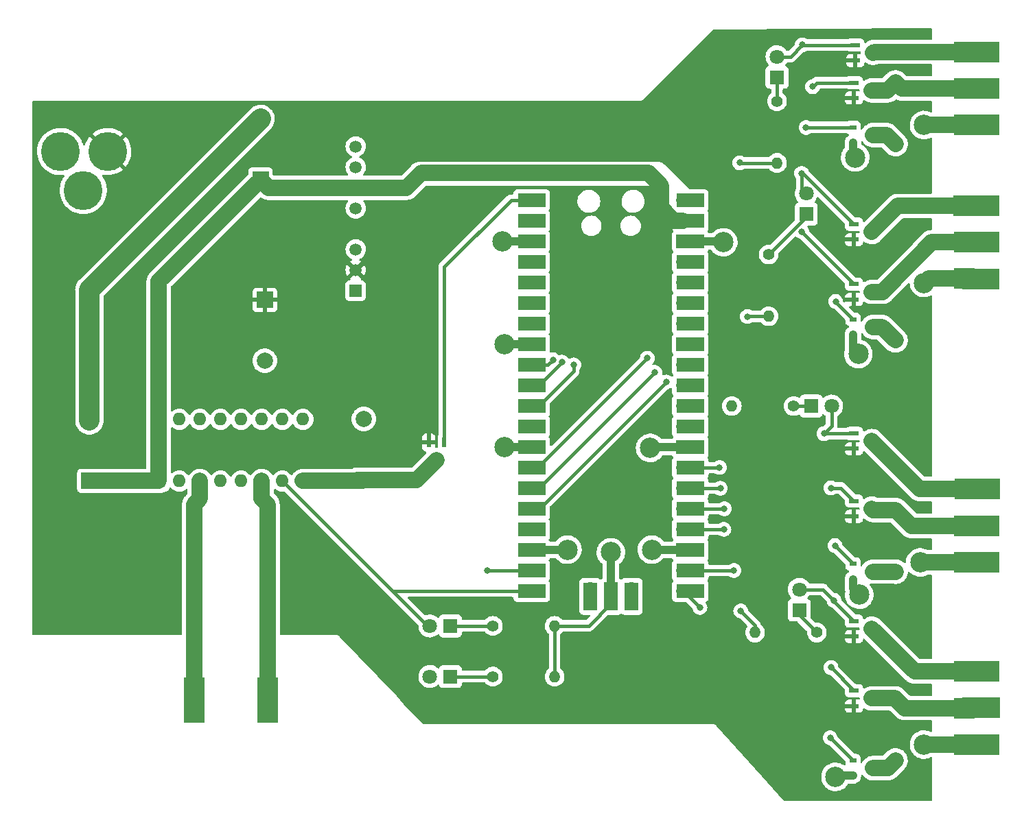
<source format=gbr>
%TF.GenerationSoftware,KiCad,Pcbnew,(6.0.7)*%
%TF.CreationDate,2022-12-24T23:10:44-08:00*%
%TF.ProjectId,ControlBoard,436f6e74-726f-46c4-926f-6172642e6b69,rev?*%
%TF.SameCoordinates,Original*%
%TF.FileFunction,Copper,L1,Top*%
%TF.FilePolarity,Positive*%
%FSLAX46Y46*%
G04 Gerber Fmt 4.6, Leading zero omitted, Abs format (unit mm)*
G04 Created by KiCad (PCBNEW (6.0.7)) date 2022-12-24 23:10:44*
%MOMM*%
%LPD*%
G01*
G04 APERTURE LIST*
%TA.AperFunction,ComponentPad*%
%ADD10C,1.400000*%
%TD*%
%TA.AperFunction,ComponentPad*%
%ADD11O,1.400000X1.400000*%
%TD*%
%TA.AperFunction,ComponentPad*%
%ADD12R,1.800000X1.800000*%
%TD*%
%TA.AperFunction,ComponentPad*%
%ADD13C,1.800000*%
%TD*%
%TA.AperFunction,SMDPad,CuDef*%
%ADD14R,2.500000X2.500000*%
%TD*%
%TA.AperFunction,SMDPad,CuDef*%
%ADD15R,0.850000X0.600000*%
%TD*%
%TA.AperFunction,ComponentPad*%
%ADD16O,1.700000X1.700000*%
%TD*%
%TA.AperFunction,SMDPad,CuDef*%
%ADD17R,3.500000X1.700000*%
%TD*%
%TA.AperFunction,ComponentPad*%
%ADD18R,1.700000X1.700000*%
%TD*%
%TA.AperFunction,SMDPad,CuDef*%
%ADD19R,1.700000X3.500000*%
%TD*%
%TA.AperFunction,ComponentPad*%
%ADD20R,1.600000X1.600000*%
%TD*%
%TA.AperFunction,ComponentPad*%
%ADD21O,1.600000X1.600000*%
%TD*%
%TA.AperFunction,SMDPad,CuDef*%
%ADD22R,1.200000X0.600000*%
%TD*%
%TA.AperFunction,SMDPad,CuDef*%
%ADD23R,0.600000X1.200000*%
%TD*%
%TA.AperFunction,ComponentPad*%
%ADD24R,1.508000X1.508000*%
%TD*%
%TA.AperFunction,ComponentPad*%
%ADD25C,1.508000*%
%TD*%
%TA.AperFunction,ComponentPad*%
%ADD26C,4.800000*%
%TD*%
%TA.AperFunction,ComponentPad*%
%ADD27R,2.000000X2.000000*%
%TD*%
%TA.AperFunction,ComponentPad*%
%ADD28C,2.000000*%
%TD*%
%TA.AperFunction,ViaPad*%
%ADD29C,0.800000*%
%TD*%
%TA.AperFunction,ViaPad*%
%ADD30C,2.500000*%
%TD*%
%TA.AperFunction,Conductor*%
%ADD31C,2.000000*%
%TD*%
%TA.AperFunction,Conductor*%
%ADD32C,0.400000*%
%TD*%
%TA.AperFunction,Conductor*%
%ADD33C,1.000000*%
%TD*%
%TA.AperFunction,Conductor*%
%ADD34C,2.500000*%
%TD*%
G04 APERTURE END LIST*
D10*
%TO.P,R10,1*%
%TO.N,Net-(D6-Pad1)*%
X223260000Y-106670000D03*
D11*
%TO.P,R10,2*%
%TO.N,GND*%
X215640000Y-106670000D03*
%TD*%
D10*
%TO.P,R9,1*%
%TO.N,Net-(D5-Pad1)*%
X220400000Y-78700000D03*
D11*
%TO.P,R9,2*%
%TO.N,GND*%
X212780000Y-78700000D03*
%TD*%
D10*
%TO.P,R8,1*%
%TO.N,Net-(D4-Pad1)*%
X217320000Y-59990000D03*
D11*
%TO.P,R8,2*%
%TO.N,GND*%
X217320000Y-67610000D03*
%TD*%
D10*
%TO.P,R7,1*%
%TO.N,Net-(D3-Pad1)*%
X218350000Y-41060000D03*
D11*
%TO.P,R7,2*%
%TO.N,GND*%
X218350000Y-48680000D03*
%TD*%
D10*
%TO.P,R6,1*%
%TO.N,Net-(D2-Pad1)*%
X183300000Y-105840000D03*
D11*
%TO.P,R6,2*%
%TO.N,GND*%
X190920000Y-105840000D03*
%TD*%
D10*
%TO.P,R5,1*%
%TO.N,Net-(D1-Pad1)*%
X183300000Y-112100000D03*
D11*
%TO.P,R5,2*%
%TO.N,GND*%
X190920000Y-112100000D03*
%TD*%
D12*
%TO.P,D6,1,K*%
%TO.N,Net-(D6-Pad1)*%
X221100000Y-103885000D03*
D13*
%TO.P,D6,2,A*%
%TO.N,G4A*%
X221100000Y-101345000D03*
%TD*%
D12*
%TO.P,D5,1,K*%
%TO.N,Net-(D5-Pad1)*%
X222555000Y-78700000D03*
D13*
%TO.P,D5,2,A*%
%TO.N,G3A*%
X225095000Y-78700000D03*
%TD*%
D12*
%TO.P,D4,1,K*%
%TO.N,Net-(D4-Pad1)*%
X221970000Y-55005000D03*
D13*
%TO.P,D4,2,A*%
%TO.N,G2A*%
X221970000Y-52465000D03*
%TD*%
D12*
%TO.P,D3,1,K*%
%TO.N,Net-(D3-Pad1)*%
X218350000Y-38105000D03*
D13*
%TO.P,D3,2,A*%
%TO.N,G1A*%
X218350000Y-35565000D03*
%TD*%
D12*
%TO.P,D2,1,K*%
%TO.N,Net-(D2-Pad1)*%
X178075000Y-105860000D03*
D13*
%TO.P,D2,2,A*%
%TO.N,Rail2*%
X175535000Y-105860000D03*
%TD*%
D12*
%TO.P,D1,1,K*%
%TO.N,Net-(D1-Pad1)*%
X178075000Y-112100000D03*
D13*
%TO.P,D1,2,A*%
%TO.N,Rail1*%
X175535000Y-112100000D03*
%TD*%
D14*
%TO.P,RailB2,1,1*%
%TO.N,Net-(RailB1-Pad1)*%
X155500000Y-113470000D03*
%TD*%
%TO.P,RailA2,1,1*%
%TO.N,Net-(RailA1-Pad1)*%
X146470000Y-113480000D03*
%TD*%
%TO.P,G4R2,1,1*%
%TO.N,Net-(G4R1-Pad1)*%
X241470000Y-111470000D03*
%TD*%
%TO.P,G4M2,1,1*%
%TO.N,Net-(G4M1-Pad1)*%
X241470000Y-115990000D03*
%TD*%
%TO.P,G4L2,1,1*%
%TO.N,GND1*%
X241450000Y-120530000D03*
%TD*%
%TO.P,G3R2,1,1*%
%TO.N,Net-(G3R1-Pad1)*%
X241500000Y-88960000D03*
%TD*%
%TO.P,G3M2,1,1*%
%TO.N,Net-(G3M1-Pad1)*%
X241440000Y-93520000D03*
%TD*%
%TO.P,G3L2,1,1*%
%TO.N,GND1*%
X241430000Y-98010000D03*
%TD*%
%TO.P,G2R2,1,1*%
%TO.N,Net-(G2R1-Pad1)*%
X241400000Y-54000000D03*
%TD*%
%TO.P,G2M2,1,1*%
%TO.N,Net-(G2M1-Pad1)*%
X241420000Y-58490000D03*
%TD*%
%TO.P,G2L2,1,1*%
%TO.N,GND1*%
X241470000Y-62980000D03*
%TD*%
%TO.P,G1R2,1,1*%
%TO.N,Net-(G1R1-Pad1)*%
X241450000Y-34970000D03*
%TD*%
%TO.P,G1M2,1,1*%
%TO.N,Net-(G1M1-Pad1)*%
X241440000Y-39490000D03*
%TD*%
%TO.P,G1L2,1,1*%
%TO.N,GND1*%
X241430000Y-43970000D03*
%TD*%
%TO.P,RailB1,1,1*%
%TO.N,Net-(RailB1-Pad1)*%
X155500000Y-116520000D03*
%TD*%
%TO.P,RailA1,1,1*%
%TO.N,Net-(RailA1-Pad1)*%
X146480000Y-116520000D03*
%TD*%
%TO.P,G4R1,1,1*%
%TO.N,Net-(G4R1-Pad1)*%
X244520000Y-111480000D03*
%TD*%
%TO.P,G4M1,1,1*%
%TO.N,Net-(G4M1-Pad1)*%
X244550000Y-115980000D03*
%TD*%
%TO.P,G4L1,1,1*%
%TO.N,GND1*%
X244530000Y-120490000D03*
%TD*%
%TO.P,G3R1,1,1*%
%TO.N,Net-(G3R1-Pad1)*%
X244560000Y-88950000D03*
%TD*%
%TO.P,G3M1,1,1*%
%TO.N,Net-(G3M1-Pad1)*%
X244490000Y-93520000D03*
%TD*%
%TO.P,G3L1,1,1*%
%TO.N,GND1*%
X244490000Y-98000000D03*
%TD*%
%TO.P,G2R1,1,1*%
%TO.N,Net-(G2R1-Pad1)*%
X244470000Y-54000000D03*
%TD*%
%TO.P,G2M1,1,1*%
%TO.N,Net-(G2M1-Pad1)*%
X244490000Y-58480000D03*
%TD*%
%TO.P,G2L1,1,1*%
%TO.N,GND1*%
X244530000Y-62990000D03*
%TD*%
%TO.P,G1R1,1,1*%
%TO.N,Net-(G1R1-Pad1)*%
X244520000Y-35000000D03*
%TD*%
%TO.P,G1M1,1,1*%
%TO.N,Net-(G1M1-Pad1)*%
X244510000Y-39480000D03*
%TD*%
%TO.P,G1L1,1,1*%
%TO.N,GND1*%
X244540000Y-43980000D03*
%TD*%
D10*
%TO.P,R4,1*%
%TO.N,Net-(G4M1-Pad1)*%
X232980000Y-114840000D03*
D11*
%TO.P,R4,2*%
%TO.N,Net-(IC4-Pad3)*%
X232980000Y-122460000D03*
%TD*%
D10*
%TO.P,R3,1*%
%TO.N,Net-(G3M1-Pad1)*%
X232980000Y-91540000D03*
D11*
%TO.P,R3,2*%
%TO.N,Net-(IC3-Pad3)*%
X232980000Y-99160000D03*
%TD*%
%TO.P,R2,2*%
%TO.N,Net-(IC2-Pad3)*%
X232980000Y-70600000D03*
D10*
%TO.P,R2,1*%
%TO.N,Net-(G2M1-Pad1)*%
X232980000Y-62980000D03*
%TD*%
%TO.P,R1,1*%
%TO.N,Net-(G1M1-Pad1)*%
X232980000Y-38740000D03*
D11*
%TO.P,R1,2*%
%TO.N,Net-(IC1-Pad3)*%
X232980000Y-46360000D03*
%TD*%
D15*
%TO.P,IC4,1,G*%
%TO.N,G4C*%
X227710000Y-122460000D03*
%TO.P,IC4,2,S*%
%TO.N,GND1*%
X227710000Y-124360000D03*
%TO.P,IC4,3,D*%
%TO.N,Net-(IC4-Pad3)*%
X230210000Y-123410000D03*
%TD*%
%TO.P,IC3,1,G*%
%TO.N,G3C*%
X227710000Y-98190000D03*
%TO.P,IC3,2,S*%
%TO.N,GND1*%
X227710000Y-100090000D03*
%TO.P,IC3,3,D*%
%TO.N,Net-(IC3-Pad3)*%
X230210000Y-99140000D03*
%TD*%
%TO.P,IC2,1,G*%
%TO.N,G2C*%
X227710000Y-67990000D03*
%TO.P,IC2,2,S*%
%TO.N,GND1*%
X227710000Y-69890000D03*
%TO.P,IC2,3,D*%
%TO.N,Net-(IC2-Pad3)*%
X230210000Y-68940000D03*
%TD*%
%TO.P,IC1,1,G*%
%TO.N,G1C*%
X227710000Y-44290000D03*
%TO.P,IC1,2,S*%
%TO.N,GND1*%
X227710000Y-46190000D03*
%TO.P,IC1,3,D*%
%TO.N,Net-(IC1-Pad3)*%
X230210000Y-45240000D03*
%TD*%
D16*
%TO.P,U2,1,GPIO0*%
%TO.N,PWM*%
X188980000Y-53285000D03*
D17*
X188080000Y-53285000D03*
D16*
%TO.P,U2,2,GPIO1*%
%TO.N,unconnected-(U2-Pad2)*%
X188980000Y-55825000D03*
D17*
X188080000Y-55825000D03*
%TO.P,U2,3,GND*%
%TO.N,GND*%
X188080000Y-58365000D03*
D18*
X188980000Y-58365000D03*
D16*
%TO.P,U2,4,GPIO2*%
%TO.N,MUX0*%
X188980000Y-60905000D03*
D17*
X188080000Y-60905000D03*
D16*
%TO.P,U2,5,GPIO3*%
%TO.N,MUX1*%
X188980000Y-63445000D03*
D17*
X188080000Y-63445000D03*
D16*
%TO.P,U2,6,GPIO4*%
%TO.N,MUX2*%
X188980000Y-65985000D03*
D17*
X188080000Y-65985000D03*
%TO.P,U2,7,GPIO5*%
%TO.N,unconnected-(U2-Pad7)*%
X188080000Y-68525000D03*
D16*
X188980000Y-68525000D03*
D18*
%TO.P,U2,8,GND*%
%TO.N,GND*%
X188980000Y-71065000D03*
D17*
X188080000Y-71065000D03*
%TO.P,U2,9,GPIO6*%
%TO.N,G1A*%
X188080000Y-73605000D03*
D16*
X188980000Y-73605000D03*
%TO.P,U2,10,GPIO7*%
%TO.N,G1B*%
X188980000Y-76145000D03*
D17*
X188080000Y-76145000D03*
%TO.P,U2,11,GPIO8*%
%TO.N,G1C*%
X188080000Y-78685000D03*
D16*
X188980000Y-78685000D03*
%TO.P,U2,12,GPIO9*%
%TO.N,unconnected-(U2-Pad12)*%
X188980000Y-81225000D03*
D17*
X188080000Y-81225000D03*
D18*
%TO.P,U2,13,GND*%
%TO.N,GND*%
X188980000Y-83765000D03*
D17*
X188080000Y-83765000D03*
%TO.P,U2,14,GPIO10*%
%TO.N,G2A*%
X188080000Y-86305000D03*
D16*
X188980000Y-86305000D03*
%TO.P,U2,15,GPIO11*%
%TO.N,G2B*%
X188980000Y-88845000D03*
D17*
X188080000Y-88845000D03*
%TO.P,U2,16,GPIO12*%
%TO.N,G2C*%
X188080000Y-91385000D03*
D16*
X188980000Y-91385000D03*
D17*
%TO.P,U2,17,GPIO13*%
%TO.N,unconnected-(U2-Pad17)*%
X188080000Y-93925000D03*
D16*
X188980000Y-93925000D03*
D17*
%TO.P,U2,18,GND*%
%TO.N,GND*%
X188080000Y-96465000D03*
D18*
X188980000Y-96465000D03*
D16*
%TO.P,U2,19,GPIO14*%
%TO.N,Rail1*%
X188980000Y-99005000D03*
D17*
X188080000Y-99005000D03*
%TO.P,U2,20,GPIO15*%
%TO.N,Rail2*%
X188080000Y-101545000D03*
D16*
X188980000Y-101545000D03*
D17*
%TO.P,U2,21,GPIO16*%
%TO.N,G4C*%
X207660000Y-101545000D03*
D16*
X206760000Y-101545000D03*
D17*
%TO.P,U2,22,GPIO17*%
%TO.N,G4B*%
X207660000Y-99005000D03*
D16*
X206760000Y-99005000D03*
D17*
%TO.P,U2,23,GND*%
%TO.N,GND*%
X207660000Y-96465000D03*
D18*
X206760000Y-96465000D03*
D16*
%TO.P,U2,24,GPIO18*%
%TO.N,G4A*%
X206760000Y-93925000D03*
D17*
X207660000Y-93925000D03*
%TO.P,U2,25,GPIO19*%
%TO.N,G3C*%
X207660000Y-91385000D03*
D16*
X206760000Y-91385000D03*
D17*
%TO.P,U2,26,GPIO20*%
%TO.N,G3B*%
X207660000Y-88845000D03*
D16*
X206760000Y-88845000D03*
%TO.P,U2,27,GPIO21*%
%TO.N,G3A*%
X206760000Y-86305000D03*
D17*
X207660000Y-86305000D03*
D18*
%TO.P,U2,28,GND*%
%TO.N,GND*%
X206760000Y-83765000D03*
D17*
X207660000Y-83765000D03*
D16*
%TO.P,U2,29,GPIO22*%
%TO.N,unconnected-(U2-Pad29)*%
X206760000Y-81225000D03*
D17*
X207660000Y-81225000D03*
%TO.P,U2,30,RUN*%
%TO.N,unconnected-(U2-Pad30)*%
X207660000Y-78685000D03*
D16*
X206760000Y-78685000D03*
%TO.P,U2,31,GPIO26_ADC0*%
%TO.N,unconnected-(U2-Pad31)*%
X206760000Y-76145000D03*
D17*
X207660000Y-76145000D03*
D16*
%TO.P,U2,32,GPIO27_ADC1*%
%TO.N,unconnected-(U2-Pad32)*%
X206760000Y-73605000D03*
D17*
X207660000Y-73605000D03*
%TO.P,U2,33,AGND*%
%TO.N,unconnected-(U2-Pad33)*%
X207660000Y-71065000D03*
D18*
X206760000Y-71065000D03*
D17*
%TO.P,U2,34,GPIO28_ADC2*%
%TO.N,unconnected-(U2-Pad34)*%
X207660000Y-68525000D03*
D16*
X206760000Y-68525000D03*
D17*
%TO.P,U2,35,ADC_VREF*%
%TO.N,unconnected-(U2-Pad35)*%
X207660000Y-65985000D03*
D16*
X206760000Y-65985000D03*
%TO.P,U2,36,3V3*%
%TO.N,3.3*%
X206760000Y-63445000D03*
D17*
X207660000Y-63445000D03*
%TO.P,U2,37,3V3_EN*%
%TO.N,unconnected-(U2-Pad37)*%
X207660000Y-60905000D03*
D16*
X206760000Y-60905000D03*
D17*
%TO.P,U2,38,GND*%
%TO.N,GND*%
X207660000Y-58365000D03*
D18*
X206760000Y-58365000D03*
D17*
%TO.P,U2,39,VSYS*%
%TO.N,+5V*%
X207660000Y-55825000D03*
D16*
X206760000Y-55825000D03*
%TO.P,U2,40,VBUS*%
%TO.N,unconnected-(U2-Pad40)*%
X206760000Y-53285000D03*
D17*
X207660000Y-53285000D03*
D19*
%TO.P,U2,41,SWCLK*%
%TO.N,unconnected-(U2-Pad41)*%
X195330000Y-102215000D03*
D16*
X195330000Y-101315000D03*
D18*
%TO.P,U2,42,GND*%
%TO.N,GND*%
X197870000Y-101315000D03*
D19*
X197870000Y-102215000D03*
D16*
%TO.P,U2,43,SWDIO*%
%TO.N,unconnected-(U2-Pad43)*%
X200410000Y-101315000D03*
D19*
X200410000Y-102215000D03*
%TD*%
D20*
%TO.P,U1,1,EN1\u002C2*%
%TO.N,+5V*%
X142085000Y-87960000D03*
D21*
%TO.P,U1,2,1A*%
%TO.N,Rail1*%
X144625000Y-87960000D03*
%TO.P,U1,3,1Y*%
%TO.N,Net-(RailA1-Pad1)*%
X147165000Y-87960000D03*
%TO.P,U1,4,GND*%
%TO.N,GND1*%
X149705000Y-87960000D03*
%TO.P,U1,5,GND*%
X152245000Y-87960000D03*
%TO.P,U1,6,2Y*%
%TO.N,Net-(RailB1-Pad1)*%
X154785000Y-87960000D03*
%TO.P,U1,7,2A*%
%TO.N,Rail2*%
X157325000Y-87960000D03*
%TO.P,U1,8,VCC2*%
%TO.N,RAIL*%
X159865000Y-87960000D03*
%TO.P,U1,9,EN3\u002C4*%
%TO.N,unconnected-(U1-Pad9)*%
X159865000Y-80340000D03*
%TO.P,U1,10,3A*%
%TO.N,unconnected-(U1-Pad10)*%
X157325000Y-80340000D03*
%TO.P,U1,11,3Y*%
%TO.N,unconnected-(U1-Pad11)*%
X154785000Y-80340000D03*
%TO.P,U1,12,GND*%
%TO.N,GND1*%
X152245000Y-80340000D03*
%TO.P,U1,13,GND*%
X149705000Y-80340000D03*
%TO.P,U1,14,4Y*%
%TO.N,unconnected-(U1-Pad14)*%
X147165000Y-80340000D03*
%TO.P,U1,15,4A*%
%TO.N,unconnected-(U1-Pad15)*%
X144625000Y-80340000D03*
%TO.P,U1,16,VCC1*%
%TO.N,+5V*%
X142085000Y-80340000D03*
%TD*%
D22*
%TO.P,Q12,1*%
%TO.N,G4A*%
X227860000Y-105250000D03*
%TO.P,Q12,2*%
%TO.N,18V*%
X227860000Y-107150000D03*
%TO.P,Q12,3*%
%TO.N,Net-(G4R1-Pad1)*%
X230060000Y-106200000D03*
%TD*%
%TO.P,Q10,1*%
%TO.N,G3A*%
X227860000Y-82080000D03*
%TO.P,Q10,2*%
%TO.N,18V*%
X227860000Y-83980000D03*
%TO.P,Q10,3*%
%TO.N,Net-(G3R1-Pad1)*%
X230060000Y-83030000D03*
%TD*%
%TO.P,Q9,1*%
%TO.N,G4B*%
X227860000Y-113850000D03*
%TO.P,Q9,2*%
%TO.N,18V*%
X227860000Y-115750000D03*
%TO.P,Q9,3*%
%TO.N,Net-(G4M1-Pad1)*%
X230060000Y-114800000D03*
%TD*%
%TO.P,Q8,1*%
%TO.N,G3B*%
X227860000Y-90420000D03*
%TO.P,Q8,2*%
%TO.N,18V*%
X227860000Y-92320000D03*
%TO.P,Q8,3*%
%TO.N,Net-(G3M1-Pad1)*%
X230060000Y-91370000D03*
%TD*%
%TO.P,Q6,1*%
%TO.N,G2A*%
X227860000Y-56250000D03*
%TO.P,Q6,2*%
%TO.N,18V*%
X227860000Y-58150000D03*
%TO.P,Q6,3*%
%TO.N,Net-(G2R1-Pad1)*%
X230060000Y-57200000D03*
%TD*%
%TO.P,Q4,1*%
%TO.N,G2B*%
X227860000Y-63650000D03*
%TO.P,Q4,2*%
%TO.N,18V*%
X227860000Y-65550000D03*
%TO.P,Q4,3*%
%TO.N,Net-(G2M1-Pad1)*%
X230060000Y-64600000D03*
%TD*%
%TO.P,Q3,1*%
%TO.N,G1B*%
X227860000Y-38770000D03*
%TO.P,Q3,2*%
%TO.N,18V*%
X227860000Y-40670000D03*
%TO.P,Q3,3*%
%TO.N,Net-(G1M1-Pad1)*%
X230060000Y-39720000D03*
%TD*%
%TO.P,Q2,1*%
%TO.N,G1A*%
X228020000Y-34130000D03*
%TO.P,Q2,2*%
%TO.N,18V*%
X228020000Y-36030000D03*
%TO.P,Q2,3*%
%TO.N,Net-(G1R1-Pad1)*%
X230220000Y-35080000D03*
%TD*%
D23*
%TO.P,Q1,1*%
%TO.N,PWM*%
X177290000Y-83190000D03*
%TO.P,Q1,2*%
%TO.N,18V*%
X175390000Y-83190000D03*
%TO.P,Q1,3*%
%TO.N,RAIL*%
X176340000Y-85390000D03*
%TD*%
D24*
%TO.P,PS1,1,GND*%
%TO.N,GND1*%
X166380000Y-64447500D03*
D25*
%TO.P,PS1,2,VIN*%
%TO.N,18V*%
X166380000Y-61907500D03*
%TO.P,PS1,3,NC*%
%TO.N,unconnected-(PS1-Pad3)*%
X166380000Y-59367500D03*
%TO.P,PS1,5,NC*%
%TO.N,unconnected-(PS1-Pad5)*%
X166380000Y-54287500D03*
%TO.P,PS1,6,+VO*%
%TO.N,+5V*%
X166380000Y-51747500D03*
%TO.P,PS1,7,0V*%
%TO.N,GND*%
X166380000Y-49207500D03*
%TO.P,PS1,8,NC*%
%TO.N,unconnected-(PS1-Pad8)*%
X166380000Y-46667500D03*
%TD*%
D26*
%TO.P,J1,1,POWER*%
%TO.N,18V*%
X135779500Y-47280000D03*
%TO.P,J1,2,GND_1*%
%TO.N,GND1*%
X129979500Y-47280000D03*
%TO.P,J1,3,GND_2*%
X132779500Y-52080000D03*
%TD*%
D27*
%TO.P,C4,1*%
%TO.N,RAIL*%
X167374880Y-87795119D03*
D28*
%TO.P,C4,2*%
%TO.N,GND1*%
X167374880Y-80295119D03*
%TD*%
D27*
%TO.P,C3,1*%
%TO.N,+5V*%
X133530000Y-87947677D03*
D28*
%TO.P,C3,2*%
%TO.N,GND*%
X133530000Y-80447677D03*
%TD*%
D27*
%TO.P,C2,1*%
%TO.N,+5V*%
X154635000Y-50747677D03*
D28*
%TO.P,C2,2*%
%TO.N,GND*%
X154635000Y-43247677D03*
%TD*%
D27*
%TO.P,C1,1*%
%TO.N,18V*%
X155175000Y-65602323D03*
D28*
%TO.P,C1,2*%
%TO.N,GND1*%
X155175000Y-73102323D03*
%TD*%
D29*
%TO.N,GND*%
X213880000Y-104000000D03*
X213760000Y-48670000D03*
X214700000Y-67650000D03*
%TO.N,Rail1*%
X182610000Y-98980000D03*
%TO.N,G3B*%
X211370000Y-88850000D03*
%TO.N,G3A*%
X211250000Y-86290000D03*
%TO.N,G4A*%
X211800000Y-93930000D03*
%TO.N,G4B*%
X213035000Y-99005000D03*
%TO.N,G4C*%
X208840000Y-103580000D03*
%TO.N,G3C*%
X211855000Y-91385000D03*
D30*
%TO.N,GND*%
X211730000Y-58480000D03*
X184500000Y-58400000D03*
X184750000Y-71030000D03*
X184750000Y-83740000D03*
X202700000Y-83870000D03*
X202920000Y-96430000D03*
X197860000Y-96760000D03*
X192500000Y-96430000D03*
D29*
%TO.N,G2C*%
X204690000Y-75730000D03*
%TO.N,G2B*%
X203280000Y-74545000D03*
%TO.N,G2A*%
X202360000Y-72790000D03*
%TO.N,G1C*%
X193280000Y-73620000D03*
%TO.N,G1B*%
X191850000Y-73275000D03*
%TO.N,G1A*%
X190720000Y-72980000D03*
D30*
%TO.N,GND1*%
X236500000Y-63500000D03*
X236500000Y-44000000D03*
X228000000Y-48000000D03*
X228390000Y-72290000D03*
X225570000Y-124480000D03*
X236500000Y-120500000D03*
X228500000Y-102000000D03*
X236000000Y-98000000D03*
D29*
%TO.N,G4B*%
X225020000Y-110990000D03*
%TO.N,G4A*%
X225400000Y-102710000D03*
%TO.N,G3C*%
X225510000Y-95930000D03*
%TO.N,G3B*%
X225000000Y-88810000D03*
%TO.N,G3A*%
X224160000Y-82110000D03*
%TO.N,G4C*%
X224915000Y-119665000D03*
%TO.N,G2C*%
X225590000Y-65790000D03*
%TO.N,G2B*%
X221410000Y-57190000D03*
%TO.N,G2A*%
X221390000Y-49970000D03*
%TO.N,G1C*%
X221940000Y-44310000D03*
%TO.N,G1B*%
X222750000Y-39270000D03*
%TO.N,G1A*%
X221470000Y-34110000D03*
%TD*%
D31*
%TO.N,+5V*%
X172632500Y-51747500D02*
X166380000Y-51747500D01*
X202500000Y-49930000D02*
X174450000Y-49930000D01*
X204050000Y-54266291D02*
X204050000Y-51480000D01*
X205608709Y-55825000D02*
X204050000Y-54266291D01*
X204050000Y-51480000D02*
X202500000Y-49930000D01*
X206760000Y-55825000D02*
X205608709Y-55825000D01*
X174450000Y-49930000D02*
X172632500Y-51747500D01*
D32*
%TO.N,Net-(D4-Pad1)*%
X221970000Y-55340000D02*
X217320000Y-59990000D01*
X221970000Y-55005000D02*
X221970000Y-55340000D01*
%TO.N,GND*%
X214740000Y-67610000D02*
X214700000Y-67650000D01*
X217320000Y-67610000D02*
X214740000Y-67610000D01*
%TO.N,G3A*%
X225095000Y-81175000D02*
X224160000Y-82110000D01*
X225095000Y-78700000D02*
X225095000Y-81175000D01*
%TO.N,Net-(D5-Pad1)*%
X220400000Y-78700000D02*
X222555000Y-78700000D01*
%TO.N,G4A*%
X224035000Y-101345000D02*
X225400000Y-102710000D01*
X221100000Y-101345000D02*
X224035000Y-101345000D01*
%TO.N,Net-(D6-Pad1)*%
X221100000Y-104510000D02*
X223260000Y-106670000D01*
X221100000Y-103885000D02*
X221100000Y-104510000D01*
%TO.N,GND*%
X215640000Y-105760000D02*
X213880000Y-104000000D01*
X215640000Y-106670000D02*
X215640000Y-105760000D01*
X213770000Y-48680000D02*
X213760000Y-48670000D01*
X218350000Y-48680000D02*
X213770000Y-48680000D01*
%TO.N,Net-(D3-Pad1)*%
X218350000Y-38105000D02*
X218350000Y-41060000D01*
%TO.N,G1A*%
X220015000Y-35565000D02*
X221470000Y-34110000D01*
X218350000Y-35565000D02*
X220015000Y-35565000D01*
%TO.N,G1B*%
X222750000Y-39270000D02*
X223250000Y-38770000D01*
X223250000Y-38770000D02*
X227860000Y-38770000D01*
%TO.N,G2A*%
X221390000Y-51885000D02*
X221970000Y-52465000D01*
X221390000Y-49970000D02*
X221390000Y-51885000D01*
%TO.N,GND*%
X190920000Y-112100000D02*
X190920000Y-105840000D01*
%TO.N,Net-(D1-Pad1)*%
X178075000Y-112100000D02*
X183300000Y-112100000D01*
%TO.N,Net-(D2-Pad1)*%
X178095000Y-105840000D02*
X178075000Y-105860000D01*
X183300000Y-105840000D02*
X178095000Y-105840000D01*
%TO.N,GND*%
X190920000Y-105840000D02*
X195105000Y-105840000D01*
X195105000Y-105840000D02*
X197870000Y-103075000D01*
X197870000Y-103075000D02*
X197870000Y-101315000D01*
%TO.N,Rail2*%
X175535000Y-105860000D02*
X175220000Y-105860000D01*
X175220000Y-105860000D02*
X170910000Y-101550000D01*
X170910000Y-101550000D02*
X170910000Y-101545000D01*
%TO.N,Rail1*%
X182635000Y-99005000D02*
X182610000Y-98980000D01*
X188980000Y-99005000D02*
X182635000Y-99005000D01*
%TO.N,G3B*%
X211365000Y-88845000D02*
X211370000Y-88850000D01*
X206760000Y-88845000D02*
X211365000Y-88845000D01*
%TO.N,G3A*%
X211235000Y-86305000D02*
X211250000Y-86290000D01*
X206760000Y-86305000D02*
X211235000Y-86305000D01*
%TO.N,G4A*%
X211795000Y-93925000D02*
X211800000Y-93930000D01*
X206760000Y-93925000D02*
X211795000Y-93925000D01*
%TO.N,G4B*%
X206760000Y-99005000D02*
X213035000Y-99005000D01*
%TO.N,G4C*%
X206805000Y-101545000D02*
X206760000Y-101545000D01*
X208840000Y-103580000D02*
X206805000Y-101545000D01*
%TO.N,G3C*%
X206760000Y-91385000D02*
X211855000Y-91385000D01*
D33*
%TO.N,GND1*%
X225570000Y-124480000D02*
X225690000Y-124360000D01*
X225690000Y-124360000D02*
X227710000Y-124360000D01*
X228390000Y-72290000D02*
X227710000Y-71610000D01*
X227710000Y-71610000D02*
X227710000Y-69890000D01*
%TO.N,GND*%
X211615000Y-58365000D02*
X211730000Y-58480000D01*
X206760000Y-58365000D02*
X211615000Y-58365000D01*
X184535000Y-58365000D02*
X184500000Y-58400000D01*
X188980000Y-58365000D02*
X184535000Y-58365000D01*
D32*
%TO.N,PWM*%
X177290000Y-61530000D02*
X177290000Y-83190000D01*
X185535000Y-53285000D02*
X177290000Y-61530000D01*
X188980000Y-53285000D02*
X185535000Y-53285000D01*
D33*
%TO.N,GND*%
X184785000Y-71065000D02*
X184750000Y-71030000D01*
X188980000Y-71065000D02*
X184785000Y-71065000D01*
X184775000Y-83765000D02*
X184750000Y-83740000D01*
X188980000Y-83765000D02*
X184775000Y-83765000D01*
X202805000Y-83765000D02*
X202700000Y-83870000D01*
X206760000Y-83765000D02*
X202805000Y-83765000D01*
X202955000Y-96465000D02*
X202920000Y-96430000D01*
X206760000Y-96465000D02*
X202955000Y-96465000D01*
X197870000Y-96770000D02*
X197860000Y-96760000D01*
X197870000Y-101315000D02*
X197870000Y-96770000D01*
X192465000Y-96465000D02*
X192500000Y-96430000D01*
X188980000Y-96465000D02*
X192465000Y-96465000D01*
D32*
%TO.N,G2C*%
X189035000Y-91385000D02*
X204690000Y-75730000D01*
X188980000Y-91385000D02*
X189035000Y-91385000D01*
%TO.N,G2B*%
X188980000Y-88845000D02*
X203280000Y-74545000D01*
%TO.N,G2A*%
X188980000Y-86170000D02*
X202360000Y-72790000D01*
X188980000Y-86305000D02*
X188980000Y-86170000D01*
%TO.N,G1C*%
X193280000Y-74385000D02*
X193280000Y-73620000D01*
X188980000Y-78685000D02*
X193280000Y-74385000D01*
%TO.N,G1B*%
X188980000Y-76145000D02*
X191850000Y-73275000D01*
%TO.N,G1A*%
X190095000Y-73605000D02*
X188980000Y-73605000D01*
X190720000Y-72980000D02*
X190095000Y-73605000D01*
D31*
%TO.N,GND1*%
X237020000Y-62980000D02*
X236500000Y-63500000D01*
X241470000Y-62980000D02*
X237020000Y-62980000D01*
X236530000Y-43970000D02*
X236500000Y-44000000D01*
X241430000Y-43970000D02*
X236530000Y-43970000D01*
D33*
X227710000Y-47710000D02*
X228000000Y-48000000D01*
X227710000Y-46190000D02*
X227710000Y-47710000D01*
D31*
X236530000Y-120530000D02*
X236500000Y-120500000D01*
X241450000Y-120530000D02*
X236530000Y-120530000D01*
D33*
X227710000Y-101210000D02*
X228500000Y-102000000D01*
X227710000Y-100090000D02*
X227710000Y-101210000D01*
D31*
X236010000Y-98010000D02*
X236000000Y-98000000D01*
X241430000Y-98010000D02*
X236010000Y-98010000D01*
D32*
%TO.N,G4B*%
X227860000Y-113830000D02*
X227860000Y-113850000D01*
X225020000Y-110990000D02*
X227860000Y-113830000D01*
%TO.N,G4A*%
X225400000Y-102790000D02*
X227860000Y-105250000D01*
X225400000Y-102710000D02*
X225400000Y-102790000D01*
%TO.N,G3C*%
X227710000Y-98130000D02*
X225510000Y-95930000D01*
X227710000Y-98190000D02*
X227710000Y-98130000D01*
%TO.N,G3B*%
X226250000Y-88810000D02*
X227860000Y-90420000D01*
X225000000Y-88810000D02*
X226250000Y-88810000D01*
%TO.N,G3A*%
X227850000Y-82090000D02*
X227860000Y-82080000D01*
X224180000Y-82090000D02*
X227850000Y-82090000D01*
X224160000Y-82110000D02*
X224180000Y-82090000D01*
%TO.N,G4C*%
X224915000Y-119665000D02*
X227710000Y-122460000D01*
D34*
%TO.N,GND*%
X133530000Y-64352677D02*
X154635000Y-43247677D01*
X133530000Y-80447677D02*
X133530000Y-64352677D01*
D31*
%TO.N,+5V*%
X142085000Y-87960000D02*
X142085000Y-80340000D01*
%TO.N,Net-(RailA1-Pad1)*%
X147165000Y-90143475D02*
X147165000Y-87960000D01*
X146460000Y-90848475D02*
X147165000Y-90143475D01*
X146460000Y-113470000D02*
X146460000Y-90848475D01*
X146470000Y-113480000D02*
X146460000Y-113470000D01*
%TO.N,Net-(RailB1-Pad1)*%
X154785000Y-90143475D02*
X154785000Y-87960000D01*
X155500000Y-90858475D02*
X154785000Y-90143475D01*
X155500000Y-113470000D02*
X155500000Y-90858475D01*
D34*
X155500000Y-116520000D02*
X155500000Y-113470000D01*
%TO.N,Net-(RailA1-Pad1)*%
X146480000Y-113490000D02*
X146470000Y-113480000D01*
X146480000Y-116520000D02*
X146480000Y-113490000D01*
D31*
%TO.N,+5V*%
X133542323Y-87960000D02*
X133530000Y-87947677D01*
X142085000Y-87960000D02*
X133542323Y-87960000D01*
%TO.N,Net-(G1M1-Pad1)*%
X233730000Y-39490000D02*
X232980000Y-38740000D01*
X241440000Y-39490000D02*
X233730000Y-39490000D01*
%TO.N,Net-(IC1-Pad3)*%
X231860000Y-45240000D02*
X232980000Y-46360000D01*
X230210000Y-45240000D02*
X231860000Y-45240000D01*
%TO.N,Net-(G1M1-Pad1)*%
X232000000Y-39720000D02*
X232980000Y-38740000D01*
X230060000Y-39720000D02*
X232000000Y-39720000D01*
%TO.N,Net-(IC2-Pad3)*%
X231320000Y-68940000D02*
X232980000Y-70600000D01*
X230210000Y-68940000D02*
X231320000Y-68940000D01*
%TO.N,Net-(G2M1-Pad1)*%
X236380000Y-59580000D02*
X236380000Y-59550000D01*
X232980000Y-62980000D02*
X236380000Y-59580000D01*
X231360000Y-64600000D02*
X232980000Y-62980000D01*
X230060000Y-64600000D02*
X231360000Y-64600000D01*
%TO.N,Net-(IC3-Pad3)*%
X232960000Y-99140000D02*
X232980000Y-99160000D01*
X230210000Y-99140000D02*
X232960000Y-99140000D01*
%TO.N,Net-(G3M1-Pad1)*%
X230230000Y-91540000D02*
X230060000Y-91370000D01*
X232980000Y-91540000D02*
X230230000Y-91540000D01*
X234960000Y-93520000D02*
X232980000Y-91540000D01*
X241440000Y-93520000D02*
X234960000Y-93520000D01*
%TO.N,Net-(G4R1-Pad1)*%
X235330000Y-111470000D02*
X230060000Y-106200000D01*
X241470000Y-111470000D02*
X235330000Y-111470000D01*
%TO.N,Net-(G4M1-Pad1)*%
X232940000Y-114800000D02*
X232980000Y-114840000D01*
X230060000Y-114800000D02*
X232940000Y-114800000D01*
X241470000Y-115990000D02*
X234130000Y-115990000D01*
X234130000Y-115990000D02*
X232980000Y-114840000D01*
%TO.N,Net-(IC4-Pad3)*%
X232030000Y-123410000D02*
X232980000Y-122460000D01*
X230210000Y-123410000D02*
X232030000Y-123410000D01*
%TO.N,Net-(G3R1-Pad1)*%
X235990000Y-88960000D02*
X230060000Y-83030000D01*
X241500000Y-88960000D02*
X235990000Y-88960000D01*
%TO.N,Net-(G2M1-Pad1)*%
X236360000Y-59530000D02*
X236380000Y-59550000D01*
X237400000Y-58490000D02*
X236360000Y-59530000D01*
X241420000Y-58490000D02*
X237400000Y-58490000D01*
%TO.N,Net-(G2R1-Pad1)*%
X233260000Y-54000000D02*
X230060000Y-57200000D01*
X241400000Y-54000000D02*
X233260000Y-54000000D01*
%TO.N,Net-(G1R1-Pad1)*%
X230330000Y-34970000D02*
X230220000Y-35080000D01*
X241450000Y-34970000D02*
X230330000Y-34970000D01*
D34*
X241480000Y-35000000D02*
X241450000Y-34970000D01*
X244520000Y-35000000D02*
X241480000Y-35000000D01*
%TO.N,Net-(G1M1-Pad1)*%
X241450000Y-39480000D02*
X241440000Y-39490000D01*
X244510000Y-39480000D02*
X241450000Y-39480000D01*
%TO.N,GND1*%
X241440000Y-43980000D02*
X241430000Y-43970000D01*
X244540000Y-43980000D02*
X241440000Y-43980000D01*
%TO.N,Net-(G2R1-Pad1)*%
X244470000Y-54000000D02*
X241400000Y-54000000D01*
%TO.N,Net-(G2M1-Pad1)*%
X241430000Y-58480000D02*
X241420000Y-58490000D01*
X244490000Y-58480000D02*
X241430000Y-58480000D01*
%TO.N,GND1*%
X241480000Y-62990000D02*
X241470000Y-62980000D01*
X244530000Y-62990000D02*
X241480000Y-62990000D01*
%TO.N,Net-(G3R1-Pad1)*%
X241510000Y-88950000D02*
X241500000Y-88960000D01*
X244560000Y-88950000D02*
X241510000Y-88950000D01*
%TO.N,Net-(G3M1-Pad1)*%
X244490000Y-93520000D02*
X241440000Y-93520000D01*
%TO.N,GND1*%
X244490000Y-98000000D02*
X241440000Y-98000000D01*
X241440000Y-98000000D02*
X241430000Y-98010000D01*
X241490000Y-120490000D02*
X241450000Y-120530000D01*
X244530000Y-120490000D02*
X241490000Y-120490000D01*
%TO.N,Net-(G4M1-Pad1)*%
X244550000Y-115980000D02*
X241480000Y-115980000D01*
X241480000Y-115980000D02*
X241470000Y-115990000D01*
%TO.N,Net-(G4R1-Pad1)*%
X241480000Y-111480000D02*
X241470000Y-111470000D01*
X244520000Y-111480000D02*
X241480000Y-111480000D01*
D31*
%TO.N,RAIL*%
X173934881Y-87795119D02*
X176340000Y-85390000D01*
X167374880Y-87795119D02*
X173934881Y-87795119D01*
X167209999Y-87960000D02*
X167374880Y-87795119D01*
X159865000Y-87960000D02*
X167209999Y-87960000D01*
D32*
%TO.N,G2C*%
X225590000Y-65870000D02*
X227710000Y-67990000D01*
X225590000Y-65790000D02*
X225590000Y-65870000D01*
%TO.N,G2B*%
X221410000Y-57200000D02*
X227860000Y-63650000D01*
X221410000Y-57190000D02*
X221410000Y-57200000D01*
%TO.N,G2A*%
X227840000Y-56250000D02*
X227860000Y-56250000D01*
X221560000Y-49970000D02*
X227840000Y-56250000D01*
X221390000Y-49970000D02*
X221560000Y-49970000D01*
%TO.N,G1C*%
X221960000Y-44290000D02*
X227710000Y-44290000D01*
X221940000Y-44310000D02*
X221960000Y-44290000D01*
%TO.N,G1A*%
X221490000Y-34130000D02*
X228020000Y-34130000D01*
X221470000Y-34110000D02*
X221490000Y-34130000D01*
%TO.N,Rail2*%
X170910000Y-101545000D02*
X157325000Y-87960000D01*
X188980000Y-101545000D02*
X170910000Y-101545000D01*
D31*
%TO.N,+5V*%
X142085000Y-63297677D02*
X142085000Y-80340000D01*
X154635000Y-50747677D02*
X142085000Y-63297677D01*
X155634823Y-51747500D02*
X154635000Y-50747677D01*
X166380000Y-51747500D02*
X155634823Y-51747500D01*
%TD*%
%TA.AperFunction,Conductor*%
%TO.N,18V*%
G36*
X237433621Y-32028502D02*
G01*
X237480114Y-32082158D01*
X237491500Y-32134500D01*
X237491500Y-33335500D01*
X237471498Y-33403621D01*
X237417842Y-33450114D01*
X237365500Y-33461500D01*
X230354002Y-33461500D01*
X230350483Y-33461451D01*
X230255850Y-33458807D01*
X230255847Y-33458807D01*
X230250795Y-33458666D01*
X230172893Y-33469060D01*
X230166368Y-33469757D01*
X230135934Y-33472206D01*
X230093087Y-33475653D01*
X230093081Y-33475654D01*
X230088035Y-33476060D01*
X230083119Y-33477268D01*
X230083116Y-33477268D01*
X230056129Y-33483897D01*
X230042737Y-33486427D01*
X230010179Y-33490771D01*
X230005331Y-33492235D01*
X230005325Y-33492236D01*
X229934962Y-33513480D01*
X229928599Y-33515221D01*
X229894973Y-33523480D01*
X229852294Y-33533963D01*
X229847634Y-33535941D01*
X229822049Y-33546801D01*
X229809239Y-33551438D01*
X229777792Y-33560933D01*
X229773244Y-33563151D01*
X229773237Y-33563154D01*
X229707182Y-33595371D01*
X229701180Y-33598107D01*
X229656496Y-33617075D01*
X229628844Y-33628812D01*
X229604532Y-33644123D01*
X229601044Y-33646319D01*
X229589140Y-33652945D01*
X229559612Y-33667346D01*
X229495908Y-33712285D01*
X229495403Y-33712641D01*
X229489914Y-33716301D01*
X229463840Y-33732721D01*
X229423433Y-33758167D01*
X229419644Y-33761508D01*
X229419638Y-33761512D01*
X229398783Y-33779898D01*
X229388088Y-33788344D01*
X229361253Y-33807274D01*
X229339750Y-33826909D01*
X229338730Y-33827929D01*
X229337711Y-33828903D01*
X229337209Y-33828378D01*
X229277258Y-33861115D01*
X229206443Y-33856050D01*
X229149607Y-33813503D01*
X229125212Y-33751600D01*
X229122599Y-33727541D01*
X229122598Y-33727537D01*
X229121745Y-33719684D01*
X229070615Y-33583295D01*
X228983261Y-33466739D01*
X228866705Y-33379385D01*
X228730316Y-33328255D01*
X228668134Y-33321500D01*
X227371866Y-33321500D01*
X227309684Y-33328255D01*
X227173295Y-33379385D01*
X227150689Y-33396327D01*
X227084185Y-33421174D01*
X227075126Y-33421500D01*
X222108933Y-33421500D01*
X222040812Y-33401498D01*
X222034872Y-33397436D01*
X221932094Y-33322763D01*
X221932093Y-33322762D01*
X221926752Y-33318882D01*
X221920724Y-33316198D01*
X221920722Y-33316197D01*
X221758319Y-33243891D01*
X221758318Y-33243891D01*
X221752288Y-33241206D01*
X221658888Y-33221353D01*
X221571944Y-33202872D01*
X221571939Y-33202872D01*
X221565487Y-33201500D01*
X221374513Y-33201500D01*
X221368061Y-33202872D01*
X221368056Y-33202872D01*
X221281113Y-33221353D01*
X221187712Y-33241206D01*
X221181682Y-33243891D01*
X221181681Y-33243891D01*
X221019278Y-33316197D01*
X221019276Y-33316198D01*
X221013248Y-33318882D01*
X221007907Y-33322762D01*
X221007906Y-33322763D01*
X221001521Y-33327402D01*
X220858747Y-33431134D01*
X220854326Y-33436044D01*
X220854325Y-33436045D01*
X220741876Y-33560933D01*
X220730960Y-33573056D01*
X220635473Y-33738444D01*
X220576458Y-33920072D01*
X220575768Y-33926637D01*
X220571550Y-33966770D01*
X220544537Y-34032427D01*
X220535335Y-34042695D01*
X219758435Y-34819595D01*
X219696123Y-34853621D01*
X219669340Y-34856500D01*
X219637840Y-34856500D01*
X219569719Y-34836498D01*
X219532048Y-34798941D01*
X219472571Y-34707004D01*
X219469764Y-34702665D01*
X219313887Y-34531358D01*
X219309836Y-34528159D01*
X219309832Y-34528155D01*
X219136177Y-34391011D01*
X219136172Y-34391008D01*
X219132123Y-34387810D01*
X219127607Y-34385317D01*
X219127604Y-34385315D01*
X218933879Y-34278373D01*
X218933875Y-34278371D01*
X218929355Y-34275876D01*
X218924486Y-34274152D01*
X218924482Y-34274150D01*
X218715903Y-34200288D01*
X218715899Y-34200287D01*
X218711028Y-34198562D01*
X218705935Y-34197655D01*
X218705932Y-34197654D01*
X218488095Y-34158851D01*
X218488089Y-34158850D01*
X218483006Y-34157945D01*
X218410096Y-34157054D01*
X218256581Y-34155179D01*
X218256579Y-34155179D01*
X218251411Y-34155116D01*
X218022464Y-34190150D01*
X217802314Y-34262106D01*
X217797726Y-34264494D01*
X217797722Y-34264496D01*
X217771065Y-34278373D01*
X217596872Y-34369052D01*
X217592739Y-34372155D01*
X217592736Y-34372157D01*
X217567625Y-34391011D01*
X217411655Y-34508117D01*
X217251639Y-34675564D01*
X217248725Y-34679836D01*
X217248724Y-34679837D01*
X217233152Y-34702665D01*
X217121119Y-34866899D01*
X217023602Y-35076981D01*
X216961707Y-35300169D01*
X216937095Y-35530469D01*
X216937392Y-35535622D01*
X216937392Y-35535625D01*
X216942698Y-35627649D01*
X216950427Y-35761697D01*
X216951564Y-35766743D01*
X216951565Y-35766749D01*
X216953650Y-35776000D01*
X217001346Y-35987642D01*
X217003288Y-35992424D01*
X217003289Y-35992428D01*
X217084305Y-36191946D01*
X217088484Y-36202237D01*
X217209501Y-36399719D01*
X217212882Y-36403622D01*
X217321304Y-36528788D01*
X217350786Y-36593373D01*
X217340671Y-36663646D01*
X217294170Y-36717294D01*
X217270296Y-36729267D01*
X217221631Y-36747511D01*
X217203295Y-36754385D01*
X217086739Y-36841739D01*
X216999385Y-36958295D01*
X216948255Y-37094684D01*
X216941500Y-37156866D01*
X216941500Y-39053134D01*
X216948255Y-39115316D01*
X216999385Y-39251705D01*
X217086739Y-39368261D01*
X217203295Y-39455615D01*
X217339684Y-39506745D01*
X217401866Y-39513500D01*
X217515500Y-39513500D01*
X217583621Y-39533502D01*
X217630114Y-39587158D01*
X217641500Y-39639500D01*
X217641500Y-40015199D01*
X217621498Y-40083320D01*
X217587772Y-40118411D01*
X217574738Y-40127538D01*
X217570224Y-40130699D01*
X217420699Y-40280224D01*
X217299411Y-40453442D01*
X217297090Y-40458420D01*
X217297088Y-40458423D01*
X217296173Y-40460386D01*
X217210044Y-40645090D01*
X217155314Y-40849345D01*
X217136884Y-41060000D01*
X217155314Y-41270655D01*
X217156738Y-41275968D01*
X217156738Y-41275970D01*
X217208321Y-41468478D01*
X217210044Y-41474910D01*
X217212366Y-41479891D01*
X217212367Y-41479892D01*
X217289485Y-41645271D01*
X217299411Y-41666558D01*
X217420699Y-41839776D01*
X217570224Y-41989301D01*
X217743442Y-42110589D01*
X217748420Y-42112910D01*
X217748423Y-42112912D01*
X217930108Y-42197633D01*
X217935090Y-42199956D01*
X217940398Y-42201378D01*
X217940400Y-42201379D01*
X218134030Y-42253262D01*
X218134032Y-42253262D01*
X218139345Y-42254686D01*
X218350000Y-42273116D01*
X218560655Y-42254686D01*
X218565968Y-42253262D01*
X218565970Y-42253262D01*
X218759600Y-42201379D01*
X218759602Y-42201378D01*
X218764910Y-42199956D01*
X218769892Y-42197633D01*
X218951577Y-42112912D01*
X218951580Y-42112910D01*
X218956558Y-42110589D01*
X219129776Y-41989301D01*
X219279301Y-41839776D01*
X219400589Y-41666558D01*
X219410516Y-41645271D01*
X219487633Y-41479892D01*
X219487634Y-41479891D01*
X219489956Y-41474910D01*
X219491680Y-41468478D01*
X219543262Y-41275970D01*
X219543262Y-41275968D01*
X219544686Y-41270655D01*
X219563116Y-41060000D01*
X219559150Y-41014669D01*
X226752001Y-41014669D01*
X226752371Y-41021490D01*
X226757895Y-41072352D01*
X226761521Y-41087604D01*
X226806676Y-41208054D01*
X226815214Y-41223649D01*
X226891715Y-41325724D01*
X226904276Y-41338285D01*
X227006351Y-41414786D01*
X227021946Y-41423324D01*
X227142394Y-41468478D01*
X227157649Y-41472105D01*
X227208514Y-41477631D01*
X227215328Y-41478000D01*
X227587885Y-41478000D01*
X227603124Y-41473525D01*
X227604329Y-41472135D01*
X227606000Y-41464452D01*
X227606000Y-40942115D01*
X227601525Y-40926876D01*
X227600135Y-40925671D01*
X227592452Y-40924000D01*
X226770116Y-40924000D01*
X226754877Y-40928475D01*
X226753672Y-40929865D01*
X226752001Y-40937548D01*
X226752001Y-41014669D01*
X219559150Y-41014669D01*
X219544686Y-40849345D01*
X219489956Y-40645090D01*
X219403827Y-40460386D01*
X219402912Y-40458423D01*
X219402910Y-40458420D01*
X219400589Y-40453442D01*
X219361688Y-40397885D01*
X226752000Y-40397885D01*
X226756475Y-40413124D01*
X226757865Y-40414329D01*
X226765548Y-40416000D01*
X227587885Y-40416000D01*
X227603124Y-40411525D01*
X227604329Y-40410135D01*
X227606000Y-40402452D01*
X227606000Y-39880116D01*
X227601525Y-39864877D01*
X227600135Y-39863672D01*
X227592452Y-39862001D01*
X227215331Y-39862001D01*
X227208510Y-39862371D01*
X227157648Y-39867895D01*
X227142396Y-39871521D01*
X227021946Y-39916676D01*
X227006351Y-39925214D01*
X226904276Y-40001715D01*
X226891715Y-40014276D01*
X226815214Y-40116351D01*
X226806676Y-40131946D01*
X226761522Y-40252394D01*
X226757895Y-40267649D01*
X226752369Y-40318514D01*
X226752000Y-40325328D01*
X226752000Y-40397885D01*
X219361688Y-40397885D01*
X219279301Y-40280224D01*
X219129776Y-40130699D01*
X219125262Y-40127538D01*
X219112228Y-40118411D01*
X219067900Y-40062953D01*
X219058500Y-40015199D01*
X219058500Y-39639500D01*
X219078502Y-39571379D01*
X219132158Y-39524886D01*
X219184500Y-39513500D01*
X219298134Y-39513500D01*
X219360316Y-39506745D01*
X219496705Y-39455615D01*
X219613261Y-39368261D01*
X219700615Y-39251705D01*
X219751745Y-39115316D01*
X219758500Y-39053134D01*
X219758500Y-37156866D01*
X219751745Y-37094684D01*
X219700615Y-36958295D01*
X219613261Y-36841739D01*
X219496705Y-36754385D01*
X219488296Y-36751233D01*
X219488295Y-36751232D01*
X219429804Y-36729305D01*
X219373039Y-36686664D01*
X219348339Y-36620103D01*
X219363546Y-36550754D01*
X219385093Y-36522073D01*
X219422636Y-36484660D01*
X219422640Y-36484655D01*
X219426303Y-36481005D01*
X219446014Y-36453575D01*
X219502713Y-36374669D01*
X226912001Y-36374669D01*
X226912371Y-36381490D01*
X226917895Y-36432352D01*
X226921521Y-36447604D01*
X226966676Y-36568054D01*
X226975214Y-36583649D01*
X227051715Y-36685724D01*
X227064276Y-36698285D01*
X227166351Y-36774786D01*
X227181946Y-36783324D01*
X227302394Y-36828478D01*
X227317649Y-36832105D01*
X227368514Y-36837631D01*
X227375328Y-36838000D01*
X227747885Y-36838000D01*
X227763124Y-36833525D01*
X227764329Y-36832135D01*
X227766000Y-36824452D01*
X227766000Y-36302115D01*
X227761525Y-36286876D01*
X227760135Y-36285671D01*
X227752452Y-36284000D01*
X226930116Y-36284000D01*
X226914877Y-36288475D01*
X226913672Y-36289865D01*
X226912001Y-36297548D01*
X226912001Y-36374669D01*
X219502713Y-36374669D01*
X219537704Y-36325974D01*
X219593699Y-36282326D01*
X219640027Y-36273500D01*
X219986088Y-36273500D01*
X219994658Y-36273792D01*
X220044776Y-36277209D01*
X220044780Y-36277209D01*
X220052352Y-36277725D01*
X220059829Y-36276420D01*
X220059830Y-36276420D01*
X220086308Y-36271799D01*
X220115303Y-36266738D01*
X220121821Y-36265777D01*
X220185242Y-36258102D01*
X220192343Y-36255419D01*
X220194952Y-36254778D01*
X220211262Y-36250315D01*
X220213798Y-36249550D01*
X220221284Y-36248243D01*
X220279800Y-36222556D01*
X220285904Y-36220065D01*
X220338548Y-36200173D01*
X220338549Y-36200172D01*
X220345656Y-36197487D01*
X220351919Y-36193183D01*
X220354285Y-36191946D01*
X220369097Y-36183701D01*
X220371351Y-36182368D01*
X220378305Y-36179315D01*
X220429002Y-36140413D01*
X220434332Y-36136541D01*
X220480720Y-36104661D01*
X220480725Y-36104656D01*
X220486981Y-36100357D01*
X220528436Y-36053829D01*
X220533416Y-36048554D01*
X220824085Y-35757885D01*
X226912000Y-35757885D01*
X226916475Y-35773124D01*
X226917865Y-35774329D01*
X226925548Y-35776000D01*
X227747885Y-35776000D01*
X227763124Y-35771525D01*
X227764329Y-35770135D01*
X227766000Y-35762452D01*
X227766000Y-35240116D01*
X227761525Y-35224877D01*
X227760135Y-35223672D01*
X227752452Y-35222001D01*
X227375331Y-35222001D01*
X227368510Y-35222371D01*
X227317648Y-35227895D01*
X227302396Y-35231521D01*
X227181946Y-35276676D01*
X227166351Y-35285214D01*
X227064276Y-35361715D01*
X227051715Y-35374276D01*
X226975214Y-35476351D01*
X226966676Y-35491946D01*
X226921522Y-35612394D01*
X226917895Y-35627649D01*
X226912369Y-35678514D01*
X226912000Y-35685328D01*
X226912000Y-35757885D01*
X220824085Y-35757885D01*
X221536533Y-35045437D01*
X221599431Y-35011285D01*
X221615589Y-35007850D01*
X221752288Y-34978794D01*
X221797865Y-34958502D01*
X221920722Y-34903803D01*
X221920724Y-34903802D01*
X221926752Y-34901118D01*
X221979817Y-34862564D01*
X222046685Y-34838705D01*
X222053878Y-34838500D01*
X227075126Y-34838500D01*
X227143247Y-34858502D01*
X227150673Y-34863661D01*
X227173295Y-34880615D01*
X227309684Y-34931745D01*
X227371866Y-34938500D01*
X228583210Y-34938500D01*
X228651331Y-34958502D01*
X228697824Y-35012158D01*
X228708961Y-35072412D01*
X228706979Y-35103912D01*
X228682739Y-35170643D01*
X228626270Y-35213674D01*
X228581228Y-35222000D01*
X228292115Y-35222000D01*
X228276876Y-35226475D01*
X228275671Y-35227865D01*
X228274000Y-35235548D01*
X228274000Y-36819884D01*
X228278475Y-36835123D01*
X228279865Y-36836328D01*
X228287548Y-36837999D01*
X228664669Y-36837999D01*
X228671490Y-36837629D01*
X228722352Y-36832105D01*
X228737604Y-36828479D01*
X228858054Y-36783324D01*
X228873649Y-36774786D01*
X228975724Y-36698285D01*
X228988285Y-36685724D01*
X229064786Y-36583649D01*
X229073324Y-36568054D01*
X229118478Y-36447606D01*
X229122105Y-36432351D01*
X229127224Y-36385230D01*
X229154465Y-36319668D01*
X229212828Y-36279241D01*
X229283782Y-36276785D01*
X229330752Y-36300092D01*
X229374129Y-36334473D01*
X229374135Y-36334477D01*
X229378098Y-36337618D01*
X229444393Y-36374669D01*
X229574895Y-36447604D01*
X229589998Y-36456045D01*
X229684744Y-36490530D01*
X229813348Y-36537339D01*
X229813353Y-36537340D01*
X229818105Y-36539070D01*
X229823074Y-36540018D01*
X229823078Y-36540019D01*
X230051578Y-36583607D01*
X230056553Y-36584556D01*
X230212051Y-36588900D01*
X230294150Y-36591193D01*
X230294153Y-36591193D01*
X230299205Y-36591334D01*
X230304218Y-36590665D01*
X230304220Y-36590665D01*
X230534806Y-36559898D01*
X230539820Y-36559229D01*
X230544661Y-36557767D01*
X230544663Y-36557767D01*
X230767363Y-36490530D01*
X230767365Y-36490529D01*
X230772208Y-36489067D01*
X230776170Y-36487135D01*
X230821867Y-36478500D01*
X237365500Y-36478500D01*
X237433621Y-36498502D01*
X237480114Y-36552158D01*
X237491500Y-36604500D01*
X237491500Y-37855500D01*
X237471498Y-37923621D01*
X237417842Y-37970114D01*
X237365500Y-37981500D01*
X234407031Y-37981500D01*
X234338910Y-37961498D01*
X234317936Y-37944595D01*
X234073425Y-37700084D01*
X234069474Y-37695951D01*
X234015551Y-37636897D01*
X234015549Y-37636895D01*
X234012142Y-37633164D01*
X233967691Y-37597932D01*
X233939391Y-37575502D01*
X233935993Y-37572711D01*
X233869130Y-37515806D01*
X233869126Y-37515803D01*
X233865280Y-37512530D01*
X233849405Y-37502915D01*
X233836436Y-37493901D01*
X233821902Y-37482382D01*
X233740897Y-37437110D01*
X233737095Y-37434898D01*
X233661965Y-37389397D01*
X233661964Y-37389396D01*
X233657642Y-37386779D01*
X233652959Y-37384887D01*
X233652955Y-37384885D01*
X233640447Y-37379832D01*
X233626175Y-37372994D01*
X233614414Y-37366421D01*
X233610002Y-37363955D01*
X233605254Y-37362227D01*
X233605250Y-37362225D01*
X233551794Y-37342769D01*
X233522755Y-37332199D01*
X233518671Y-37330631D01*
X233432571Y-37295845D01*
X233414494Y-37291738D01*
X233399314Y-37287270D01*
X233386658Y-37282663D01*
X233386651Y-37282661D01*
X233381895Y-37280930D01*
X233290715Y-37263537D01*
X233286409Y-37262638D01*
X233200786Y-37243185D01*
X233200785Y-37243185D01*
X233195856Y-37242065D01*
X233190811Y-37241748D01*
X233190807Y-37241747D01*
X233178021Y-37240943D01*
X233177352Y-37240901D01*
X233161653Y-37238918D01*
X233148423Y-37236394D01*
X233148420Y-37236394D01*
X233143447Y-37235445D01*
X233050644Y-37232852D01*
X233046256Y-37232652D01*
X232953587Y-37226822D01*
X232948550Y-37227316D01*
X232948544Y-37227316D01*
X232935136Y-37228631D01*
X232919324Y-37229184D01*
X232908697Y-37228887D01*
X232905847Y-37228807D01*
X232905845Y-37228807D01*
X232900795Y-37228666D01*
X232895782Y-37229335D01*
X232895780Y-37229335D01*
X232808783Y-37240943D01*
X232804415Y-37241449D01*
X232717035Y-37250017D01*
X232717034Y-37250017D01*
X232711998Y-37250511D01*
X232707106Y-37251804D01*
X232707098Y-37251805D01*
X232694070Y-37255247D01*
X232678552Y-37258320D01*
X232660180Y-37260771D01*
X232571294Y-37287608D01*
X232567086Y-37288798D01*
X232477304Y-37312519D01*
X232460361Y-37320063D01*
X232445537Y-37325575D01*
X232427792Y-37330933D01*
X232344317Y-37371646D01*
X232340371Y-37373487D01*
X232255544Y-37411254D01*
X232251317Y-37414020D01*
X232240033Y-37421404D01*
X232226283Y-37429215D01*
X232209612Y-37437346D01*
X232141314Y-37485525D01*
X232133743Y-37490866D01*
X232130107Y-37493336D01*
X232056659Y-37541400D01*
X232056648Y-37541409D01*
X232052422Y-37544174D01*
X232048690Y-37547582D01*
X232048687Y-37547584D01*
X232038737Y-37556670D01*
X232026412Y-37566580D01*
X232011253Y-37577274D01*
X231989750Y-37596909D01*
X231940084Y-37646575D01*
X231935951Y-37650526D01*
X231881678Y-37700084D01*
X231873164Y-37707858D01*
X231870023Y-37711821D01*
X231870022Y-37711822D01*
X231856132Y-37729347D01*
X231846482Y-37740177D01*
X231412064Y-38174595D01*
X231349752Y-38208621D01*
X231322969Y-38211500D01*
X229998999Y-38211500D01*
X229996491Y-38211702D01*
X229996486Y-38211702D01*
X229823076Y-38225654D01*
X229823071Y-38225655D01*
X229818035Y-38226060D01*
X229813127Y-38227266D01*
X229813124Y-38227266D01*
X229593665Y-38281170D01*
X229582294Y-38283963D01*
X229577642Y-38285938D01*
X229577638Y-38285939D01*
X229576444Y-38286446D01*
X229358844Y-38378812D01*
X229290476Y-38421866D01*
X229159745Y-38504192D01*
X229091443Y-38523567D01*
X229023509Y-38502939D01*
X228977512Y-38448858D01*
X228967339Y-38411179D01*
X228962599Y-38367540D01*
X228962598Y-38367536D01*
X228961745Y-38359684D01*
X228910615Y-38223295D01*
X228823261Y-38106739D01*
X228706705Y-38019385D01*
X228570316Y-37968255D01*
X228508134Y-37961500D01*
X227211866Y-37961500D01*
X227149684Y-37968255D01*
X227013295Y-38019385D01*
X226990689Y-38036327D01*
X226924185Y-38061174D01*
X226915126Y-38061500D01*
X223278927Y-38061500D01*
X223270358Y-38061208D01*
X223220225Y-38057790D01*
X223220221Y-38057790D01*
X223212648Y-38057274D01*
X223149681Y-38068264D01*
X223143169Y-38069224D01*
X223079758Y-38076898D01*
X223072657Y-38079581D01*
X223070048Y-38080222D01*
X223053715Y-38084691D01*
X223051195Y-38085452D01*
X223043717Y-38086757D01*
X223036765Y-38089809D01*
X223036764Y-38089809D01*
X222985204Y-38112441D01*
X222979099Y-38114932D01*
X222926456Y-38134825D01*
X222926452Y-38134827D01*
X222919344Y-38137513D01*
X222913083Y-38141816D01*
X222910717Y-38143053D01*
X222895937Y-38151280D01*
X222893652Y-38152631D01*
X222886695Y-38155685D01*
X222880675Y-38160305D01*
X222880669Y-38160308D01*
X222849542Y-38184194D01*
X222835998Y-38194587D01*
X222830668Y-38198459D01*
X222784280Y-38230339D01*
X222784275Y-38230344D01*
X222778019Y-38234643D01*
X222772968Y-38240313D01*
X222772966Y-38240314D01*
X222736565Y-38281170D01*
X222731584Y-38286446D01*
X222683467Y-38334563D01*
X222620569Y-38368715D01*
X222467712Y-38401206D01*
X222461682Y-38403891D01*
X222461681Y-38403891D01*
X222299278Y-38476197D01*
X222299276Y-38476198D01*
X222293248Y-38478882D01*
X222287907Y-38482762D01*
X222287906Y-38482763D01*
X222258412Y-38504192D01*
X222138747Y-38591134D01*
X222010960Y-38733056D01*
X221915473Y-38898444D01*
X221856458Y-39080072D01*
X221836496Y-39270000D01*
X221837186Y-39276565D01*
X221855439Y-39450229D01*
X221856458Y-39459928D01*
X221915473Y-39641556D01*
X222010960Y-39806944D01*
X222015378Y-39811851D01*
X222015379Y-39811852D01*
X222062038Y-39863672D01*
X222138747Y-39948866D01*
X222293248Y-40061118D01*
X222299276Y-40063802D01*
X222299278Y-40063803D01*
X222442430Y-40127538D01*
X222467712Y-40138794D01*
X222561113Y-40158647D01*
X222648056Y-40177128D01*
X222648061Y-40177128D01*
X222654513Y-40178500D01*
X222845487Y-40178500D01*
X222851939Y-40177128D01*
X222851944Y-40177128D01*
X222938887Y-40158647D01*
X223032288Y-40138794D01*
X223057570Y-40127538D01*
X223200722Y-40063803D01*
X223200724Y-40063802D01*
X223206752Y-40061118D01*
X223361253Y-39948866D01*
X223437962Y-39863672D01*
X223484621Y-39811852D01*
X223484622Y-39811851D01*
X223489040Y-39806944D01*
X223584527Y-39641556D01*
X223609219Y-39565563D01*
X223649293Y-39506958D01*
X223714690Y-39479321D01*
X223729052Y-39478500D01*
X226915126Y-39478500D01*
X226983247Y-39498502D01*
X226990673Y-39503661D01*
X227013295Y-39520615D01*
X227149684Y-39571745D01*
X227211866Y-39578500D01*
X228424487Y-39578500D01*
X228492608Y-39598502D01*
X228539101Y-39652158D01*
X228550357Y-39710218D01*
X228548926Y-39741718D01*
X228525853Y-39808861D01*
X228470143Y-39852871D01*
X228423056Y-39862000D01*
X228132115Y-39862000D01*
X228116876Y-39866475D01*
X228115671Y-39867865D01*
X228114000Y-39875548D01*
X228114000Y-41459884D01*
X228118475Y-41475123D01*
X228119865Y-41476328D01*
X228127548Y-41477999D01*
X228504669Y-41477999D01*
X228511490Y-41477629D01*
X228562352Y-41472105D01*
X228577604Y-41468479D01*
X228698054Y-41423324D01*
X228713649Y-41414786D01*
X228815724Y-41338285D01*
X228828285Y-41325724D01*
X228904786Y-41223649D01*
X228913324Y-41208054D01*
X228958478Y-41087606D01*
X228962106Y-41072351D01*
X228967327Y-41024283D01*
X228994568Y-40958721D01*
X229052931Y-40918294D01*
X229123885Y-40915838D01*
X229169116Y-40937792D01*
X229240174Y-40992120D01*
X229244632Y-40994510D01*
X229244633Y-40994511D01*
X229336335Y-41043681D01*
X229454109Y-41106831D01*
X229683631Y-41185862D01*
X229782978Y-41203022D01*
X229918926Y-41226504D01*
X229918932Y-41226505D01*
X229922836Y-41227179D01*
X229926797Y-41227359D01*
X229926798Y-41227359D01*
X229950506Y-41228436D01*
X229950525Y-41228436D01*
X229951925Y-41228500D01*
X231975984Y-41228500D01*
X231979502Y-41228549D01*
X232074150Y-41231193D01*
X232074153Y-41231193D01*
X232079205Y-41231334D01*
X232157098Y-41220941D01*
X232163639Y-41220242D01*
X232192332Y-41217933D01*
X232236923Y-41214346D01*
X232236927Y-41214345D01*
X232241965Y-41213940D01*
X232273878Y-41206101D01*
X232287258Y-41203574D01*
X232319820Y-41199229D01*
X232324661Y-41197768D01*
X232324663Y-41197767D01*
X232395029Y-41176522D01*
X232401392Y-41174781D01*
X232477706Y-41156037D01*
X232507952Y-41143199D01*
X232520763Y-41138561D01*
X232552208Y-41129067D01*
X232556756Y-41126849D01*
X232556763Y-41126846D01*
X232622818Y-41094629D01*
X232628820Y-41091893D01*
X232681053Y-41069721D01*
X232701156Y-41061188D01*
X232728956Y-41043681D01*
X232740860Y-41037055D01*
X232770388Y-41022654D01*
X232834600Y-40977357D01*
X232840086Y-40973699D01*
X232902286Y-40934529D01*
X232902287Y-40934528D01*
X232906567Y-40931833D01*
X232910356Y-40928492D01*
X232910362Y-40928488D01*
X232931217Y-40910102D01*
X232941912Y-40901656D01*
X232965513Y-40885008D01*
X232965520Y-40885003D01*
X232968747Y-40882726D01*
X232970423Y-40881196D01*
X233035700Y-40854246D01*
X233108562Y-40868495D01*
X233124109Y-40876831D01*
X233128890Y-40878477D01*
X233128894Y-40878479D01*
X233198401Y-40902412D01*
X233204579Y-40904722D01*
X233252294Y-40924000D01*
X233277429Y-40934155D01*
X233309187Y-40941370D01*
X233309460Y-40941432D01*
X233322559Y-40945163D01*
X233353631Y-40955862D01*
X233431100Y-40969243D01*
X233437504Y-40970523D01*
X233514144Y-40987935D01*
X233546953Y-40989999D01*
X233560453Y-40991585D01*
X233592836Y-40997179D01*
X233596793Y-40997359D01*
X233596796Y-40997359D01*
X233620506Y-40998436D01*
X233620525Y-40998436D01*
X233621925Y-40998500D01*
X233678107Y-40998500D01*
X233686018Y-40998749D01*
X233756412Y-41003178D01*
X233797991Y-40999101D01*
X233810287Y-40998500D01*
X237365500Y-40998500D01*
X237433621Y-41018502D01*
X237480114Y-41072158D01*
X237491500Y-41124500D01*
X237491500Y-42325536D01*
X237471498Y-42393657D01*
X237417842Y-42440150D01*
X237347568Y-42450254D01*
X237309774Y-42438543D01*
X237218619Y-42393590D01*
X237164781Y-42367040D01*
X237164778Y-42367039D01*
X237160593Y-42364975D01*
X237114449Y-42350204D01*
X236916123Y-42286720D01*
X236911665Y-42285293D01*
X236653693Y-42243279D01*
X236539942Y-42241790D01*
X236397022Y-42239919D01*
X236397019Y-42239919D01*
X236392345Y-42239858D01*
X236133362Y-42275104D01*
X235882433Y-42348243D01*
X235878180Y-42350203D01*
X235878179Y-42350204D01*
X235841659Y-42367040D01*
X235645072Y-42457668D01*
X235641163Y-42460231D01*
X235430404Y-42598410D01*
X235430399Y-42598414D01*
X235426491Y-42600976D01*
X235231494Y-42775018D01*
X235064363Y-42975970D01*
X234928771Y-43199419D01*
X234827697Y-43440455D01*
X234763359Y-43693783D01*
X234762891Y-43698434D01*
X234762890Y-43698438D01*
X234757527Y-43751703D01*
X234737173Y-43953839D01*
X234737397Y-43958505D01*
X234737397Y-43958511D01*
X234740614Y-44025472D01*
X234749713Y-44214908D01*
X234800704Y-44471256D01*
X234889026Y-44717252D01*
X234891242Y-44721376D01*
X235001852Y-44927232D01*
X235012737Y-44947491D01*
X235015532Y-44951234D01*
X235015534Y-44951237D01*
X235166330Y-45153177D01*
X235166335Y-45153183D01*
X235169122Y-45156915D01*
X235172431Y-45160195D01*
X235172436Y-45160201D01*
X235301117Y-45287763D01*
X235354743Y-45340923D01*
X235358505Y-45343681D01*
X235358508Y-45343684D01*
X235561750Y-45492707D01*
X235565524Y-45495474D01*
X235569667Y-45497654D01*
X235569669Y-45497655D01*
X235792684Y-45614989D01*
X235792689Y-45614991D01*
X235796834Y-45617172D01*
X235871638Y-45643295D01*
X236035644Y-45700569D01*
X236043590Y-45703344D01*
X236048183Y-45704216D01*
X236295785Y-45751224D01*
X236295788Y-45751224D01*
X236300374Y-45752095D01*
X236430958Y-45757226D01*
X236556875Y-45762174D01*
X236556881Y-45762174D01*
X236561543Y-45762357D01*
X236640977Y-45753657D01*
X236816707Y-45734412D01*
X236816712Y-45734411D01*
X236821360Y-45733902D01*
X236934116Y-45704216D01*
X237069594Y-45668548D01*
X237069596Y-45668547D01*
X237074117Y-45667357D01*
X237110553Y-45651703D01*
X237314262Y-45564182D01*
X237314998Y-45565896D01*
X237376970Y-45553692D01*
X237442987Y-45579812D01*
X237484402Y-45637477D01*
X237491500Y-45679169D01*
X237491500Y-52365500D01*
X237471498Y-52433621D01*
X237417842Y-52480114D01*
X237365500Y-52491500D01*
X233284002Y-52491500D01*
X233280483Y-52491451D01*
X233185850Y-52488807D01*
X233185847Y-52488807D01*
X233180795Y-52488666D01*
X233102902Y-52499059D01*
X233096361Y-52499758D01*
X233067668Y-52502067D01*
X233023077Y-52505654D01*
X233023073Y-52505655D01*
X233018035Y-52506060D01*
X232986122Y-52513899D01*
X232972742Y-52516426D01*
X232940180Y-52520771D01*
X232935339Y-52522232D01*
X232935337Y-52522233D01*
X232864971Y-52543478D01*
X232858610Y-52545219D01*
X232782294Y-52563963D01*
X232777634Y-52565941D01*
X232752049Y-52576801D01*
X232739239Y-52581438D01*
X232707792Y-52590933D01*
X232703244Y-52593151D01*
X232703237Y-52593154D01*
X232637182Y-52625371D01*
X232631180Y-52628107D01*
X232586496Y-52647075D01*
X232558844Y-52658812D01*
X232546241Y-52666749D01*
X232531044Y-52676319D01*
X232519140Y-52682945D01*
X232489612Y-52697346D01*
X232455249Y-52721587D01*
X232425403Y-52742641D01*
X232419914Y-52746301D01*
X232387822Y-52766511D01*
X232353433Y-52788167D01*
X232349644Y-52791508D01*
X232349638Y-52791512D01*
X232328783Y-52809898D01*
X232318088Y-52818344D01*
X232291253Y-52837274D01*
X232288329Y-52839944D01*
X232282293Y-52845456D01*
X232269750Y-52856909D01*
X232230034Y-52896625D01*
X232224264Y-52902044D01*
X232175142Y-52945350D01*
X232175139Y-52945353D01*
X232171345Y-52948698D01*
X232168135Y-52952606D01*
X232168134Y-52952607D01*
X232144821Y-52980989D01*
X232136551Y-52990108D01*
X229179570Y-55947089D01*
X229117258Y-55981115D01*
X229046443Y-55976050D01*
X228989607Y-55933503D01*
X228965212Y-55871600D01*
X228962599Y-55847541D01*
X228962598Y-55847537D01*
X228961745Y-55839684D01*
X228910615Y-55703295D01*
X228823261Y-55586739D01*
X228706705Y-55499385D01*
X228570316Y-55448255D01*
X228508134Y-55441500D01*
X228085660Y-55441500D01*
X228017539Y-55421498D01*
X227996565Y-55404595D01*
X222262336Y-49670366D01*
X222231598Y-49620206D01*
X222226570Y-49604731D01*
X222226569Y-49604729D01*
X222224527Y-49598444D01*
X222129040Y-49433056D01*
X222123269Y-49426646D01*
X222005675Y-49296045D01*
X222005674Y-49296044D01*
X222001253Y-49291134D01*
X221879177Y-49202440D01*
X221852094Y-49182763D01*
X221852093Y-49182762D01*
X221846752Y-49178882D01*
X221840724Y-49176198D01*
X221840722Y-49176197D01*
X221678319Y-49103891D01*
X221678318Y-49103891D01*
X221672288Y-49101206D01*
X221578887Y-49081353D01*
X221491944Y-49062872D01*
X221491939Y-49062872D01*
X221485487Y-49061500D01*
X221294513Y-49061500D01*
X221288061Y-49062872D01*
X221288056Y-49062872D01*
X221201113Y-49081353D01*
X221107712Y-49101206D01*
X221101682Y-49103891D01*
X221101681Y-49103891D01*
X220939278Y-49176197D01*
X220939276Y-49176198D01*
X220933248Y-49178882D01*
X220927907Y-49182762D01*
X220927906Y-49182763D01*
X220900823Y-49202440D01*
X220778747Y-49291134D01*
X220774326Y-49296044D01*
X220774325Y-49296045D01*
X220656732Y-49426646D01*
X220650960Y-49433056D01*
X220555473Y-49598444D01*
X220496458Y-49780072D01*
X220495768Y-49786633D01*
X220495768Y-49786635D01*
X220490561Y-49836180D01*
X220476496Y-49970000D01*
X220477186Y-49976565D01*
X220495405Y-50149906D01*
X220496458Y-50159928D01*
X220555473Y-50341556D01*
X220558776Y-50347278D01*
X220558777Y-50347279D01*
X220597532Y-50414405D01*
X220650960Y-50506944D01*
X220655379Y-50511852D01*
X220657436Y-50514683D01*
X220681295Y-50581551D01*
X220681500Y-50588744D01*
X220681500Y-51856087D01*
X220681208Y-51864663D01*
X220680294Y-51878061D01*
X220668874Y-51922534D01*
X220645782Y-51972284D01*
X220643602Y-51976981D01*
X220642222Y-51981959D01*
X220642220Y-51981963D01*
X220614257Y-52082797D01*
X220581707Y-52200169D01*
X220557095Y-52430469D01*
X220557392Y-52435622D01*
X220557392Y-52435625D01*
X220570129Y-52656529D01*
X220570427Y-52661697D01*
X220571564Y-52666743D01*
X220571565Y-52666749D01*
X220603741Y-52809523D01*
X220621346Y-52887642D01*
X220623288Y-52892424D01*
X220623289Y-52892428D01*
X220694397Y-53067546D01*
X220708484Y-53102237D01*
X220829501Y-53299719D01*
X220903079Y-53384660D01*
X220941304Y-53428788D01*
X220970786Y-53493373D01*
X220960671Y-53563646D01*
X220914170Y-53617294D01*
X220890296Y-53629267D01*
X220834515Y-53650179D01*
X220823295Y-53654385D01*
X220706739Y-53741739D01*
X220619385Y-53858295D01*
X220568255Y-53994684D01*
X220561500Y-54056866D01*
X220561500Y-55694340D01*
X220541498Y-55762461D01*
X220524595Y-55783435D01*
X217555706Y-58752324D01*
X217493394Y-58786350D01*
X217455629Y-58788750D01*
X217325475Y-58777363D01*
X217320000Y-58776884D01*
X217109345Y-58795314D01*
X217104032Y-58796738D01*
X217104030Y-58796738D01*
X216910400Y-58848621D01*
X216910398Y-58848622D01*
X216905090Y-58850044D01*
X216900109Y-58852366D01*
X216900108Y-58852367D01*
X216718423Y-58937088D01*
X216718420Y-58937090D01*
X216713442Y-58939411D01*
X216540224Y-59060699D01*
X216390699Y-59210224D01*
X216269411Y-59383442D01*
X216267090Y-59388420D01*
X216267088Y-59388423D01*
X216190262Y-59553177D01*
X216180044Y-59575090D01*
X216178622Y-59580398D01*
X216178621Y-59580400D01*
X216135609Y-59740923D01*
X216125314Y-59779345D01*
X216106884Y-59990000D01*
X216125314Y-60200655D01*
X216126738Y-60205968D01*
X216126738Y-60205970D01*
X216162039Y-60337713D01*
X216180044Y-60404910D01*
X216182366Y-60409891D01*
X216182367Y-60409892D01*
X216214396Y-60478577D01*
X216269411Y-60596558D01*
X216390699Y-60769776D01*
X216540224Y-60919301D01*
X216713442Y-61040589D01*
X216718420Y-61042910D01*
X216718423Y-61042912D01*
X216827583Y-61093814D01*
X216905090Y-61129956D01*
X216910398Y-61131378D01*
X216910400Y-61131379D01*
X217104030Y-61183262D01*
X217104032Y-61183262D01*
X217109345Y-61184686D01*
X217320000Y-61203116D01*
X217530655Y-61184686D01*
X217535968Y-61183262D01*
X217535970Y-61183262D01*
X217729600Y-61131379D01*
X217729602Y-61131378D01*
X217734910Y-61129956D01*
X217812417Y-61093814D01*
X217921577Y-61042912D01*
X217921580Y-61042910D01*
X217926558Y-61040589D01*
X218099776Y-60919301D01*
X218249301Y-60769776D01*
X218370589Y-60596558D01*
X218425605Y-60478577D01*
X218457633Y-60409892D01*
X218457634Y-60409891D01*
X218459956Y-60404910D01*
X218477962Y-60337713D01*
X218513262Y-60205970D01*
X218513262Y-60205968D01*
X218514686Y-60200655D01*
X218533116Y-59990000D01*
X218527745Y-59928614D01*
X218521250Y-59854371D01*
X218535239Y-59784766D01*
X218557676Y-59754294D01*
X220536358Y-57775612D01*
X220598670Y-57741586D01*
X220669485Y-57746651D01*
X220719087Y-57780395D01*
X220798747Y-57868866D01*
X220833794Y-57894329D01*
X220936542Y-57968980D01*
X220953248Y-57981118D01*
X220959276Y-57983802D01*
X220959278Y-57983803D01*
X221121681Y-58056109D01*
X221127712Y-58058794D01*
X221267870Y-58088586D01*
X221330767Y-58122737D01*
X226714595Y-63506566D01*
X226748621Y-63568878D01*
X226751500Y-63595661D01*
X226751500Y-63998134D01*
X226758255Y-64060316D01*
X226809385Y-64196705D01*
X226896739Y-64313261D01*
X227013295Y-64400615D01*
X227149684Y-64451745D01*
X227211866Y-64458500D01*
X228424487Y-64458500D01*
X228492608Y-64478502D01*
X228539101Y-64532158D01*
X228550357Y-64590218D01*
X228548926Y-64621718D01*
X228525853Y-64688861D01*
X228470143Y-64732871D01*
X228423056Y-64742000D01*
X228132115Y-64742000D01*
X228116876Y-64746475D01*
X228115671Y-64747865D01*
X228114000Y-64755548D01*
X228114000Y-66339884D01*
X228118475Y-66355123D01*
X228119865Y-66356328D01*
X228127548Y-66357999D01*
X228504669Y-66357999D01*
X228511490Y-66357629D01*
X228562352Y-66352105D01*
X228577604Y-66348479D01*
X228698054Y-66303324D01*
X228713649Y-66294786D01*
X228815724Y-66218285D01*
X228828285Y-66205724D01*
X228904786Y-66103649D01*
X228913324Y-66088054D01*
X228958478Y-65967606D01*
X228962106Y-65952351D01*
X228967327Y-65904283D01*
X228994568Y-65838721D01*
X229052931Y-65798294D01*
X229123885Y-65795838D01*
X229169116Y-65817792D01*
X229240174Y-65872120D01*
X229244632Y-65874510D01*
X229244633Y-65874511D01*
X229335438Y-65923200D01*
X229454109Y-65986831D01*
X229683631Y-66065862D01*
X229782018Y-66082856D01*
X229918926Y-66106504D01*
X229918932Y-66106505D01*
X229922836Y-66107179D01*
X229926797Y-66107359D01*
X229926798Y-66107359D01*
X229950506Y-66108436D01*
X229950525Y-66108436D01*
X229951925Y-66108500D01*
X231335984Y-66108500D01*
X231339502Y-66108549D01*
X231434150Y-66111193D01*
X231434153Y-66111193D01*
X231439205Y-66111334D01*
X231517098Y-66100941D01*
X231523639Y-66100242D01*
X231552332Y-66097933D01*
X231596923Y-66094346D01*
X231596927Y-66094345D01*
X231601965Y-66093940D01*
X231633878Y-66086101D01*
X231647258Y-66083574D01*
X231679820Y-66079229D01*
X231684661Y-66077768D01*
X231684663Y-66077767D01*
X231755029Y-66056522D01*
X231761392Y-66054781D01*
X231788023Y-66048240D01*
X231837706Y-66036037D01*
X231867952Y-66023199D01*
X231880763Y-66018561D01*
X231907362Y-66010530D01*
X231912208Y-66009067D01*
X231916756Y-66006849D01*
X231916763Y-66006846D01*
X231982818Y-65974629D01*
X231988820Y-65971893D01*
X232036403Y-65951695D01*
X232061156Y-65941188D01*
X232088956Y-65923681D01*
X232100860Y-65917055D01*
X232130388Y-65902654D01*
X232194600Y-65857357D01*
X232200086Y-65853699D01*
X232262286Y-65814529D01*
X232262287Y-65814528D01*
X232266567Y-65811833D01*
X232270356Y-65808492D01*
X232270362Y-65808488D01*
X232291217Y-65790102D01*
X232301912Y-65781656D01*
X232304863Y-65779574D01*
X232328747Y-65762726D01*
X232350250Y-65743091D01*
X232389966Y-65703375D01*
X232395736Y-65697956D01*
X232444858Y-65654650D01*
X232444861Y-65654647D01*
X232448655Y-65651302D01*
X232475179Y-65619011D01*
X232483449Y-65609892D01*
X234531404Y-63561937D01*
X234593716Y-63527911D01*
X234664531Y-63532976D01*
X234721367Y-63575523D01*
X234746354Y-63644986D01*
X234746952Y-63657425D01*
X234749713Y-63714908D01*
X234800704Y-63971256D01*
X234889026Y-64217252D01*
X234891242Y-64221376D01*
X235003489Y-64430279D01*
X235012737Y-64447491D01*
X235015532Y-64451234D01*
X235015534Y-64451237D01*
X235166330Y-64653177D01*
X235166335Y-64653183D01*
X235169122Y-64656915D01*
X235172431Y-64660195D01*
X235172436Y-64660201D01*
X235310108Y-64796676D01*
X235354743Y-64840923D01*
X235358505Y-64843681D01*
X235358508Y-64843684D01*
X235501578Y-64948587D01*
X235565524Y-64995474D01*
X235569667Y-64997654D01*
X235569669Y-64997655D01*
X235792684Y-65114989D01*
X235792689Y-65114991D01*
X235796834Y-65117172D01*
X236043590Y-65203344D01*
X236048183Y-65204216D01*
X236295785Y-65251224D01*
X236295788Y-65251224D01*
X236300374Y-65252095D01*
X236430958Y-65257226D01*
X236556875Y-65262174D01*
X236556881Y-65262174D01*
X236561543Y-65262357D01*
X236646697Y-65253031D01*
X236816707Y-65234412D01*
X236816712Y-65234411D01*
X236821360Y-65233902D01*
X236825884Y-65232711D01*
X237069594Y-65168548D01*
X237069596Y-65168547D01*
X237074117Y-65167357D01*
X237119989Y-65147649D01*
X237314262Y-65064182D01*
X237314998Y-65065896D01*
X237376970Y-65053692D01*
X237442987Y-65079812D01*
X237484402Y-65137477D01*
X237491500Y-65179169D01*
X237491500Y-87325500D01*
X237471498Y-87393621D01*
X237417842Y-87440114D01*
X237365500Y-87451500D01*
X236667031Y-87451500D01*
X236598910Y-87431498D01*
X236577936Y-87414595D01*
X231083536Y-81920195D01*
X231081626Y-81918569D01*
X231081619Y-81918563D01*
X230949132Y-81805808D01*
X230949130Y-81805806D01*
X230945280Y-81802530D01*
X230737642Y-81676779D01*
X230512571Y-81585845D01*
X230434677Y-81568148D01*
X230280787Y-81533185D01*
X230280784Y-81533184D01*
X230275856Y-81532065D01*
X230270809Y-81531747D01*
X230270806Y-81531747D01*
X230050350Y-81517877D01*
X230033587Y-81516822D01*
X229845524Y-81535263D01*
X229797025Y-81540018D01*
X229797024Y-81540018D01*
X229791998Y-81540511D01*
X229557304Y-81602519D01*
X229335544Y-81701254D01*
X229161805Y-81814946D01*
X229093853Y-81835510D01*
X229025570Y-81816071D01*
X228978635Y-81762801D01*
X228967550Y-81723121D01*
X228962599Y-81677540D01*
X228962598Y-81677536D01*
X228961745Y-81669684D01*
X228910615Y-81533295D01*
X228823261Y-81416739D01*
X228706705Y-81329385D01*
X228570316Y-81278255D01*
X228508134Y-81271500D01*
X227211866Y-81271500D01*
X227149684Y-81278255D01*
X227013295Y-81329385D01*
X226982465Y-81352491D01*
X226977348Y-81356326D01*
X226910842Y-81381174D01*
X226901783Y-81381500D01*
X225928827Y-81381500D01*
X225860706Y-81361498D01*
X225814213Y-81307842D01*
X225804938Y-81232533D01*
X225805912Y-81227278D01*
X225807296Y-81219813D01*
X225803709Y-81157602D01*
X225803500Y-81150349D01*
X225803500Y-79989716D01*
X225823502Y-79921595D01*
X225856332Y-79887137D01*
X226007243Y-79779494D01*
X226171303Y-79616005D01*
X226179976Y-79603936D01*
X226260551Y-79491803D01*
X226306458Y-79427917D01*
X226345591Y-79348738D01*
X226406784Y-79224922D01*
X226406785Y-79224920D01*
X226409078Y-79220280D01*
X226476408Y-78998671D01*
X226506640Y-78769041D01*
X226506985Y-78754908D01*
X226508245Y-78703365D01*
X226508245Y-78703361D01*
X226508327Y-78700000D01*
X226500535Y-78605219D01*
X226489773Y-78474318D01*
X226489772Y-78474312D01*
X226489349Y-78469167D01*
X226461137Y-78356850D01*
X226434184Y-78249544D01*
X226434183Y-78249540D01*
X226432925Y-78244533D01*
X226340570Y-78032131D01*
X226214764Y-77837665D01*
X226058887Y-77666358D01*
X226054836Y-77663159D01*
X226054832Y-77663155D01*
X225881177Y-77526011D01*
X225881172Y-77526008D01*
X225877123Y-77522810D01*
X225872607Y-77520317D01*
X225872604Y-77520315D01*
X225678879Y-77413373D01*
X225678875Y-77413371D01*
X225674355Y-77410876D01*
X225669486Y-77409152D01*
X225669482Y-77409150D01*
X225460903Y-77335288D01*
X225460899Y-77335287D01*
X225456028Y-77333562D01*
X225450935Y-77332655D01*
X225450932Y-77332654D01*
X225233095Y-77293851D01*
X225233089Y-77293850D01*
X225228006Y-77292945D01*
X225155096Y-77292054D01*
X225001581Y-77290179D01*
X225001579Y-77290179D01*
X224996411Y-77290116D01*
X224767464Y-77325150D01*
X224547314Y-77397106D01*
X224542726Y-77399494D01*
X224542722Y-77399496D01*
X224373931Y-77487363D01*
X224341872Y-77504052D01*
X224337739Y-77507155D01*
X224337736Y-77507157D01*
X224189319Y-77618592D01*
X224156655Y-77643117D01*
X224147876Y-77652304D01*
X224139170Y-77661414D01*
X224077646Y-77696844D01*
X224006733Y-77693387D01*
X223948947Y-77652141D01*
X223930094Y-77618592D01*
X223908768Y-77561705D01*
X223908767Y-77561704D01*
X223905615Y-77553295D01*
X223818261Y-77436739D01*
X223701705Y-77349385D01*
X223565316Y-77298255D01*
X223503134Y-77291500D01*
X221606866Y-77291500D01*
X221544684Y-77298255D01*
X221408295Y-77349385D01*
X221291739Y-77436739D01*
X221204385Y-77553295D01*
X221201233Y-77561704D01*
X221201231Y-77561707D01*
X221191594Y-77587414D01*
X221148954Y-77644179D01*
X221082392Y-77668880D01*
X221010729Y-77652331D01*
X221006558Y-77649411D01*
X220937847Y-77617371D01*
X220819892Y-77562367D01*
X220819891Y-77562366D01*
X220814910Y-77560044D01*
X220809602Y-77558622D01*
X220809600Y-77558621D01*
X220615970Y-77506738D01*
X220615968Y-77506738D01*
X220610655Y-77505314D01*
X220400000Y-77486884D01*
X220189345Y-77505314D01*
X220184032Y-77506738D01*
X220184030Y-77506738D01*
X219990400Y-77558621D01*
X219990398Y-77558622D01*
X219985090Y-77560044D01*
X219980109Y-77562366D01*
X219980108Y-77562367D01*
X219798423Y-77647088D01*
X219798420Y-77647090D01*
X219793442Y-77649411D01*
X219620224Y-77770699D01*
X219470699Y-77920224D01*
X219349411Y-78093442D01*
X219260044Y-78285090D01*
X219205314Y-78489345D01*
X219186884Y-78700000D01*
X219205314Y-78910655D01*
X219206738Y-78915968D01*
X219206738Y-78915970D01*
X219242084Y-79047881D01*
X219260044Y-79114910D01*
X219262366Y-79119891D01*
X219262367Y-79119892D01*
X219299793Y-79200151D01*
X219349411Y-79306558D01*
X219470699Y-79479776D01*
X219620224Y-79629301D01*
X219793442Y-79750589D01*
X219798420Y-79752910D01*
X219798423Y-79752912D01*
X219968751Y-79832337D01*
X219985090Y-79839956D01*
X219990398Y-79841378D01*
X219990400Y-79841379D01*
X220184030Y-79893262D01*
X220184032Y-79893262D01*
X220189345Y-79894686D01*
X220400000Y-79913116D01*
X220610655Y-79894686D01*
X220615968Y-79893262D01*
X220615970Y-79893262D01*
X220809600Y-79841379D01*
X220809602Y-79841378D01*
X220814910Y-79839956D01*
X220841569Y-79827525D01*
X220957861Y-79773297D01*
X221006558Y-79750589D01*
X221010732Y-79747666D01*
X221079606Y-79730957D01*
X221146698Y-79754176D01*
X221191594Y-79812586D01*
X221198999Y-79832337D01*
X221204385Y-79846705D01*
X221291739Y-79963261D01*
X221408295Y-80050615D01*
X221544684Y-80101745D01*
X221606866Y-80108500D01*
X223503134Y-80108500D01*
X223565316Y-80101745D01*
X223701705Y-80050615D01*
X223818261Y-79963261D01*
X223905615Y-79846705D01*
X223930180Y-79781178D01*
X223972822Y-79724414D01*
X224039383Y-79699714D01*
X224108732Y-79714921D01*
X224128647Y-79728464D01*
X224192776Y-79781705D01*
X224284349Y-79857730D01*
X224321493Y-79879435D01*
X224324070Y-79880941D01*
X224372794Y-79932579D01*
X224386500Y-79989729D01*
X224386500Y-80829338D01*
X224366498Y-80897459D01*
X224349596Y-80918433D01*
X224093467Y-81174563D01*
X224030568Y-81208715D01*
X223978358Y-81219813D01*
X223877712Y-81241206D01*
X223871682Y-81243891D01*
X223871681Y-81243891D01*
X223709278Y-81316197D01*
X223709276Y-81316198D01*
X223703248Y-81318882D01*
X223548747Y-81431134D01*
X223544326Y-81436044D01*
X223544325Y-81436045D01*
X223450264Y-81540511D01*
X223420960Y-81573056D01*
X223325473Y-81738444D01*
X223266458Y-81920072D01*
X223265768Y-81926633D01*
X223265768Y-81926635D01*
X223248822Y-82087865D01*
X223246496Y-82110000D01*
X223247186Y-82116565D01*
X223258238Y-82221715D01*
X223266458Y-82299928D01*
X223325473Y-82481556D01*
X223328776Y-82487278D01*
X223328777Y-82487279D01*
X223335866Y-82499557D01*
X223420960Y-82646944D01*
X223425378Y-82651851D01*
X223425379Y-82651852D01*
X223544325Y-82783955D01*
X223548747Y-82788866D01*
X223610548Y-82833767D01*
X223677758Y-82882598D01*
X223703248Y-82901118D01*
X223709276Y-82903802D01*
X223709278Y-82903803D01*
X223871681Y-82976109D01*
X223877712Y-82978794D01*
X223971112Y-82998647D01*
X224058056Y-83017128D01*
X224058061Y-83017128D01*
X224064513Y-83018500D01*
X224255487Y-83018500D01*
X224261939Y-83017128D01*
X224261944Y-83017128D01*
X224348887Y-82998647D01*
X224442288Y-82978794D01*
X224448319Y-82976109D01*
X224610722Y-82903803D01*
X224610724Y-82903802D01*
X224616752Y-82901118D01*
X224642243Y-82882598D01*
X224724872Y-82822564D01*
X224791740Y-82798706D01*
X224798933Y-82798500D01*
X226928469Y-82798500D01*
X226996590Y-82818502D01*
X227004022Y-82823665D01*
X227013295Y-82830615D01*
X227149684Y-82881745D01*
X227211866Y-82888500D01*
X228425262Y-82888500D01*
X228493383Y-82908502D01*
X228539876Y-82962158D01*
X228551213Y-83018019D01*
X228550333Y-83049519D01*
X228528436Y-83117054D01*
X228473503Y-83162031D01*
X228424382Y-83172000D01*
X228132115Y-83172000D01*
X228116876Y-83176475D01*
X228115671Y-83177865D01*
X228114000Y-83185548D01*
X228114000Y-84769884D01*
X228118475Y-84785123D01*
X228119865Y-84786328D01*
X228127548Y-84787999D01*
X228504669Y-84787999D01*
X228511490Y-84787629D01*
X228562352Y-84782105D01*
X228577604Y-84778479D01*
X228698054Y-84733324D01*
X228713649Y-84724786D01*
X228815724Y-84648285D01*
X228828285Y-84635724D01*
X228904786Y-84533649D01*
X228913324Y-84518054D01*
X228958478Y-84397606D01*
X228962105Y-84382351D01*
X228964757Y-84357943D01*
X228991999Y-84292381D01*
X229050362Y-84251955D01*
X229121316Y-84249500D01*
X229179115Y-84282456D01*
X234906325Y-90009666D01*
X234908779Y-90012188D01*
X234977332Y-90084681D01*
X235039769Y-90132418D01*
X235044868Y-90136531D01*
X235104720Y-90187470D01*
X235109045Y-90190089D01*
X235109050Y-90190093D01*
X235132824Y-90204491D01*
X235144071Y-90212163D01*
X235170174Y-90232120D01*
X235239416Y-90269247D01*
X235245137Y-90272510D01*
X235308034Y-90310602D01*
X235312357Y-90313220D01*
X235342834Y-90325534D01*
X235355150Y-90331303D01*
X235384109Y-90346831D01*
X235458433Y-90372423D01*
X235464561Y-90374714D01*
X235478629Y-90380398D01*
X235532733Y-90402258D01*
X235532737Y-90402259D01*
X235537429Y-90404155D01*
X235542368Y-90405277D01*
X235542371Y-90405278D01*
X235569460Y-90411432D01*
X235582559Y-90415163D01*
X235613631Y-90425862D01*
X235691100Y-90439243D01*
X235697504Y-90440523D01*
X235774144Y-90457935D01*
X235806953Y-90459999D01*
X235820453Y-90461585D01*
X235852836Y-90467179D01*
X235856793Y-90467359D01*
X235856796Y-90467359D01*
X235880506Y-90468436D01*
X235880525Y-90468436D01*
X235881925Y-90468500D01*
X235938107Y-90468500D01*
X235946018Y-90468749D01*
X236016412Y-90473178D01*
X236057991Y-90469101D01*
X236070287Y-90468500D01*
X237365500Y-90468500D01*
X237433621Y-90488502D01*
X237480114Y-90542158D01*
X237491500Y-90594500D01*
X237491500Y-91885500D01*
X237471498Y-91953621D01*
X237417842Y-92000114D01*
X237365500Y-92011500D01*
X235637031Y-92011500D01*
X235568910Y-91991498D01*
X235547936Y-91974595D01*
X234063675Y-90490334D01*
X234061221Y-90487812D01*
X233996138Y-90418988D01*
X233996135Y-90418986D01*
X233992668Y-90415319D01*
X233930239Y-90367589D01*
X233925108Y-90363448D01*
X233869133Y-90315809D01*
X233869132Y-90315808D01*
X233865280Y-90312530D01*
X233860955Y-90309911D01*
X233860950Y-90309907D01*
X233837176Y-90295509D01*
X233825929Y-90287837D01*
X233799826Y-90267880D01*
X233730592Y-90230757D01*
X233724868Y-90227493D01*
X233708574Y-90217625D01*
X233657642Y-90186779D01*
X233627181Y-90174472D01*
X233614841Y-90168692D01*
X233590350Y-90155560D01*
X233590351Y-90155560D01*
X233585891Y-90153169D01*
X233581110Y-90151523D01*
X233581106Y-90151521D01*
X233511599Y-90127588D01*
X233505421Y-90125278D01*
X233437266Y-90097742D01*
X233437267Y-90097742D01*
X233432571Y-90095845D01*
X233400539Y-90088568D01*
X233387441Y-90084837D01*
X233356369Y-90074138D01*
X233278900Y-90060757D01*
X233272496Y-90059477D01*
X233195856Y-90042065D01*
X233163047Y-90040001D01*
X233149547Y-90038415D01*
X233117164Y-90032821D01*
X233113207Y-90032641D01*
X233113204Y-90032641D01*
X233089494Y-90031564D01*
X233089475Y-90031564D01*
X233088075Y-90031500D01*
X233031892Y-90031500D01*
X233023980Y-90031251D01*
X233018386Y-90030899D01*
X232953587Y-90026822D01*
X232914545Y-90030650D01*
X232912008Y-90030899D01*
X232899712Y-90031500D01*
X230795918Y-90031500D01*
X230740204Y-90018330D01*
X230737642Y-90016779D01*
X230512571Y-89925845D01*
X230402550Y-89900849D01*
X230280787Y-89873185D01*
X230280784Y-89873184D01*
X230275856Y-89872065D01*
X230270809Y-89871747D01*
X230270806Y-89871747D01*
X230050350Y-89857877D01*
X230033587Y-89856822D01*
X229845524Y-89875263D01*
X229797025Y-89880018D01*
X229797024Y-89880018D01*
X229791998Y-89880511D01*
X229557304Y-89942519D01*
X229335544Y-90041254D01*
X229161805Y-90154946D01*
X229093853Y-90175510D01*
X229025570Y-90156071D01*
X228978635Y-90102801D01*
X228967550Y-90063121D01*
X228962599Y-90017540D01*
X228962598Y-90017536D01*
X228961745Y-90009684D01*
X228910615Y-89873295D01*
X228823261Y-89756739D01*
X228706705Y-89669385D01*
X228570316Y-89618255D01*
X228508134Y-89611500D01*
X228105660Y-89611500D01*
X228037539Y-89591498D01*
X228016565Y-89574595D01*
X226771450Y-88329480D01*
X226765596Y-88323215D01*
X226752452Y-88308148D01*
X226727561Y-88279615D01*
X226675280Y-88242871D01*
X226669986Y-88238939D01*
X226625693Y-88204209D01*
X226619718Y-88199524D01*
X226612802Y-88196401D01*
X226610516Y-88195017D01*
X226595835Y-88186643D01*
X226593475Y-88185378D01*
X226587261Y-88181010D01*
X226580182Y-88178250D01*
X226580180Y-88178249D01*
X226527725Y-88157798D01*
X226521656Y-88155247D01*
X226463427Y-88128955D01*
X226455960Y-88127571D01*
X226453405Y-88126770D01*
X226437152Y-88122141D01*
X226434572Y-88121478D01*
X226427491Y-88118718D01*
X226419960Y-88117727D01*
X226419958Y-88117726D01*
X226379774Y-88112436D01*
X226364139Y-88110378D01*
X226357641Y-88109348D01*
X226294814Y-88097704D01*
X226287234Y-88098141D01*
X226287233Y-88098141D01*
X226232608Y-88101291D01*
X226225354Y-88101500D01*
X225611405Y-88101500D01*
X225543284Y-88081498D01*
X225537344Y-88077436D01*
X225462094Y-88022763D01*
X225462093Y-88022762D01*
X225456752Y-88018882D01*
X225450724Y-88016198D01*
X225450722Y-88016197D01*
X225288319Y-87943891D01*
X225288318Y-87943891D01*
X225282288Y-87941206D01*
X225188888Y-87921353D01*
X225101944Y-87902872D01*
X225101939Y-87902872D01*
X225095487Y-87901500D01*
X224904513Y-87901500D01*
X224898061Y-87902872D01*
X224898056Y-87902872D01*
X224811112Y-87921353D01*
X224717712Y-87941206D01*
X224711682Y-87943891D01*
X224711681Y-87943891D01*
X224549278Y-88016197D01*
X224549276Y-88016198D01*
X224543248Y-88018882D01*
X224537907Y-88022762D01*
X224537906Y-88022763D01*
X224491487Y-88056489D01*
X224388747Y-88131134D01*
X224384326Y-88136044D01*
X224384325Y-88136045D01*
X224331227Y-88195017D01*
X224260960Y-88273056D01*
X224165473Y-88438444D01*
X224106458Y-88620072D01*
X224086496Y-88810000D01*
X224087186Y-88816565D01*
X224104439Y-88980714D01*
X224106458Y-88999928D01*
X224165473Y-89181556D01*
X224168776Y-89187278D01*
X224168777Y-89187279D01*
X224172878Y-89194382D01*
X224260960Y-89346944D01*
X224265378Y-89351851D01*
X224265379Y-89351852D01*
X224372359Y-89470665D01*
X224388747Y-89488866D01*
X224543248Y-89601118D01*
X224549276Y-89603802D01*
X224549278Y-89603803D01*
X224689499Y-89666233D01*
X224717712Y-89678794D01*
X224811112Y-89698647D01*
X224898056Y-89717128D01*
X224898061Y-89717128D01*
X224904513Y-89718500D01*
X225095487Y-89718500D01*
X225101939Y-89717128D01*
X225101944Y-89717128D01*
X225188887Y-89698647D01*
X225282288Y-89678794D01*
X225310501Y-89666233D01*
X225450722Y-89603803D01*
X225450724Y-89603802D01*
X225456752Y-89601118D01*
X225493258Y-89574595D01*
X225537344Y-89542564D01*
X225604211Y-89518706D01*
X225611405Y-89518500D01*
X225904340Y-89518500D01*
X225972461Y-89538502D01*
X225993435Y-89555405D01*
X226714595Y-90276565D01*
X226748621Y-90338877D01*
X226751500Y-90365660D01*
X226751500Y-90768134D01*
X226758255Y-90830316D01*
X226809385Y-90966705D01*
X226896739Y-91083261D01*
X227013295Y-91170615D01*
X227149684Y-91221745D01*
X227211866Y-91228500D01*
X228425262Y-91228500D01*
X228493383Y-91248502D01*
X228539876Y-91302158D01*
X228551213Y-91358019D01*
X228550333Y-91389519D01*
X228528436Y-91457054D01*
X228473503Y-91502031D01*
X228424382Y-91512000D01*
X228132115Y-91512000D01*
X228116876Y-91516475D01*
X228115671Y-91517865D01*
X228114000Y-91525548D01*
X228114000Y-93109884D01*
X228118475Y-93125123D01*
X228119865Y-93126328D01*
X228127548Y-93127999D01*
X228504669Y-93127999D01*
X228511490Y-93127629D01*
X228562352Y-93122105D01*
X228577604Y-93118479D01*
X228698054Y-93073324D01*
X228713649Y-93064786D01*
X228815724Y-92988285D01*
X228828285Y-92975724D01*
X228904786Y-92873649D01*
X228913324Y-92858054D01*
X228958478Y-92737606D01*
X228962106Y-92722350D01*
X228964573Y-92699634D01*
X228991814Y-92634072D01*
X229050176Y-92593644D01*
X229121130Y-92591188D01*
X229181384Y-92626667D01*
X229217332Y-92664681D01*
X229226238Y-92671490D01*
X229279761Y-92712412D01*
X229284892Y-92716553D01*
X229344720Y-92767470D01*
X229349046Y-92770090D01*
X229349053Y-92770095D01*
X229372824Y-92784491D01*
X229384071Y-92792163D01*
X229410174Y-92812120D01*
X229479416Y-92849247D01*
X229485137Y-92852510D01*
X229548034Y-92890602D01*
X229552357Y-92893220D01*
X229582834Y-92905534D01*
X229595150Y-92911303D01*
X229624109Y-92926831D01*
X229698433Y-92952423D01*
X229704561Y-92954714D01*
X229710924Y-92957285D01*
X229772733Y-92982258D01*
X229772737Y-92982259D01*
X229777429Y-92984155D01*
X229782368Y-92985277D01*
X229782371Y-92985278D01*
X229809460Y-92991432D01*
X229822559Y-92995163D01*
X229853631Y-93005862D01*
X229931100Y-93019243D01*
X229937504Y-93020523D01*
X230014144Y-93037935D01*
X230046953Y-93039999D01*
X230060453Y-93041585D01*
X230092836Y-93047179D01*
X230096793Y-93047359D01*
X230096796Y-93047359D01*
X230120506Y-93048436D01*
X230120525Y-93048436D01*
X230121925Y-93048500D01*
X230178107Y-93048500D01*
X230186018Y-93048749D01*
X230256412Y-93053178D01*
X230297991Y-93049101D01*
X230310287Y-93048500D01*
X232302969Y-93048500D01*
X232371090Y-93068502D01*
X232392064Y-93085405D01*
X233876325Y-94569666D01*
X233878779Y-94572188D01*
X233936759Y-94633500D01*
X233947332Y-94644681D01*
X234008411Y-94691379D01*
X234009757Y-94692408D01*
X234014892Y-94696552D01*
X234046912Y-94723803D01*
X234074720Y-94747470D01*
X234079045Y-94750089D01*
X234079050Y-94750093D01*
X234102824Y-94764491D01*
X234114071Y-94772163D01*
X234140174Y-94792120D01*
X234144632Y-94794510D01*
X234144633Y-94794511D01*
X234147613Y-94796109D01*
X234204351Y-94826531D01*
X234209401Y-94829239D01*
X234215126Y-94832504D01*
X234282358Y-94873221D01*
X234312817Y-94885527D01*
X234325158Y-94891307D01*
X234354109Y-94906831D01*
X234358890Y-94908477D01*
X234358894Y-94908479D01*
X234428401Y-94932412D01*
X234434579Y-94934722D01*
X234484792Y-94955009D01*
X234507429Y-94964155D01*
X234512369Y-94965277D01*
X234512368Y-94965277D01*
X234539460Y-94971432D01*
X234552559Y-94975163D01*
X234583631Y-94985862D01*
X234661100Y-94999243D01*
X234667504Y-95000523D01*
X234744144Y-95017935D01*
X234776953Y-95019999D01*
X234790453Y-95021585D01*
X234822836Y-95027179D01*
X234826793Y-95027359D01*
X234826796Y-95027359D01*
X234850506Y-95028436D01*
X234850525Y-95028436D01*
X234851925Y-95028500D01*
X234908108Y-95028500D01*
X234916019Y-95028749D01*
X234986413Y-95033178D01*
X235027992Y-95029101D01*
X235040288Y-95028500D01*
X237365500Y-95028500D01*
X237433621Y-95048502D01*
X237480114Y-95102158D01*
X237491500Y-95154500D01*
X237491500Y-96375500D01*
X237471498Y-96443621D01*
X237417842Y-96490114D01*
X237365500Y-96501500D01*
X236964200Y-96501500D01*
X236900252Y-96484066D01*
X236898847Y-96483238D01*
X236895009Y-96480576D01*
X236718619Y-96393590D01*
X236664781Y-96367040D01*
X236664778Y-96367039D01*
X236660593Y-96364975D01*
X236614449Y-96350204D01*
X236416123Y-96286720D01*
X236411665Y-96285293D01*
X236153693Y-96243279D01*
X236039942Y-96241790D01*
X235897022Y-96239919D01*
X235897019Y-96239919D01*
X235892345Y-96239858D01*
X235633362Y-96275104D01*
X235382433Y-96348243D01*
X235378180Y-96350203D01*
X235378179Y-96350204D01*
X235341659Y-96367040D01*
X235145072Y-96457668D01*
X235104808Y-96484066D01*
X234930404Y-96598410D01*
X234930399Y-96598414D01*
X234926491Y-96600976D01*
X234731494Y-96775018D01*
X234564363Y-96975970D01*
X234561934Y-96979973D01*
X234460427Y-97147252D01*
X234428771Y-97199419D01*
X234327697Y-97440455D01*
X234263359Y-97693783D01*
X234262891Y-97698434D01*
X234262890Y-97698438D01*
X234255816Y-97768692D01*
X234237173Y-97953839D01*
X234237397Y-97958504D01*
X234237397Y-97958508D01*
X234237720Y-97965226D01*
X234237738Y-97965591D01*
X234238118Y-97973506D01*
X234221408Y-98042508D01*
X234170045Y-98091523D01*
X234100337Y-98104987D01*
X234034415Y-98078627D01*
X234020715Y-98066126D01*
X233976145Y-98018994D01*
X233976133Y-98018983D01*
X233972668Y-98015319D01*
X233910239Y-97967589D01*
X233905108Y-97963448D01*
X233849133Y-97915809D01*
X233849132Y-97915808D01*
X233845280Y-97912530D01*
X233840955Y-97909911D01*
X233840950Y-97909907D01*
X233817176Y-97895509D01*
X233805929Y-97887837D01*
X233779826Y-97867880D01*
X233710592Y-97830757D01*
X233704868Y-97827493D01*
X233637642Y-97786779D01*
X233607181Y-97774472D01*
X233594841Y-97768692D01*
X233570350Y-97755560D01*
X233570351Y-97755560D01*
X233565891Y-97753169D01*
X233561110Y-97751523D01*
X233561106Y-97751521D01*
X233491599Y-97727588D01*
X233485421Y-97725278D01*
X233432664Y-97703963D01*
X233412571Y-97695845D01*
X233380539Y-97688568D01*
X233367441Y-97684837D01*
X233336369Y-97674138D01*
X233258900Y-97660757D01*
X233252496Y-97659477D01*
X233175856Y-97642065D01*
X233143047Y-97640001D01*
X233129547Y-97638415D01*
X233097164Y-97632821D01*
X233093207Y-97632641D01*
X233093204Y-97632641D01*
X233069494Y-97631564D01*
X233069475Y-97631564D01*
X233068075Y-97631500D01*
X233011892Y-97631500D01*
X233003980Y-97631251D01*
X232998386Y-97630899D01*
X232933587Y-97626822D01*
X232894545Y-97630650D01*
X232892008Y-97630899D01*
X232879712Y-97631500D01*
X230148999Y-97631500D01*
X230146491Y-97631702D01*
X230146486Y-97631702D01*
X229973076Y-97645654D01*
X229973071Y-97645655D01*
X229968035Y-97646060D01*
X229963127Y-97647266D01*
X229963124Y-97647266D01*
X229754788Y-97698438D01*
X229732294Y-97703963D01*
X229727642Y-97705938D01*
X229727638Y-97705939D01*
X229676637Y-97727588D01*
X229508844Y-97798812D01*
X229458110Y-97830761D01*
X229307712Y-97925472D01*
X229307709Y-97925474D01*
X229303433Y-97928167D01*
X229258714Y-97967592D01*
X229125142Y-98085350D01*
X229125139Y-98085353D01*
X229121345Y-98088698D01*
X229118135Y-98092606D01*
X229118134Y-98092607D01*
X228988309Y-98250660D01*
X228967266Y-98276278D01*
X228964725Y-98280644D01*
X228964718Y-98280654D01*
X228878398Y-98428966D01*
X228826845Y-98477779D01*
X228757085Y-98490972D01*
X228691266Y-98464355D01*
X228650287Y-98406379D01*
X228643500Y-98365585D01*
X228643500Y-97841866D01*
X228636745Y-97779684D01*
X228585615Y-97643295D01*
X228498261Y-97526739D01*
X228381705Y-97439385D01*
X228245316Y-97388255D01*
X228183134Y-97381500D01*
X228015660Y-97381500D01*
X227947539Y-97361498D01*
X227926565Y-97344595D01*
X226444665Y-95862695D01*
X226410639Y-95800383D01*
X226408450Y-95786770D01*
X226404232Y-95746637D01*
X226404232Y-95746635D01*
X226403542Y-95740072D01*
X226401041Y-95732373D01*
X226346569Y-95564729D01*
X226344527Y-95558444D01*
X226333077Y-95538611D01*
X226274121Y-95436498D01*
X226249040Y-95393056D01*
X226240584Y-95383664D01*
X226125675Y-95256045D01*
X226125674Y-95256044D01*
X226121253Y-95251134D01*
X225966752Y-95138882D01*
X225960724Y-95136198D01*
X225960722Y-95136197D01*
X225798319Y-95063891D01*
X225798318Y-95063891D01*
X225792288Y-95061206D01*
X225690706Y-95039614D01*
X225611944Y-95022872D01*
X225611939Y-95022872D01*
X225605487Y-95021500D01*
X225414513Y-95021500D01*
X225408061Y-95022872D01*
X225408056Y-95022872D01*
X225329294Y-95039614D01*
X225227712Y-95061206D01*
X225221682Y-95063891D01*
X225221681Y-95063891D01*
X225059278Y-95136197D01*
X225059276Y-95136198D01*
X225053248Y-95138882D01*
X224898747Y-95251134D01*
X224894326Y-95256044D01*
X224894325Y-95256045D01*
X224779417Y-95383664D01*
X224770960Y-95393056D01*
X224745879Y-95436498D01*
X224686924Y-95538611D01*
X224675473Y-95558444D01*
X224616458Y-95740072D01*
X224596496Y-95930000D01*
X224597186Y-95936565D01*
X224604153Y-96002848D01*
X224616458Y-96119928D01*
X224675473Y-96301556D01*
X224770960Y-96466944D01*
X224775378Y-96471851D01*
X224775379Y-96471852D01*
X224823613Y-96525421D01*
X224898747Y-96608866D01*
X224954669Y-96649496D01*
X225036824Y-96709185D01*
X225053248Y-96721118D01*
X225059276Y-96723802D01*
X225059278Y-96723803D01*
X225221681Y-96796109D01*
X225227712Y-96798794D01*
X225364411Y-96827850D01*
X225380569Y-96831285D01*
X225443467Y-96865437D01*
X226739595Y-98161565D01*
X226773621Y-98223877D01*
X226776500Y-98250660D01*
X226776500Y-98538134D01*
X226783255Y-98600316D01*
X226834385Y-98736705D01*
X226921739Y-98853261D01*
X227038295Y-98940615D01*
X227121201Y-98971695D01*
X227174684Y-98991745D01*
X227173853Y-98993961D01*
X227225223Y-99023309D01*
X227258041Y-99086265D01*
X227251614Y-99156970D01*
X227207980Y-99212976D01*
X227192803Y-99222334D01*
X227160572Y-99239184D01*
X227160568Y-99239187D01*
X227155110Y-99242040D01*
X227090376Y-99294088D01*
X227005780Y-99362104D01*
X227005776Y-99362108D01*
X227000975Y-99365968D01*
X226999750Y-99367428D01*
X226991954Y-99374116D01*
X226921739Y-99426739D01*
X226834385Y-99543295D01*
X226783255Y-99679684D01*
X226783164Y-99679650D01*
X226780862Y-99686611D01*
X226778567Y-99690787D01*
X226776706Y-99696654D01*
X226776705Y-99696656D01*
X226749617Y-99782049D01*
X226718765Y-99879306D01*
X226701500Y-100033227D01*
X226701500Y-101148157D01*
X226700763Y-101161764D01*
X226696676Y-101199388D01*
X226697213Y-101205523D01*
X226701050Y-101249388D01*
X226701379Y-101254214D01*
X226701500Y-101256686D01*
X226701500Y-101259769D01*
X226701801Y-101262837D01*
X226705690Y-101302506D01*
X226705812Y-101303819D01*
X226706845Y-101315625D01*
X226713913Y-101396413D01*
X226715400Y-101401532D01*
X226715920Y-101406833D01*
X226742791Y-101495834D01*
X226743126Y-101496967D01*
X226769091Y-101586336D01*
X226767913Y-101586678D01*
X226774026Y-101650919D01*
X226772434Y-101658047D01*
X226764512Y-101689241D01*
X226764511Y-101689248D01*
X226763359Y-101693783D01*
X226762891Y-101698434D01*
X226762890Y-101698438D01*
X226755922Y-101767642D01*
X226737173Y-101953839D01*
X226737397Y-101958505D01*
X226737397Y-101958511D01*
X226741960Y-102053500D01*
X226749713Y-102214908D01*
X226800704Y-102471256D01*
X226889026Y-102717252D01*
X226907203Y-102751081D01*
X227008930Y-102940405D01*
X227012737Y-102947491D01*
X227015532Y-102951234D01*
X227015534Y-102951237D01*
X227166330Y-103153177D01*
X227166335Y-103153183D01*
X227169122Y-103156915D01*
X227172431Y-103160195D01*
X227172436Y-103160201D01*
X227351426Y-103337635D01*
X227354743Y-103340923D01*
X227358505Y-103343681D01*
X227358508Y-103343684D01*
X227561750Y-103492707D01*
X227565524Y-103495474D01*
X227569667Y-103497654D01*
X227569669Y-103497655D01*
X227792684Y-103614989D01*
X227792689Y-103614991D01*
X227796834Y-103617172D01*
X228043590Y-103703344D01*
X228048183Y-103704216D01*
X228295785Y-103751224D01*
X228295788Y-103751224D01*
X228300374Y-103752095D01*
X228430959Y-103757226D01*
X228556875Y-103762174D01*
X228556881Y-103762174D01*
X228561543Y-103762357D01*
X228640977Y-103753657D01*
X228816707Y-103734412D01*
X228816712Y-103734411D01*
X228821360Y-103733902D01*
X228825884Y-103732711D01*
X229069594Y-103668548D01*
X229069596Y-103668547D01*
X229074117Y-103667357D01*
X229314262Y-103564182D01*
X229536519Y-103426646D01*
X229540082Y-103423629D01*
X229540087Y-103423626D01*
X229732439Y-103260787D01*
X229732440Y-103260786D01*
X229736005Y-103257768D01*
X229827729Y-103153177D01*
X229905257Y-103064774D01*
X229905261Y-103064769D01*
X229908339Y-103061259D01*
X229916369Y-103048776D01*
X230038152Y-102859442D01*
X230049733Y-102841437D01*
X230157083Y-102603129D01*
X230190891Y-102483255D01*
X230226760Y-102356076D01*
X230226761Y-102356073D01*
X230228030Y-102351572D01*
X230244832Y-102219496D01*
X230260616Y-102095421D01*
X230260616Y-102095417D01*
X230261014Y-102092291D01*
X230261397Y-102077693D01*
X230263348Y-102003160D01*
X230263431Y-102000000D01*
X230251830Y-101843891D01*
X230244407Y-101744000D01*
X230244406Y-101743996D01*
X230244061Y-101739348D01*
X230225665Y-101658047D01*
X230192548Y-101511695D01*
X230186377Y-101484423D01*
X230178909Y-101465219D01*
X230093340Y-101245176D01*
X230093339Y-101245173D01*
X230091647Y-101240823D01*
X230071472Y-101205523D01*
X229964270Y-101017960D01*
X229961951Y-101013902D01*
X229813276Y-100825308D01*
X229786811Y-100759429D01*
X229800164Y-100689700D01*
X229849096Y-100638259D01*
X229918071Y-100621439D01*
X229933661Y-100623140D01*
X230072836Y-100647179D01*
X230076797Y-100647359D01*
X230076798Y-100647359D01*
X230100506Y-100648436D01*
X230100525Y-100648436D01*
X230101925Y-100648500D01*
X232708481Y-100648500D01*
X232736395Y-100651631D01*
X232745582Y-100653718D01*
X232764144Y-100657935D01*
X232769191Y-100658253D01*
X232769194Y-100658253D01*
X233001358Y-100672860D01*
X233006412Y-100673178D01*
X233214990Y-100652726D01*
X233242975Y-100649982D01*
X233242976Y-100649982D01*
X233248002Y-100649489D01*
X233354168Y-100621439D01*
X233477807Y-100588773D01*
X233477813Y-100588771D01*
X233482695Y-100587481D01*
X233505596Y-100577285D01*
X233699837Y-100490802D01*
X233699836Y-100490802D01*
X233704455Y-100488746D01*
X233907578Y-100355826D01*
X234062158Y-100214676D01*
X234083103Y-100195551D01*
X234083105Y-100195549D01*
X234086836Y-100192142D01*
X234196207Y-100054150D01*
X234234473Y-100005871D01*
X234234477Y-100005865D01*
X234237618Y-100001902D01*
X234310716Y-99871109D01*
X234353575Y-99794422D01*
X234353576Y-99794419D01*
X234356045Y-99790002D01*
X234439070Y-99561895D01*
X234443751Y-99537356D01*
X234483606Y-99328424D01*
X234483607Y-99328419D01*
X234484555Y-99323447D01*
X234485934Y-99274075D01*
X234507830Y-99206540D01*
X234562763Y-99161564D01*
X234633292Y-99153426D01*
X234700590Y-99188109D01*
X234854743Y-99340923D01*
X234858505Y-99343681D01*
X234858508Y-99343684D01*
X235000232Y-99447600D01*
X235065524Y-99495474D01*
X235069667Y-99497654D01*
X235069669Y-99497655D01*
X235292684Y-99614989D01*
X235292689Y-99614991D01*
X235296834Y-99617172D01*
X235375089Y-99644500D01*
X235524439Y-99696656D01*
X235543590Y-99703344D01*
X235548183Y-99704216D01*
X235795785Y-99751224D01*
X235795788Y-99751224D01*
X235800374Y-99752095D01*
X235930959Y-99757226D01*
X236056875Y-99762174D01*
X236056881Y-99762174D01*
X236061543Y-99762357D01*
X236140977Y-99753657D01*
X236316707Y-99734412D01*
X236316712Y-99734411D01*
X236321360Y-99733902D01*
X236325884Y-99732711D01*
X236569594Y-99668548D01*
X236569596Y-99668547D01*
X236574117Y-99667357D01*
X236578414Y-99665511D01*
X236809976Y-99566024D01*
X236809982Y-99566021D01*
X236814262Y-99564182D01*
X236857613Y-99537356D01*
X236923916Y-99518500D01*
X237365500Y-99518500D01*
X237433621Y-99538502D01*
X237480114Y-99592158D01*
X237491500Y-99644500D01*
X237491500Y-109835500D01*
X237471498Y-109903621D01*
X237417842Y-109950114D01*
X237365500Y-109961500D01*
X236007031Y-109961500D01*
X235938910Y-109941498D01*
X235917936Y-109924595D01*
X231083536Y-105090195D01*
X231081626Y-105088569D01*
X231081619Y-105088563D01*
X230949132Y-104975808D01*
X230949130Y-104975806D01*
X230945280Y-104972530D01*
X230737642Y-104846779D01*
X230512571Y-104755845D01*
X230467727Y-104745657D01*
X230280787Y-104703185D01*
X230280784Y-104703184D01*
X230275856Y-104702065D01*
X230270809Y-104701747D01*
X230270806Y-104701747D01*
X230050350Y-104687877D01*
X230033587Y-104686822D01*
X229845524Y-104705263D01*
X229797025Y-104710018D01*
X229797024Y-104710018D01*
X229791998Y-104710511D01*
X229557304Y-104772519D01*
X229335544Y-104871254D01*
X229161805Y-104984946D01*
X229093853Y-105005510D01*
X229025570Y-104986071D01*
X228978635Y-104932801D01*
X228967550Y-104893121D01*
X228962599Y-104847540D01*
X228962598Y-104847536D01*
X228961745Y-104839684D01*
X228910615Y-104703295D01*
X228823261Y-104586739D01*
X228706705Y-104499385D01*
X228570316Y-104448255D01*
X228508134Y-104441500D01*
X228105660Y-104441500D01*
X228037539Y-104421498D01*
X228016565Y-104404595D01*
X226344061Y-102732091D01*
X226310035Y-102669779D01*
X226307846Y-102656166D01*
X226294232Y-102526637D01*
X226293542Y-102520072D01*
X226288748Y-102505316D01*
X226239836Y-102354784D01*
X226234527Y-102338444D01*
X226139040Y-102173056D01*
X226039339Y-102062326D01*
X226015675Y-102036045D01*
X226015674Y-102036044D01*
X226011253Y-102031134D01*
X225856752Y-101918882D01*
X225850724Y-101916198D01*
X225850722Y-101916197D01*
X225688319Y-101843891D01*
X225688318Y-101843891D01*
X225682288Y-101841206D01*
X225529433Y-101808716D01*
X225466536Y-101774565D01*
X224556435Y-100864465D01*
X224550581Y-100858198D01*
X224517556Y-100820340D01*
X224517553Y-100820337D01*
X224512561Y-100814615D01*
X224460280Y-100777871D01*
X224454986Y-100773939D01*
X224410693Y-100739209D01*
X224404718Y-100734524D01*
X224397802Y-100731401D01*
X224395516Y-100730017D01*
X224380835Y-100721643D01*
X224378475Y-100720378D01*
X224372261Y-100716010D01*
X224365182Y-100713250D01*
X224365180Y-100713249D01*
X224312725Y-100692798D01*
X224306656Y-100690247D01*
X224248427Y-100663955D01*
X224240960Y-100662571D01*
X224238405Y-100661770D01*
X224222152Y-100657141D01*
X224219572Y-100656478D01*
X224212491Y-100653718D01*
X224204960Y-100652727D01*
X224204958Y-100652726D01*
X224164189Y-100647359D01*
X224149139Y-100645378D01*
X224142641Y-100644348D01*
X224079814Y-100632704D01*
X224072234Y-100633141D01*
X224072233Y-100633141D01*
X224017608Y-100636291D01*
X224010354Y-100636500D01*
X222387840Y-100636500D01*
X222319719Y-100616498D01*
X222282048Y-100578941D01*
X222222571Y-100487004D01*
X222219764Y-100482665D01*
X222196141Y-100456703D01*
X222155573Y-100412120D01*
X222063887Y-100311358D01*
X222059836Y-100308159D01*
X222059832Y-100308155D01*
X221886177Y-100171011D01*
X221886172Y-100171008D01*
X221882123Y-100167810D01*
X221877607Y-100165317D01*
X221877604Y-100165315D01*
X221683879Y-100058373D01*
X221683875Y-100058371D01*
X221679355Y-100055876D01*
X221674486Y-100054152D01*
X221674482Y-100054150D01*
X221465903Y-99980288D01*
X221465899Y-99980287D01*
X221461028Y-99978562D01*
X221455935Y-99977655D01*
X221455932Y-99977654D01*
X221238095Y-99938851D01*
X221238089Y-99938850D01*
X221233006Y-99937945D01*
X221160096Y-99937054D01*
X221006581Y-99935179D01*
X221006579Y-99935179D01*
X221001411Y-99935116D01*
X220772464Y-99970150D01*
X220552314Y-100042106D01*
X220547726Y-100044494D01*
X220547722Y-100044496D01*
X220423967Y-100108919D01*
X220346872Y-100149052D01*
X220342739Y-100152155D01*
X220342736Y-100152157D01*
X220165790Y-100285012D01*
X220161655Y-100288117D01*
X220158083Y-100291855D01*
X220015453Y-100441109D01*
X220001639Y-100455564D01*
X219998725Y-100459836D01*
X219998724Y-100459837D01*
X219984577Y-100480576D01*
X219871119Y-100646899D01*
X219773602Y-100856981D01*
X219711707Y-101080169D01*
X219687095Y-101310469D01*
X219687392Y-101315622D01*
X219687392Y-101315625D01*
X219691387Y-101384908D01*
X219700427Y-101541697D01*
X219701564Y-101546743D01*
X219701565Y-101546749D01*
X219721363Y-101634597D01*
X219751346Y-101767642D01*
X219753288Y-101772424D01*
X219753289Y-101772428D01*
X219811668Y-101916197D01*
X219838484Y-101982237D01*
X219959501Y-102179719D01*
X219962882Y-102183622D01*
X220071304Y-102308788D01*
X220100786Y-102373373D01*
X220090671Y-102443646D01*
X220044170Y-102497294D01*
X220020296Y-102509267D01*
X219973963Y-102526637D01*
X219953295Y-102534385D01*
X219836739Y-102621739D01*
X219749385Y-102738295D01*
X219698255Y-102874684D01*
X219691500Y-102936866D01*
X219691500Y-104833134D01*
X219698255Y-104895316D01*
X219749385Y-105031705D01*
X219836739Y-105148261D01*
X219953295Y-105235615D01*
X220089684Y-105286745D01*
X220151866Y-105293500D01*
X220829340Y-105293500D01*
X220897461Y-105313502D01*
X220918435Y-105330405D01*
X222022324Y-106434294D01*
X222056350Y-106496606D01*
X222058750Y-106534371D01*
X222052813Y-106602228D01*
X222046884Y-106670000D01*
X222065314Y-106880655D01*
X222066738Y-106885968D01*
X222066738Y-106885970D01*
X222116216Y-107070622D01*
X222120044Y-107084910D01*
X222122366Y-107089891D01*
X222122367Y-107089892D01*
X222202504Y-107261745D01*
X222209411Y-107276558D01*
X222330699Y-107449776D01*
X222480224Y-107599301D01*
X222653442Y-107720589D01*
X222658420Y-107722910D01*
X222658423Y-107722912D01*
X222773948Y-107776782D01*
X222845090Y-107809956D01*
X222850398Y-107811378D01*
X222850400Y-107811379D01*
X223044030Y-107863262D01*
X223044032Y-107863262D01*
X223049345Y-107864686D01*
X223260000Y-107883116D01*
X223470655Y-107864686D01*
X223475968Y-107863262D01*
X223475970Y-107863262D01*
X223669600Y-107811379D01*
X223669602Y-107811378D01*
X223674910Y-107809956D01*
X223746052Y-107776782D01*
X223861577Y-107722912D01*
X223861580Y-107722910D01*
X223866558Y-107720589D01*
X224039776Y-107599301D01*
X224144408Y-107494669D01*
X226752001Y-107494669D01*
X226752371Y-107501490D01*
X226757895Y-107552352D01*
X226761521Y-107567604D01*
X226806676Y-107688054D01*
X226815214Y-107703649D01*
X226891715Y-107805724D01*
X226904276Y-107818285D01*
X227006351Y-107894786D01*
X227021946Y-107903324D01*
X227142394Y-107948478D01*
X227157649Y-107952105D01*
X227208514Y-107957631D01*
X227215328Y-107958000D01*
X227587885Y-107958000D01*
X227603124Y-107953525D01*
X227604329Y-107952135D01*
X227606000Y-107944452D01*
X227606000Y-107422115D01*
X227601525Y-107406876D01*
X227600135Y-107405671D01*
X227592452Y-107404000D01*
X226770116Y-107404000D01*
X226754877Y-107408475D01*
X226753672Y-107409865D01*
X226752001Y-107417548D01*
X226752001Y-107494669D01*
X224144408Y-107494669D01*
X224189301Y-107449776D01*
X224310589Y-107276558D01*
X224317497Y-107261745D01*
X224397633Y-107089892D01*
X224397634Y-107089891D01*
X224399956Y-107084910D01*
X224403785Y-107070622D01*
X224453262Y-106885970D01*
X224453262Y-106885968D01*
X224454686Y-106880655D01*
X224454928Y-106877885D01*
X226752000Y-106877885D01*
X226756475Y-106893124D01*
X226757865Y-106894329D01*
X226765548Y-106896000D01*
X227587885Y-106896000D01*
X227603124Y-106891525D01*
X227604329Y-106890135D01*
X227606000Y-106882452D01*
X227606000Y-106360116D01*
X227601525Y-106344877D01*
X227600135Y-106343672D01*
X227592452Y-106342001D01*
X227215331Y-106342001D01*
X227208510Y-106342371D01*
X227157648Y-106347895D01*
X227142396Y-106351521D01*
X227021946Y-106396676D01*
X227006351Y-106405214D01*
X226904276Y-106481715D01*
X226891715Y-106494276D01*
X226815214Y-106596351D01*
X226806676Y-106611946D01*
X226761522Y-106732394D01*
X226757895Y-106747649D01*
X226752369Y-106798514D01*
X226752000Y-106805328D01*
X226752000Y-106877885D01*
X224454928Y-106877885D01*
X224473116Y-106670000D01*
X224454686Y-106459345D01*
X224433335Y-106379661D01*
X224401379Y-106260400D01*
X224401378Y-106260398D01*
X224399956Y-106255090D01*
X224310589Y-106063442D01*
X224189301Y-105890224D01*
X224039776Y-105740699D01*
X223866558Y-105619411D01*
X223861580Y-105617090D01*
X223861577Y-105617088D01*
X223679892Y-105532367D01*
X223679891Y-105532366D01*
X223674910Y-105530044D01*
X223669602Y-105528622D01*
X223669600Y-105528621D01*
X223475970Y-105476738D01*
X223475968Y-105476738D01*
X223470655Y-105475314D01*
X223260000Y-105456884D01*
X223254525Y-105457363D01*
X223124371Y-105468750D01*
X223054766Y-105454761D01*
X223024294Y-105432324D01*
X222543016Y-104951046D01*
X222508990Y-104888734D01*
X222506848Y-104848345D01*
X222508131Y-104836536D01*
X222508132Y-104836526D01*
X222508500Y-104833134D01*
X222508500Y-102936866D01*
X222501745Y-102874684D01*
X222450615Y-102738295D01*
X222363261Y-102621739D01*
X222246705Y-102534385D01*
X222238296Y-102531233D01*
X222238295Y-102531232D01*
X222179804Y-102509305D01*
X222123039Y-102466664D01*
X222098339Y-102400103D01*
X222113546Y-102330754D01*
X222135093Y-102302073D01*
X222172636Y-102264660D01*
X222172640Y-102264655D01*
X222176303Y-102261005D01*
X222287704Y-102105974D01*
X222343699Y-102062326D01*
X222390027Y-102053500D01*
X223689340Y-102053500D01*
X223757461Y-102073502D01*
X223778435Y-102090405D01*
X224465335Y-102777305D01*
X224499361Y-102839617D01*
X224501550Y-102853228D01*
X224506458Y-102899928D01*
X224508498Y-102906205D01*
X224508498Y-102906207D01*
X224521912Y-102947491D01*
X224565473Y-103081556D01*
X224660960Y-103246944D01*
X224665378Y-103251851D01*
X224665379Y-103251852D01*
X224727761Y-103321134D01*
X224788747Y-103388866D01*
X224844130Y-103429104D01*
X224935480Y-103495474D01*
X224943248Y-103501118D01*
X224949276Y-103503802D01*
X224949278Y-103503803D01*
X225089032Y-103566025D01*
X225117712Y-103578794D01*
X225168975Y-103589690D01*
X225231872Y-103623842D01*
X226714595Y-105106566D01*
X226748621Y-105168878D01*
X226751500Y-105195661D01*
X226751500Y-105598134D01*
X226758255Y-105660316D01*
X226809385Y-105796705D01*
X226896739Y-105913261D01*
X227013295Y-106000615D01*
X227149684Y-106051745D01*
X227211866Y-106058500D01*
X228425262Y-106058500D01*
X228493383Y-106078502D01*
X228539876Y-106132158D01*
X228551213Y-106188019D01*
X228550333Y-106219519D01*
X228528436Y-106287054D01*
X228473503Y-106332031D01*
X228424382Y-106342000D01*
X228132115Y-106342000D01*
X228116876Y-106346475D01*
X228115671Y-106347865D01*
X228114000Y-106355548D01*
X228114000Y-107939884D01*
X228118475Y-107955123D01*
X228119865Y-107956328D01*
X228127548Y-107957999D01*
X228504669Y-107957999D01*
X228511490Y-107957629D01*
X228562352Y-107952105D01*
X228577604Y-107948479D01*
X228698054Y-107903324D01*
X228713649Y-107894786D01*
X228815724Y-107818285D01*
X228828285Y-107805724D01*
X228904786Y-107703649D01*
X228913324Y-107688054D01*
X228958478Y-107567606D01*
X228962105Y-107552351D01*
X228964757Y-107527943D01*
X228991999Y-107462381D01*
X229050362Y-107421955D01*
X229121316Y-107419500D01*
X229179115Y-107452456D01*
X234246325Y-112519666D01*
X234248779Y-112522188D01*
X234317332Y-112594681D01*
X234379769Y-112642418D01*
X234384868Y-112646531D01*
X234444720Y-112697470D01*
X234449045Y-112700089D01*
X234449050Y-112700093D01*
X234472824Y-112714491D01*
X234484071Y-112722163D01*
X234510174Y-112742120D01*
X234579416Y-112779247D01*
X234585137Y-112782510D01*
X234646852Y-112819886D01*
X234652357Y-112823220D01*
X234682834Y-112835534D01*
X234695150Y-112841303D01*
X234724109Y-112856831D01*
X234798433Y-112882423D01*
X234804561Y-112884714D01*
X234836906Y-112897782D01*
X234872733Y-112912258D01*
X234872737Y-112912259D01*
X234877429Y-112914155D01*
X234882368Y-112915277D01*
X234882371Y-112915278D01*
X234909460Y-112921432D01*
X234922559Y-112925163D01*
X234953631Y-112935862D01*
X235031100Y-112949243D01*
X235037504Y-112950523D01*
X235114144Y-112967935D01*
X235146953Y-112969999D01*
X235160453Y-112971585D01*
X235192836Y-112977179D01*
X235196793Y-112977359D01*
X235196796Y-112977359D01*
X235220506Y-112978436D01*
X235220525Y-112978436D01*
X235221925Y-112978500D01*
X235278107Y-112978500D01*
X235286018Y-112978749D01*
X235356412Y-112983178D01*
X235397991Y-112979101D01*
X235410287Y-112978500D01*
X237365500Y-112978500D01*
X237433621Y-112998502D01*
X237480114Y-113052158D01*
X237491500Y-113104500D01*
X237491500Y-114355500D01*
X237471498Y-114423621D01*
X237417842Y-114470114D01*
X237365500Y-114481500D01*
X234807031Y-114481500D01*
X234738910Y-114461498D01*
X234717936Y-114444595D01*
X234023675Y-113750334D01*
X234021221Y-113747812D01*
X233956138Y-113678988D01*
X233956135Y-113678986D01*
X233952668Y-113675319D01*
X233890239Y-113627589D01*
X233885108Y-113623448D01*
X233829133Y-113575809D01*
X233829132Y-113575808D01*
X233825280Y-113572530D01*
X233820955Y-113569911D01*
X233820950Y-113569907D01*
X233797176Y-113555509D01*
X233785929Y-113547837D01*
X233759826Y-113527880D01*
X233690592Y-113490757D01*
X233684868Y-113487493D01*
X233676528Y-113482442D01*
X233617642Y-113446779D01*
X233587181Y-113434472D01*
X233574841Y-113428692D01*
X233550350Y-113415560D01*
X233550351Y-113415560D01*
X233545891Y-113413169D01*
X233541110Y-113411523D01*
X233541106Y-113411521D01*
X233471599Y-113387588D01*
X233465421Y-113385278D01*
X233397266Y-113357742D01*
X233397267Y-113357742D01*
X233392571Y-113355845D01*
X233360539Y-113348568D01*
X233347441Y-113344837D01*
X233316369Y-113334138D01*
X233238900Y-113320757D01*
X233232496Y-113319477D01*
X233155856Y-113302065D01*
X233123047Y-113300001D01*
X233109547Y-113298415D01*
X233077164Y-113292821D01*
X233073207Y-113292641D01*
X233073204Y-113292641D01*
X233049494Y-113291564D01*
X233049475Y-113291564D01*
X233048075Y-113291500D01*
X232991892Y-113291500D01*
X232983980Y-113291251D01*
X232978386Y-113290899D01*
X232913587Y-113286822D01*
X232874545Y-113290650D01*
X232872008Y-113290899D01*
X232859712Y-113291500D01*
X229998999Y-113291500D01*
X229996491Y-113291702D01*
X229996486Y-113291702D01*
X229823076Y-113305654D01*
X229823071Y-113305655D01*
X229818035Y-113306060D01*
X229813127Y-113307266D01*
X229813124Y-113307266D01*
X229587208Y-113362756D01*
X229582294Y-113363963D01*
X229577642Y-113365938D01*
X229577638Y-113365939D01*
X229526637Y-113387588D01*
X229358844Y-113458812D01*
X229275628Y-113511216D01*
X229159745Y-113584192D01*
X229091443Y-113603567D01*
X229023509Y-113582939D01*
X228977512Y-113528858D01*
X228967339Y-113491179D01*
X228962599Y-113447540D01*
X228962598Y-113447536D01*
X228961745Y-113439684D01*
X228910615Y-113303295D01*
X228823261Y-113186739D01*
X228706705Y-113099385D01*
X228570316Y-113048255D01*
X228508134Y-113041500D01*
X228125661Y-113041500D01*
X228057540Y-113021498D01*
X228036566Y-113004595D01*
X225954665Y-110922695D01*
X225920640Y-110860383D01*
X225918450Y-110846770D01*
X225914232Y-110806637D01*
X225914232Y-110806635D01*
X225913542Y-110800072D01*
X225854527Y-110618444D01*
X225759040Y-110453056D01*
X225631253Y-110311134D01*
X225476752Y-110198882D01*
X225470724Y-110196198D01*
X225470722Y-110196197D01*
X225308319Y-110123891D01*
X225308318Y-110123891D01*
X225302288Y-110121206D01*
X225208887Y-110101353D01*
X225121944Y-110082872D01*
X225121939Y-110082872D01*
X225115487Y-110081500D01*
X224924513Y-110081500D01*
X224918061Y-110082872D01*
X224918056Y-110082872D01*
X224831113Y-110101353D01*
X224737712Y-110121206D01*
X224731682Y-110123891D01*
X224731681Y-110123891D01*
X224569278Y-110196197D01*
X224569276Y-110196198D01*
X224563248Y-110198882D01*
X224408747Y-110311134D01*
X224280960Y-110453056D01*
X224185473Y-110618444D01*
X224126458Y-110800072D01*
X224125768Y-110806633D01*
X224125768Y-110806635D01*
X224121550Y-110846770D01*
X224106496Y-110990000D01*
X224107186Y-110996565D01*
X224123509Y-111151866D01*
X224126458Y-111179928D01*
X224185473Y-111361556D01*
X224280960Y-111526944D01*
X224285378Y-111531851D01*
X224285379Y-111531852D01*
X224362005Y-111616954D01*
X224408747Y-111668866D01*
X224563248Y-111781118D01*
X224569276Y-111783802D01*
X224569278Y-111783803D01*
X224731681Y-111856109D01*
X224737712Y-111858794D01*
X224874411Y-111887850D01*
X224890569Y-111891285D01*
X224953467Y-111925437D01*
X226714595Y-113686565D01*
X226748621Y-113748877D01*
X226751500Y-113775660D01*
X226751500Y-114198134D01*
X226758255Y-114260316D01*
X226809385Y-114396705D01*
X226896739Y-114513261D01*
X227013295Y-114600615D01*
X227149684Y-114651745D01*
X227211866Y-114658500D01*
X228424487Y-114658500D01*
X228492608Y-114678502D01*
X228539101Y-114732158D01*
X228550357Y-114790218D01*
X228548926Y-114821718D01*
X228525853Y-114888861D01*
X228470143Y-114932871D01*
X228423056Y-114942000D01*
X228132115Y-114942000D01*
X228116876Y-114946475D01*
X228115671Y-114947865D01*
X228114000Y-114955548D01*
X228114000Y-116539884D01*
X228118475Y-116555123D01*
X228119865Y-116556328D01*
X228127548Y-116557999D01*
X228504669Y-116557999D01*
X228511490Y-116557629D01*
X228562352Y-116552105D01*
X228577604Y-116548479D01*
X228698054Y-116503324D01*
X228713649Y-116494786D01*
X228815724Y-116418285D01*
X228828285Y-116405724D01*
X228904786Y-116303649D01*
X228913324Y-116288054D01*
X228958478Y-116167606D01*
X228962106Y-116152351D01*
X228967327Y-116104283D01*
X228994568Y-116038721D01*
X229052931Y-115998294D01*
X229123885Y-115995838D01*
X229169116Y-116017792D01*
X229240174Y-116072120D01*
X229454109Y-116186831D01*
X229683631Y-116265862D01*
X229782978Y-116283022D01*
X229918926Y-116306504D01*
X229918932Y-116306505D01*
X229922836Y-116307179D01*
X229926797Y-116307359D01*
X229926798Y-116307359D01*
X229950506Y-116308436D01*
X229950525Y-116308436D01*
X229951925Y-116308500D01*
X232262969Y-116308500D01*
X232331090Y-116328502D01*
X232352064Y-116345405D01*
X233046325Y-117039666D01*
X233048779Y-117042188D01*
X233117332Y-117114681D01*
X233179757Y-117162408D01*
X233184892Y-117166552D01*
X233244720Y-117217470D01*
X233249045Y-117220089D01*
X233249050Y-117220093D01*
X233272824Y-117234491D01*
X233284071Y-117242163D01*
X233310174Y-117262120D01*
X233314632Y-117264510D01*
X233314633Y-117264511D01*
X233379401Y-117299239D01*
X233385126Y-117302504D01*
X233452358Y-117343221D01*
X233457047Y-117345116D01*
X233457054Y-117345119D01*
X233482828Y-117355533D01*
X233495164Y-117361312D01*
X233519649Y-117374440D01*
X233519653Y-117374442D01*
X233524109Y-117376831D01*
X233528891Y-117378478D01*
X233528892Y-117378478D01*
X233598381Y-117402405D01*
X233604551Y-117404711D01*
X233640461Y-117419220D01*
X233672743Y-117432263D01*
X233672746Y-117432264D01*
X233677429Y-117434156D01*
X233704191Y-117440236D01*
X233709471Y-117441436D01*
X233722575Y-117445169D01*
X233753631Y-117455862D01*
X233758611Y-117456722D01*
X233758622Y-117456725D01*
X233831065Y-117469238D01*
X233837533Y-117470530D01*
X233909212Y-117486815D01*
X233909221Y-117486816D01*
X233914145Y-117487935D01*
X233946951Y-117489999D01*
X233960455Y-117491586D01*
X233982683Y-117495425D01*
X233988933Y-117496505D01*
X233988936Y-117496505D01*
X233992836Y-117497179D01*
X233996793Y-117497359D01*
X233996796Y-117497359D01*
X234020506Y-117498436D01*
X234020525Y-117498436D01*
X234021925Y-117498500D01*
X234078108Y-117498500D01*
X234086019Y-117498749D01*
X234156413Y-117503178D01*
X234197993Y-117499101D01*
X234210289Y-117498500D01*
X237365500Y-117498500D01*
X237433621Y-117518502D01*
X237480114Y-117572158D01*
X237491500Y-117624500D01*
X237491500Y-118825536D01*
X237471498Y-118893657D01*
X237417842Y-118940150D01*
X237347568Y-118950254D01*
X237309772Y-118938542D01*
X237303892Y-118935642D01*
X237255799Y-118911925D01*
X237164781Y-118867040D01*
X237164778Y-118867039D01*
X237160593Y-118864975D01*
X237114449Y-118850204D01*
X236916123Y-118786720D01*
X236911665Y-118785293D01*
X236653693Y-118743279D01*
X236539942Y-118741790D01*
X236397022Y-118739919D01*
X236397019Y-118739919D01*
X236392345Y-118739858D01*
X236133362Y-118775104D01*
X235882433Y-118848243D01*
X235878180Y-118850203D01*
X235878179Y-118850204D01*
X235841659Y-118867040D01*
X235645072Y-118957668D01*
X235607577Y-118982251D01*
X235430404Y-119098410D01*
X235430399Y-119098414D01*
X235426491Y-119100976D01*
X235231494Y-119275018D01*
X235064363Y-119475970D01*
X235061934Y-119479973D01*
X234953641Y-119658435D01*
X234928771Y-119699419D01*
X234827697Y-119940455D01*
X234763359Y-120193783D01*
X234737173Y-120453839D01*
X234737397Y-120458505D01*
X234737397Y-120458511D01*
X234741079Y-120535166D01*
X234749713Y-120714908D01*
X234800704Y-120971256D01*
X234889026Y-121217252D01*
X234891242Y-121221376D01*
X234964062Y-121356901D01*
X235012737Y-121447491D01*
X235015532Y-121451234D01*
X235015534Y-121451237D01*
X235166330Y-121653177D01*
X235166335Y-121653183D01*
X235169122Y-121656915D01*
X235172431Y-121660195D01*
X235172436Y-121660201D01*
X235351426Y-121837635D01*
X235354743Y-121840923D01*
X235358505Y-121843681D01*
X235358508Y-121843684D01*
X235561750Y-121992707D01*
X235565524Y-121995474D01*
X235569667Y-121997654D01*
X235569669Y-121997655D01*
X235792684Y-122114989D01*
X235792689Y-122114991D01*
X235796834Y-122117172D01*
X235891411Y-122150200D01*
X236028766Y-122198167D01*
X236043590Y-122203344D01*
X236048183Y-122204216D01*
X236295785Y-122251224D01*
X236295788Y-122251224D01*
X236300374Y-122252095D01*
X236430959Y-122257226D01*
X236556875Y-122262174D01*
X236556881Y-122262174D01*
X236561543Y-122262357D01*
X236640977Y-122253657D01*
X236816707Y-122234412D01*
X236816712Y-122234411D01*
X236821360Y-122233902D01*
X236934116Y-122204216D01*
X237069594Y-122168548D01*
X237069596Y-122168547D01*
X237074117Y-122167357D01*
X237314262Y-122064182D01*
X237314998Y-122065896D01*
X237376970Y-122053692D01*
X237442987Y-122079812D01*
X237484402Y-122137477D01*
X237491500Y-122179169D01*
X237491500Y-127365500D01*
X237471498Y-127433621D01*
X237417842Y-127480114D01*
X237365500Y-127491500D01*
X219283691Y-127491500D01*
X219215570Y-127471498D01*
X219189791Y-127449516D01*
X216491554Y-124433839D01*
X223807173Y-124433839D01*
X223807397Y-124438505D01*
X223807397Y-124438511D01*
X223810993Y-124513375D01*
X223819713Y-124694908D01*
X223870704Y-124951256D01*
X223959026Y-125197252D01*
X223961242Y-125201376D01*
X224042335Y-125352298D01*
X224082737Y-125427491D01*
X224085532Y-125431234D01*
X224085534Y-125431237D01*
X224236330Y-125633177D01*
X224236335Y-125633183D01*
X224239122Y-125636915D01*
X224242431Y-125640195D01*
X224242436Y-125640201D01*
X224421426Y-125817635D01*
X224424743Y-125820923D01*
X224428505Y-125823681D01*
X224428508Y-125823684D01*
X224631750Y-125972707D01*
X224635524Y-125975474D01*
X224639667Y-125977654D01*
X224639669Y-125977655D01*
X224862684Y-126094989D01*
X224862689Y-126094991D01*
X224866834Y-126097172D01*
X225113590Y-126183344D01*
X225118183Y-126184216D01*
X225365785Y-126231224D01*
X225365788Y-126231224D01*
X225370374Y-126232095D01*
X225500958Y-126237226D01*
X225626875Y-126242174D01*
X225626881Y-126242174D01*
X225631543Y-126242357D01*
X225710977Y-126233657D01*
X225886707Y-126214412D01*
X225886712Y-126214411D01*
X225891360Y-126213902D01*
X226004116Y-126184216D01*
X226139594Y-126148548D01*
X226139596Y-126148547D01*
X226144117Y-126147357D01*
X226384262Y-126044182D01*
X226606519Y-125906646D01*
X226610082Y-125903629D01*
X226610087Y-125903626D01*
X226802439Y-125740787D01*
X226802440Y-125740786D01*
X226806005Y-125737768D01*
X226897729Y-125633177D01*
X226975257Y-125544774D01*
X226975261Y-125544769D01*
X226978339Y-125541259D01*
X227052259Y-125426337D01*
X227105933Y-125379866D01*
X227158230Y-125368500D01*
X227759769Y-125368500D01*
X227762825Y-125368200D01*
X227762832Y-125368200D01*
X227821340Y-125362463D01*
X227906833Y-125354080D01*
X227912734Y-125352298D01*
X227912736Y-125352298D01*
X227986053Y-125330162D01*
X228096169Y-125296916D01*
X228270796Y-125204066D01*
X228424062Y-125079065D01*
X228424208Y-125079244D01*
X228428385Y-125075630D01*
X228498261Y-125023261D01*
X228585615Y-124906705D01*
X228636745Y-124770316D01*
X228636819Y-124770344D01*
X228639220Y-124762994D01*
X228641271Y-124758115D01*
X228644198Y-124752701D01*
X228702682Y-124563768D01*
X228706126Y-124531001D01*
X228722711Y-124373204D01*
X228722711Y-124373202D01*
X228723355Y-124367075D01*
X228719093Y-124320247D01*
X228732838Y-124250595D01*
X228782058Y-124199431D01*
X228851127Y-124182999D01*
X228918116Y-124206517D01*
X228948786Y-124238005D01*
X229030544Y-124358307D01*
X229197332Y-124534681D01*
X229201358Y-124537759D01*
X229201359Y-124537760D01*
X229386154Y-124679047D01*
X229386158Y-124679050D01*
X229390174Y-124682120D01*
X229394632Y-124684510D01*
X229394633Y-124684511D01*
X229486335Y-124733681D01*
X229604109Y-124796831D01*
X229833631Y-124875862D01*
X229932978Y-124893022D01*
X230068926Y-124916504D01*
X230068932Y-124916505D01*
X230072836Y-124917179D01*
X230076797Y-124917359D01*
X230076798Y-124917359D01*
X230100506Y-124918436D01*
X230100525Y-124918436D01*
X230101925Y-124918500D01*
X232005984Y-124918500D01*
X232009502Y-124918549D01*
X232104150Y-124921193D01*
X232104153Y-124921193D01*
X232109205Y-124921334D01*
X232187098Y-124910941D01*
X232193639Y-124910242D01*
X232222332Y-124907933D01*
X232266923Y-124904346D01*
X232266927Y-124904345D01*
X232271965Y-124903940D01*
X232303878Y-124896101D01*
X232317258Y-124893574D01*
X232349820Y-124889229D01*
X232354661Y-124887768D01*
X232354663Y-124887767D01*
X232425029Y-124866522D01*
X232431392Y-124864781D01*
X232507706Y-124846037D01*
X232537952Y-124833199D01*
X232550763Y-124828561D01*
X232577362Y-124820530D01*
X232582208Y-124819067D01*
X232586756Y-124816849D01*
X232586763Y-124816846D01*
X232652818Y-124784629D01*
X232658820Y-124781893D01*
X232703504Y-124762925D01*
X232731156Y-124751188D01*
X232758956Y-124733681D01*
X232770860Y-124727055D01*
X232800388Y-124712654D01*
X232819041Y-124699496D01*
X232843672Y-124682120D01*
X232864600Y-124667357D01*
X232870086Y-124663699D01*
X232932286Y-124624529D01*
X232932287Y-124624528D01*
X232936567Y-124621833D01*
X232940356Y-124618492D01*
X232940362Y-124618488D01*
X232961217Y-124600102D01*
X232971912Y-124591656D01*
X232974863Y-124589574D01*
X232998747Y-124572726D01*
X233020250Y-124553091D01*
X233059966Y-124513375D01*
X233065736Y-124507956D01*
X233114858Y-124464650D01*
X233114861Y-124464647D01*
X233118655Y-124461302D01*
X233145179Y-124429011D01*
X233153449Y-124419892D01*
X234089805Y-123483536D01*
X234091431Y-123481626D01*
X234091437Y-123481619D01*
X234204192Y-123349132D01*
X234204194Y-123349130D01*
X234207470Y-123345280D01*
X234333221Y-123137642D01*
X234424155Y-122912571D01*
X234459709Y-122756078D01*
X234476815Y-122680787D01*
X234476816Y-122680784D01*
X234477935Y-122675856D01*
X234485813Y-122550654D01*
X234492860Y-122438641D01*
X234493178Y-122433587D01*
X234469489Y-122191998D01*
X234407481Y-121957304D01*
X234355664Y-121840923D01*
X234310805Y-121740168D01*
X234310804Y-121740166D01*
X234308746Y-121735544D01*
X234305979Y-121731316D01*
X234305976Y-121731310D01*
X234178596Y-121536653D01*
X234175827Y-121532421D01*
X234012142Y-121353164D01*
X233967690Y-121317932D01*
X233825869Y-121205526D01*
X233825867Y-121205525D01*
X233821902Y-121202382D01*
X233817489Y-121199915D01*
X233817485Y-121199913D01*
X233614416Y-121086421D01*
X233614412Y-121086419D01*
X233610003Y-121083955D01*
X233476513Y-121035368D01*
X233386652Y-121002661D01*
X233386647Y-121002660D01*
X233381895Y-121000930D01*
X233376926Y-120999982D01*
X233376922Y-120999981D01*
X233148422Y-120956393D01*
X233143447Y-120955444D01*
X232987949Y-120951100D01*
X232905850Y-120948807D01*
X232905847Y-120948807D01*
X232900795Y-120948666D01*
X232895782Y-120949335D01*
X232895780Y-120949335D01*
X232731491Y-120971256D01*
X232660180Y-120980771D01*
X232655339Y-120982233D01*
X232655337Y-120982233D01*
X232432643Y-121049468D01*
X232432639Y-121049470D01*
X232427792Y-121050933D01*
X232209612Y-121157346D01*
X232011253Y-121297274D01*
X231989750Y-121316909D01*
X231442064Y-121864595D01*
X231379752Y-121898621D01*
X231352969Y-121901500D01*
X230148999Y-121901500D01*
X230146491Y-121901702D01*
X230146486Y-121901702D01*
X229973076Y-121915654D01*
X229973071Y-121915655D01*
X229968035Y-121916060D01*
X229963127Y-121917266D01*
X229963124Y-121917266D01*
X229818919Y-121952686D01*
X229732294Y-121973963D01*
X229727642Y-121975938D01*
X229727638Y-121975939D01*
X229681617Y-121995474D01*
X229508844Y-122068812D01*
X229445870Y-122108469D01*
X229307712Y-122195472D01*
X229307709Y-122195474D01*
X229303433Y-122198167D01*
X229264250Y-122232711D01*
X229125142Y-122355350D01*
X229125139Y-122355353D01*
X229121345Y-122358698D01*
X229118135Y-122362606D01*
X229118134Y-122362607D01*
X228981894Y-122528470D01*
X228967266Y-122546278D01*
X228964725Y-122550644D01*
X228964718Y-122550654D01*
X228878398Y-122698966D01*
X228826845Y-122747779D01*
X228757085Y-122760972D01*
X228691266Y-122734355D01*
X228650287Y-122676379D01*
X228643500Y-122635585D01*
X228643500Y-122111866D01*
X228636745Y-122049684D01*
X228585615Y-121913295D01*
X228498261Y-121796739D01*
X228381705Y-121709385D01*
X228245316Y-121658255D01*
X228183134Y-121651500D01*
X227955660Y-121651500D01*
X227887539Y-121631498D01*
X227866565Y-121614595D01*
X225849665Y-119597695D01*
X225815639Y-119535383D01*
X225813450Y-119521770D01*
X225809232Y-119481637D01*
X225809232Y-119481635D01*
X225808542Y-119475072D01*
X225749527Y-119293444D01*
X225654040Y-119128056D01*
X225546392Y-119008500D01*
X225530675Y-118991045D01*
X225530674Y-118991044D01*
X225526253Y-118986134D01*
X225371752Y-118873882D01*
X225365724Y-118871198D01*
X225365722Y-118871197D01*
X225203319Y-118798891D01*
X225203318Y-118798891D01*
X225197288Y-118796206D01*
X225103887Y-118776353D01*
X225016944Y-118757872D01*
X225016939Y-118757872D01*
X225010487Y-118756500D01*
X224819513Y-118756500D01*
X224813061Y-118757872D01*
X224813056Y-118757872D01*
X224726113Y-118776353D01*
X224632712Y-118796206D01*
X224626682Y-118798891D01*
X224626681Y-118798891D01*
X224464278Y-118871197D01*
X224464276Y-118871198D01*
X224458248Y-118873882D01*
X224303747Y-118986134D01*
X224299326Y-118991044D01*
X224299325Y-118991045D01*
X224283609Y-119008500D01*
X224175960Y-119128056D01*
X224080473Y-119293444D01*
X224021458Y-119475072D01*
X224001496Y-119665000D01*
X224021458Y-119854928D01*
X224080473Y-120036556D01*
X224175960Y-120201944D01*
X224303747Y-120343866D01*
X224402843Y-120415864D01*
X224448706Y-120449185D01*
X224458248Y-120456118D01*
X224464276Y-120458802D01*
X224464278Y-120458803D01*
X224626681Y-120531109D01*
X224632712Y-120533794D01*
X224769411Y-120562850D01*
X224785569Y-120566285D01*
X224848467Y-120600437D01*
X226739595Y-122491565D01*
X226773621Y-122553877D01*
X226776500Y-122580660D01*
X226776500Y-122808134D01*
X226783255Y-122870316D01*
X226786027Y-122877712D01*
X226786029Y-122877718D01*
X226799269Y-122913035D01*
X226804452Y-122983842D01*
X226770531Y-123046211D01*
X226708275Y-123080340D01*
X226637451Y-123075393D01*
X226609469Y-123060792D01*
X226498547Y-122983842D01*
X226468851Y-122963241D01*
X226468848Y-122963239D01*
X226465009Y-122960576D01*
X226460816Y-122958508D01*
X226234781Y-122847040D01*
X226234778Y-122847039D01*
X226230593Y-122844975D01*
X226184449Y-122830204D01*
X225986123Y-122766720D01*
X225981665Y-122765293D01*
X225723693Y-122723279D01*
X225609942Y-122721790D01*
X225467022Y-122719919D01*
X225467019Y-122719919D01*
X225462345Y-122719858D01*
X225203362Y-122755104D01*
X225198876Y-122756412D01*
X225198874Y-122756412D01*
X225170988Y-122764540D01*
X224952433Y-122828243D01*
X224948180Y-122830203D01*
X224948179Y-122830204D01*
X224911659Y-122847040D01*
X224715072Y-122937668D01*
X224676067Y-122963241D01*
X224500404Y-123078410D01*
X224500399Y-123078414D01*
X224496491Y-123080976D01*
X224301494Y-123255018D01*
X224134363Y-123455970D01*
X224131934Y-123459973D01*
X224007370Y-123665249D01*
X223998771Y-123679419D01*
X223897697Y-123920455D01*
X223833359Y-124173783D01*
X223832891Y-124178434D01*
X223832890Y-124178438D01*
X223822245Y-124284159D01*
X223807173Y-124433839D01*
X216491554Y-124433839D01*
X210914529Y-118200693D01*
X210901876Y-118183925D01*
X210891224Y-118167042D01*
X210884494Y-118161098D01*
X210863031Y-118142142D01*
X210858752Y-118138183D01*
X210857599Y-118137065D01*
X210854609Y-118133724D01*
X210833075Y-118115636D01*
X210830745Y-118113629D01*
X210788778Y-118076565D01*
X210788779Y-118076565D01*
X210782049Y-118070622D01*
X210776237Y-118067893D01*
X210771320Y-118063763D01*
X210711794Y-118037596D01*
X210709009Y-118036330D01*
X210658324Y-118012533D01*
X210658322Y-118012533D01*
X210650200Y-118008719D01*
X210643857Y-118007731D01*
X210637978Y-118005147D01*
X210573544Y-117996744D01*
X210570526Y-117996313D01*
X210539614Y-117991500D01*
X210534753Y-117991500D01*
X210534546Y-117991484D01*
X210527977Y-117990802D01*
X210502446Y-117987473D01*
X210493543Y-117986312D01*
X210484675Y-117987696D01*
X210484673Y-117987696D01*
X210469956Y-117989993D01*
X210450528Y-117991500D01*
X174771504Y-117991500D01*
X174703383Y-117971498D01*
X174680361Y-117952500D01*
X172906976Y-116094669D01*
X226752001Y-116094669D01*
X226752371Y-116101490D01*
X226757895Y-116152352D01*
X226761521Y-116167604D01*
X226806676Y-116288054D01*
X226815214Y-116303649D01*
X226891715Y-116405724D01*
X226904276Y-116418285D01*
X227006351Y-116494786D01*
X227021946Y-116503324D01*
X227142394Y-116548478D01*
X227157649Y-116552105D01*
X227208514Y-116557631D01*
X227215328Y-116558000D01*
X227587885Y-116558000D01*
X227603124Y-116553525D01*
X227604329Y-116552135D01*
X227606000Y-116544452D01*
X227606000Y-116022115D01*
X227601525Y-116006876D01*
X227600135Y-116005671D01*
X227592452Y-116004000D01*
X226770116Y-116004000D01*
X226754877Y-116008475D01*
X226753672Y-116009865D01*
X226752001Y-116017548D01*
X226752001Y-116094669D01*
X172906976Y-116094669D01*
X172318228Y-115477885D01*
X226752000Y-115477885D01*
X226756475Y-115493124D01*
X226757865Y-115494329D01*
X226765548Y-115496000D01*
X227587885Y-115496000D01*
X227603124Y-115491525D01*
X227604329Y-115490135D01*
X227606000Y-115482452D01*
X227606000Y-114960116D01*
X227601525Y-114944877D01*
X227600135Y-114943672D01*
X227592452Y-114942001D01*
X227215331Y-114942001D01*
X227208510Y-114942371D01*
X227157648Y-114947895D01*
X227142396Y-114951521D01*
X227021946Y-114996676D01*
X227006351Y-115005214D01*
X226904276Y-115081715D01*
X226891715Y-115094276D01*
X226815214Y-115196351D01*
X226806676Y-115211946D01*
X226761522Y-115332394D01*
X226757895Y-115347649D01*
X226752369Y-115398514D01*
X226752000Y-115405328D01*
X226752000Y-115477885D01*
X172318228Y-115477885D01*
X171402587Y-114518642D01*
X169060922Y-112065469D01*
X174122095Y-112065469D01*
X174122392Y-112070622D01*
X174122392Y-112070625D01*
X174135129Y-112291529D01*
X174135427Y-112296697D01*
X174136564Y-112301743D01*
X174136565Y-112301749D01*
X174139770Y-112315970D01*
X174186346Y-112522642D01*
X174188288Y-112527424D01*
X174188289Y-112527428D01*
X174267366Y-112722171D01*
X174273484Y-112737237D01*
X174394501Y-112934719D01*
X174546147Y-113109784D01*
X174724349Y-113257730D01*
X174924322Y-113374584D01*
X174929147Y-113376426D01*
X174929148Y-113376427D01*
X175003665Y-113404883D01*
X175140694Y-113457209D01*
X175145760Y-113458240D01*
X175145761Y-113458240D01*
X175161834Y-113461510D01*
X175367656Y-113503385D01*
X175497089Y-113508131D01*
X175593949Y-113511683D01*
X175593953Y-113511683D01*
X175599113Y-113511872D01*
X175604233Y-113511216D01*
X175604235Y-113511216D01*
X175678166Y-113501745D01*
X175828847Y-113482442D01*
X175833795Y-113480957D01*
X175833802Y-113480956D01*
X176045747Y-113417369D01*
X176050690Y-113415886D01*
X176059600Y-113411521D01*
X176254049Y-113316262D01*
X176254052Y-113316260D01*
X176258684Y-113313991D01*
X176447243Y-113179494D01*
X176492309Y-113134585D01*
X176554681Y-113100669D01*
X176625487Y-113105857D01*
X176682249Y-113148503D01*
X176699231Y-113179607D01*
X176724385Y-113246705D01*
X176811739Y-113363261D01*
X176928295Y-113450615D01*
X177064684Y-113501745D01*
X177126866Y-113508500D01*
X179023134Y-113508500D01*
X179085316Y-113501745D01*
X179221705Y-113450615D01*
X179338261Y-113363261D01*
X179425615Y-113246705D01*
X179476745Y-113110316D01*
X179483500Y-113048134D01*
X179483500Y-112934500D01*
X179503502Y-112866379D01*
X179557158Y-112819886D01*
X179609500Y-112808500D01*
X182255199Y-112808500D01*
X182323320Y-112828502D01*
X182358411Y-112862228D01*
X182361318Y-112866379D01*
X182370699Y-112879776D01*
X182520224Y-113029301D01*
X182693442Y-113150589D01*
X182698420Y-113152910D01*
X182698423Y-113152912D01*
X182880108Y-113237633D01*
X182885090Y-113239956D01*
X182890398Y-113241378D01*
X182890400Y-113241379D01*
X183084030Y-113293262D01*
X183084032Y-113293262D01*
X183089345Y-113294686D01*
X183300000Y-113313116D01*
X183510655Y-113294686D01*
X183515968Y-113293262D01*
X183515970Y-113293262D01*
X183709600Y-113241379D01*
X183709602Y-113241378D01*
X183714910Y-113239956D01*
X183719892Y-113237633D01*
X183901577Y-113152912D01*
X183901580Y-113152910D01*
X183906558Y-113150589D01*
X184079776Y-113029301D01*
X184229301Y-112879776D01*
X184350589Y-112706558D01*
X184378575Y-112646543D01*
X184437633Y-112519892D01*
X184437634Y-112519891D01*
X184439956Y-112514910D01*
X184494686Y-112310655D01*
X184513116Y-112100000D01*
X189706884Y-112100000D01*
X189725314Y-112310655D01*
X189780044Y-112514910D01*
X189782366Y-112519891D01*
X189782367Y-112519892D01*
X189841426Y-112646543D01*
X189869411Y-112706558D01*
X189990699Y-112879776D01*
X190140224Y-113029301D01*
X190313442Y-113150589D01*
X190318420Y-113152910D01*
X190318423Y-113152912D01*
X190500108Y-113237633D01*
X190505090Y-113239956D01*
X190510398Y-113241378D01*
X190510400Y-113241379D01*
X190704030Y-113293262D01*
X190704032Y-113293262D01*
X190709345Y-113294686D01*
X190920000Y-113313116D01*
X191130655Y-113294686D01*
X191135968Y-113293262D01*
X191135970Y-113293262D01*
X191329600Y-113241379D01*
X191329602Y-113241378D01*
X191334910Y-113239956D01*
X191339892Y-113237633D01*
X191521577Y-113152912D01*
X191521580Y-113152910D01*
X191526558Y-113150589D01*
X191699776Y-113029301D01*
X191849301Y-112879776D01*
X191970589Y-112706558D01*
X191998575Y-112646543D01*
X192057633Y-112519892D01*
X192057634Y-112519891D01*
X192059956Y-112514910D01*
X192114686Y-112310655D01*
X192133116Y-112100000D01*
X192114686Y-111889345D01*
X192106500Y-111858794D01*
X192061379Y-111690400D01*
X192061378Y-111690398D01*
X192059956Y-111685090D01*
X192025865Y-111611981D01*
X191972912Y-111498423D01*
X191972910Y-111498420D01*
X191970589Y-111493442D01*
X191849301Y-111320224D01*
X191699776Y-111170699D01*
X191695262Y-111167538D01*
X191682228Y-111158411D01*
X191637900Y-111102953D01*
X191628500Y-111055199D01*
X191628500Y-106884801D01*
X191648502Y-106816680D01*
X191682228Y-106781589D01*
X191695262Y-106772462D01*
X191695264Y-106772460D01*
X191699776Y-106769301D01*
X191849301Y-106619776D01*
X191858682Y-106606379D01*
X191861589Y-106602228D01*
X191917047Y-106557900D01*
X191964801Y-106548500D01*
X195076088Y-106548500D01*
X195084658Y-106548792D01*
X195134776Y-106552209D01*
X195134780Y-106552209D01*
X195142352Y-106552725D01*
X195149829Y-106551420D01*
X195149830Y-106551420D01*
X195176308Y-106546799D01*
X195205303Y-106541738D01*
X195211821Y-106540777D01*
X195275242Y-106533102D01*
X195282343Y-106530419D01*
X195284952Y-106529778D01*
X195301262Y-106525315D01*
X195303798Y-106524550D01*
X195311284Y-106523243D01*
X195369800Y-106497556D01*
X195375904Y-106495065D01*
X195428548Y-106475173D01*
X195428549Y-106475172D01*
X195435656Y-106472487D01*
X195441919Y-106468183D01*
X195444285Y-106466946D01*
X195459097Y-106458701D01*
X195461351Y-106457368D01*
X195468305Y-106454315D01*
X195519002Y-106415413D01*
X195524332Y-106411541D01*
X195570720Y-106379661D01*
X195570725Y-106379656D01*
X195576981Y-106375357D01*
X195601476Y-106347865D01*
X195618435Y-106328830D01*
X195623416Y-106323554D01*
X197436566Y-104510405D01*
X197498878Y-104476379D01*
X197525661Y-104473500D01*
X198768134Y-104473500D01*
X198830316Y-104466745D01*
X198966705Y-104415615D01*
X199064436Y-104342370D01*
X199130941Y-104317522D01*
X199200324Y-104332575D01*
X199215562Y-104342368D01*
X199313295Y-104415615D01*
X199449684Y-104466745D01*
X199511866Y-104473500D01*
X201308134Y-104473500D01*
X201370316Y-104466745D01*
X201506705Y-104415615D01*
X201623261Y-104328261D01*
X201710615Y-104211705D01*
X201761745Y-104075316D01*
X201768500Y-104013134D01*
X201768500Y-101412856D01*
X201769578Y-101396409D01*
X201771092Y-101384908D01*
X201771529Y-101381590D01*
X201773156Y-101315000D01*
X201768924Y-101263524D01*
X201768500Y-101253200D01*
X201768500Y-100416866D01*
X201761745Y-100354684D01*
X201710615Y-100218295D01*
X201623261Y-100101739D01*
X201506705Y-100014385D01*
X201370316Y-99963255D01*
X201308134Y-99956500D01*
X200424985Y-99956500D01*
X200423446Y-99956491D01*
X200320081Y-99955228D01*
X200320079Y-99955228D01*
X200314911Y-99955165D01*
X200309797Y-99955948D01*
X200306289Y-99956193D01*
X200297496Y-99956500D01*
X199511866Y-99956500D01*
X199449684Y-99963255D01*
X199313295Y-100014385D01*
X199215565Y-100087630D01*
X199149059Y-100112478D01*
X199079676Y-100097425D01*
X199064435Y-100087630D01*
X198966705Y-100014385D01*
X198958296Y-100011233D01*
X198950425Y-100006923D01*
X198951336Y-100005259D01*
X198903510Y-99969337D01*
X198878807Y-99902776D01*
X198878500Y-99893991D01*
X198878500Y-98260321D01*
X198898502Y-98192200D01*
X198923088Y-98164154D01*
X199092439Y-98020787D01*
X199092440Y-98020786D01*
X199096005Y-98017768D01*
X199141763Y-97965591D01*
X199265257Y-97824774D01*
X199265261Y-97824769D01*
X199268339Y-97821259D01*
X199282778Y-97798812D01*
X199372402Y-97659474D01*
X199409733Y-97601437D01*
X199517083Y-97363129D01*
X199562038Y-97203733D01*
X199586760Y-97116076D01*
X199586761Y-97116073D01*
X199588030Y-97111572D01*
X199605280Y-96975970D01*
X199620616Y-96855421D01*
X199620616Y-96855417D01*
X199621014Y-96852291D01*
X199623431Y-96760000D01*
X199611835Y-96603955D01*
X199604407Y-96504000D01*
X199604406Y-96503996D01*
X199604061Y-96499348D01*
X199599814Y-96480576D01*
X199547408Y-96248980D01*
X199546377Y-96244423D01*
X199517182Y-96169348D01*
X199453340Y-96005176D01*
X199453339Y-96005173D01*
X199451647Y-96000823D01*
X199446319Y-95991500D01*
X199379722Y-95874980D01*
X199321951Y-95773902D01*
X199160138Y-95568643D01*
X198969763Y-95389557D01*
X198798238Y-95270565D01*
X198758851Y-95243241D01*
X198758848Y-95243239D01*
X198755009Y-95240576D01*
X198750816Y-95238508D01*
X198524781Y-95127040D01*
X198524778Y-95127039D01*
X198520593Y-95124975D01*
X198481609Y-95112496D01*
X198276123Y-95046720D01*
X198271665Y-95045293D01*
X198013693Y-95003279D01*
X197899942Y-95001790D01*
X197757022Y-94999919D01*
X197757019Y-94999919D01*
X197752345Y-94999858D01*
X197493362Y-95035104D01*
X197488876Y-95036412D01*
X197488874Y-95036412D01*
X197460988Y-95044540D01*
X197242433Y-95108243D01*
X197238180Y-95110203D01*
X197238179Y-95110204D01*
X197201659Y-95127040D01*
X197005072Y-95217668D01*
X196967485Y-95242311D01*
X196790404Y-95358410D01*
X196790399Y-95358414D01*
X196786491Y-95360976D01*
X196591494Y-95535018D01*
X196424363Y-95735970D01*
X196421934Y-95739973D01*
X196306623Y-95930000D01*
X196288771Y-95959419D01*
X196187697Y-96200455D01*
X196123359Y-96453783D01*
X196122891Y-96458434D01*
X196122890Y-96458438D01*
X196112245Y-96564159D01*
X196097173Y-96713839D01*
X196097397Y-96718505D01*
X196097397Y-96718511D01*
X196102814Y-96831285D01*
X196109713Y-96974908D01*
X196160704Y-97231256D01*
X196249026Y-97477252D01*
X196251242Y-97481376D01*
X196367873Y-97698438D01*
X196372737Y-97707491D01*
X196375532Y-97711234D01*
X196375534Y-97711237D01*
X196526330Y-97913177D01*
X196526335Y-97913183D01*
X196529122Y-97916915D01*
X196532431Y-97920195D01*
X196532436Y-97920201D01*
X196710281Y-98096500D01*
X196714743Y-98100923D01*
X196718505Y-98103681D01*
X196718508Y-98103684D01*
X196810005Y-98170772D01*
X196853113Y-98227183D01*
X196861500Y-98272384D01*
X196861500Y-99893991D01*
X196841498Y-99962112D01*
X196787842Y-100008605D01*
X196782306Y-100010903D01*
X196781704Y-100011232D01*
X196773295Y-100014385D01*
X196675565Y-100087630D01*
X196609059Y-100112478D01*
X196539676Y-100097425D01*
X196524435Y-100087630D01*
X196426705Y-100014385D01*
X196290316Y-99963255D01*
X196228134Y-99956500D01*
X195344985Y-99956500D01*
X195343446Y-99956491D01*
X195240081Y-99955228D01*
X195240079Y-99955228D01*
X195234911Y-99955165D01*
X195229797Y-99955948D01*
X195226289Y-99956193D01*
X195217496Y-99956500D01*
X194431866Y-99956500D01*
X194369684Y-99963255D01*
X194233295Y-100014385D01*
X194116739Y-100101739D01*
X194029385Y-100218295D01*
X193978255Y-100354684D01*
X193971500Y-100416866D01*
X193971500Y-101235219D01*
X193970787Y-101248607D01*
X193967251Y-101281695D01*
X193967548Y-101286848D01*
X193967548Y-101286851D01*
X193971291Y-101351763D01*
X193971500Y-101359016D01*
X193971500Y-104013134D01*
X193978255Y-104075316D01*
X194029385Y-104211705D01*
X194116739Y-104328261D01*
X194233295Y-104415615D01*
X194369684Y-104466745D01*
X194431866Y-104473500D01*
X195165340Y-104473500D01*
X195233461Y-104493502D01*
X195279954Y-104547158D01*
X195290058Y-104617432D01*
X195260564Y-104682012D01*
X195254435Y-104688595D01*
X194848435Y-105094595D01*
X194786123Y-105128621D01*
X194759340Y-105131500D01*
X191964801Y-105131500D01*
X191896680Y-105111498D01*
X191861589Y-105077772D01*
X191852462Y-105064738D01*
X191852460Y-105064736D01*
X191849301Y-105060224D01*
X191699776Y-104910699D01*
X191526558Y-104789411D01*
X191521580Y-104787090D01*
X191521577Y-104787088D01*
X191339892Y-104702367D01*
X191339891Y-104702366D01*
X191334910Y-104700044D01*
X191329602Y-104698622D01*
X191329600Y-104698621D01*
X191135970Y-104646738D01*
X191135968Y-104646738D01*
X191130655Y-104645314D01*
X190920000Y-104626884D01*
X190709345Y-104645314D01*
X190704032Y-104646738D01*
X190704030Y-104646738D01*
X190510400Y-104698621D01*
X190510398Y-104698622D01*
X190505090Y-104700044D01*
X190500109Y-104702366D01*
X190500108Y-104702367D01*
X190318423Y-104787088D01*
X190318420Y-104787090D01*
X190313442Y-104789411D01*
X190140224Y-104910699D01*
X189990699Y-105060224D01*
X189869411Y-105233442D01*
X189867090Y-105238420D01*
X189867088Y-105238423D01*
X189818142Y-105343389D01*
X189780044Y-105425090D01*
X189778622Y-105430398D01*
X189778621Y-105430400D01*
X189733903Y-105597291D01*
X189725314Y-105629345D01*
X189706884Y-105840000D01*
X189725314Y-106050655D01*
X189726738Y-106055968D01*
X189726738Y-106055970D01*
X189762121Y-106188019D01*
X189780044Y-106254910D01*
X189782366Y-106259891D01*
X189782367Y-106259892D01*
X189854892Y-106415421D01*
X189869411Y-106446558D01*
X189990699Y-106619776D01*
X190140224Y-106769301D01*
X190144736Y-106772460D01*
X190144738Y-106772462D01*
X190157772Y-106781589D01*
X190202100Y-106837047D01*
X190211500Y-106884801D01*
X190211500Y-111055199D01*
X190191498Y-111123320D01*
X190157772Y-111158411D01*
X190144738Y-111167538D01*
X190140224Y-111170699D01*
X189990699Y-111320224D01*
X189869411Y-111493442D01*
X189867090Y-111498420D01*
X189867088Y-111498423D01*
X189814135Y-111611981D01*
X189780044Y-111685090D01*
X189778622Y-111690398D01*
X189778621Y-111690400D01*
X189733500Y-111858794D01*
X189725314Y-111889345D01*
X189706884Y-112100000D01*
X184513116Y-112100000D01*
X184494686Y-111889345D01*
X184486500Y-111858794D01*
X184441379Y-111690400D01*
X184441378Y-111690398D01*
X184439956Y-111685090D01*
X184405865Y-111611981D01*
X184352912Y-111498423D01*
X184352910Y-111498420D01*
X184350589Y-111493442D01*
X184229301Y-111320224D01*
X184079776Y-111170699D01*
X183906558Y-111049411D01*
X183901580Y-111047090D01*
X183901577Y-111047088D01*
X183719892Y-110962367D01*
X183719891Y-110962366D01*
X183714910Y-110960044D01*
X183709602Y-110958622D01*
X183709600Y-110958621D01*
X183515970Y-110906738D01*
X183515968Y-110906738D01*
X183510655Y-110905314D01*
X183300000Y-110886884D01*
X183089345Y-110905314D01*
X183084032Y-110906738D01*
X183084030Y-110906738D01*
X182890400Y-110958621D01*
X182890398Y-110958622D01*
X182885090Y-110960044D01*
X182880109Y-110962366D01*
X182880108Y-110962367D01*
X182698423Y-111047088D01*
X182698420Y-111047090D01*
X182693442Y-111049411D01*
X182520224Y-111170699D01*
X182370699Y-111320224D01*
X182367540Y-111324736D01*
X182367538Y-111324738D01*
X182358411Y-111337772D01*
X182302953Y-111382100D01*
X182255199Y-111391500D01*
X179609500Y-111391500D01*
X179541379Y-111371498D01*
X179494886Y-111317842D01*
X179483500Y-111265500D01*
X179483500Y-111151866D01*
X179476745Y-111089684D01*
X179425615Y-110953295D01*
X179338261Y-110836739D01*
X179221705Y-110749385D01*
X179085316Y-110698255D01*
X179023134Y-110691500D01*
X177126866Y-110691500D01*
X177064684Y-110698255D01*
X176928295Y-110749385D01*
X176811739Y-110836739D01*
X176724385Y-110953295D01*
X176721233Y-110961703D01*
X176721232Y-110961705D01*
X176700538Y-111016906D01*
X176657897Y-111073671D01*
X176591335Y-111098371D01*
X176521986Y-111083164D01*
X176499167Y-111066666D01*
X176498887Y-111066358D01*
X176436270Y-111016906D01*
X176321177Y-110926011D01*
X176321172Y-110926008D01*
X176317123Y-110922810D01*
X176312607Y-110920317D01*
X176312604Y-110920315D01*
X176118879Y-110813373D01*
X176118875Y-110813371D01*
X176114355Y-110810876D01*
X176109486Y-110809152D01*
X176109482Y-110809150D01*
X175900903Y-110735288D01*
X175900899Y-110735287D01*
X175896028Y-110733562D01*
X175890935Y-110732655D01*
X175890932Y-110732654D01*
X175673095Y-110693851D01*
X175673089Y-110693850D01*
X175668006Y-110692945D01*
X175595096Y-110692054D01*
X175441581Y-110690179D01*
X175441579Y-110690179D01*
X175436411Y-110690116D01*
X175207464Y-110725150D01*
X174987314Y-110797106D01*
X174982726Y-110799494D01*
X174982722Y-110799496D01*
X174813931Y-110887363D01*
X174781872Y-110904052D01*
X174777739Y-110907155D01*
X174777736Y-110907157D01*
X174600790Y-111040012D01*
X174596655Y-111043117D01*
X174593083Y-111046855D01*
X174477756Y-111167538D01*
X174436639Y-111210564D01*
X174306119Y-111401899D01*
X174208602Y-111611981D01*
X174146707Y-111835169D01*
X174122095Y-112065469D01*
X169060922Y-112065469D01*
X164411761Y-107194920D01*
X164396345Y-107175158D01*
X164391224Y-107167042D01*
X164384495Y-107161099D01*
X164356559Y-107136426D01*
X164348830Y-107128991D01*
X164345711Y-107125724D01*
X164345709Y-107125722D01*
X164342615Y-107122481D01*
X164334477Y-107116081D01*
X164328574Y-107111438D01*
X164323059Y-107106840D01*
X164288778Y-107076564D01*
X164288775Y-107076562D01*
X164282049Y-107070622D01*
X164273924Y-107066808D01*
X164269115Y-107063649D01*
X164264169Y-107060790D01*
X164257115Y-107055242D01*
X164206332Y-107034846D01*
X164199744Y-107031979D01*
X164158329Y-107012535D01*
X164158326Y-107012534D01*
X164150200Y-107008719D01*
X164141329Y-107007338D01*
X164135847Y-107005662D01*
X164130281Y-107004302D01*
X164121951Y-107000956D01*
X164067449Y-106995629D01*
X164060365Y-106994731D01*
X164044422Y-106992248D01*
X164044414Y-106992247D01*
X164039614Y-106991500D01*
X164031344Y-106991500D01*
X164019087Y-106990902D01*
X164016168Y-106990617D01*
X163976985Y-106986787D01*
X163968162Y-106988457D01*
X163968161Y-106988457D01*
X163963697Y-106989302D01*
X163940265Y-106991500D01*
X157134500Y-106991500D01*
X157066379Y-106971498D01*
X157019886Y-106917842D01*
X157008500Y-106865500D01*
X157008500Y-90882491D01*
X157008549Y-90878973D01*
X157011193Y-90784325D01*
X157011193Y-90784322D01*
X157011334Y-90779270D01*
X157000941Y-90701377D01*
X157000241Y-90694828D01*
X156994346Y-90621552D01*
X156994345Y-90621548D01*
X156993940Y-90616510D01*
X156986101Y-90584597D01*
X156983573Y-90571213D01*
X156979898Y-90543669D01*
X156979229Y-90538655D01*
X156970028Y-90508180D01*
X156956522Y-90463446D01*
X156954781Y-90457083D01*
X156950714Y-90440526D01*
X156936037Y-90380769D01*
X156923199Y-90350523D01*
X156918561Y-90337712D01*
X156911166Y-90313220D01*
X156909067Y-90306267D01*
X156906849Y-90301719D01*
X156906846Y-90301712D01*
X156874629Y-90235657D01*
X156871893Y-90229655D01*
X156852594Y-90184191D01*
X156841188Y-90157319D01*
X156823681Y-90129519D01*
X156817052Y-90117609D01*
X156802654Y-90088087D01*
X156757357Y-90023875D01*
X156753699Y-90018389D01*
X156714529Y-89956189D01*
X156714528Y-89956188D01*
X156711833Y-89951908D01*
X156708492Y-89948119D01*
X156708488Y-89948113D01*
X156690102Y-89927258D01*
X156681656Y-89916563D01*
X156665009Y-89892965D01*
X156662726Y-89889728D01*
X156647620Y-89873185D01*
X156644062Y-89869288D01*
X156644054Y-89869280D01*
X156643091Y-89868225D01*
X156603375Y-89828509D01*
X156597956Y-89822739D01*
X156554650Y-89773617D01*
X156554647Y-89773614D01*
X156551302Y-89769820D01*
X156535851Y-89757128D01*
X156519011Y-89743296D01*
X156509892Y-89735026D01*
X156330405Y-89555539D01*
X156296379Y-89493227D01*
X156293500Y-89466444D01*
X156293500Y-89077163D01*
X156313502Y-89009042D01*
X156367158Y-88962549D01*
X156437432Y-88952445D01*
X156491771Y-88973950D01*
X156668251Y-89097523D01*
X156673233Y-89099846D01*
X156673238Y-89099849D01*
X156870775Y-89191961D01*
X156875757Y-89194284D01*
X156881065Y-89195706D01*
X156881067Y-89195707D01*
X157091598Y-89252119D01*
X157091600Y-89252119D01*
X157096913Y-89253543D01*
X157325000Y-89273498D01*
X157552936Y-89253556D01*
X157622540Y-89267545D01*
X157653012Y-89289982D01*
X164029796Y-95666767D01*
X170343670Y-101980641D01*
X170358415Y-101998369D01*
X170374643Y-102021981D01*
X170419051Y-102061547D01*
X170424087Y-102066636D01*
X170427443Y-102069659D01*
X170432439Y-102075385D01*
X170432739Y-102075596D01*
X170434676Y-102078740D01*
X170435723Y-102077693D01*
X174085787Y-105727757D01*
X174119813Y-105790069D01*
X174122654Y-105819932D01*
X174122644Y-105820330D01*
X174122095Y-105825469D01*
X174122392Y-105830623D01*
X174122392Y-105830629D01*
X174126743Y-105906081D01*
X174135427Y-106056697D01*
X174136564Y-106061743D01*
X174136565Y-106061749D01*
X174140341Y-106078502D01*
X174186346Y-106282642D01*
X174188288Y-106287424D01*
X174188289Y-106287428D01*
X174259118Y-106461859D01*
X174273484Y-106497237D01*
X174394501Y-106694719D01*
X174546147Y-106869784D01*
X174692181Y-106991024D01*
X174718092Y-107012535D01*
X174724349Y-107017730D01*
X174924322Y-107134584D01*
X175140694Y-107217209D01*
X175145760Y-107218240D01*
X175145761Y-107218240D01*
X175198846Y-107229040D01*
X175367656Y-107263385D01*
X175497089Y-107268131D01*
X175593949Y-107271683D01*
X175593953Y-107271683D01*
X175599113Y-107271872D01*
X175604233Y-107271216D01*
X175604235Y-107271216D01*
X175678166Y-107261745D01*
X175828847Y-107242442D01*
X175833795Y-107240957D01*
X175833802Y-107240956D01*
X176045747Y-107177369D01*
X176050690Y-107175886D01*
X176080874Y-107161099D01*
X176254049Y-107076262D01*
X176254052Y-107076260D01*
X176258684Y-107073991D01*
X176447243Y-106939494D01*
X176492309Y-106894585D01*
X176554681Y-106860669D01*
X176625487Y-106865857D01*
X176682249Y-106908503D01*
X176699231Y-106939607D01*
X176718647Y-106991398D01*
X176724385Y-107006705D01*
X176811739Y-107123261D01*
X176928295Y-107210615D01*
X177064684Y-107261745D01*
X177126866Y-107268500D01*
X179023134Y-107268500D01*
X179085316Y-107261745D01*
X179221705Y-107210615D01*
X179338261Y-107123261D01*
X179425615Y-107006705D01*
X179476745Y-106870316D01*
X179483500Y-106808134D01*
X179483500Y-106674500D01*
X179503502Y-106606379D01*
X179557158Y-106559886D01*
X179609500Y-106548500D01*
X182255199Y-106548500D01*
X182323320Y-106568502D01*
X182358411Y-106602228D01*
X182361318Y-106606379D01*
X182370699Y-106619776D01*
X182520224Y-106769301D01*
X182693442Y-106890589D01*
X182698420Y-106892910D01*
X182698423Y-106892912D01*
X182880108Y-106977633D01*
X182885090Y-106979956D01*
X182890398Y-106981378D01*
X182890400Y-106981379D01*
X183084030Y-107033262D01*
X183084032Y-107033262D01*
X183089345Y-107034686D01*
X183300000Y-107053116D01*
X183510655Y-107034686D01*
X183515968Y-107033262D01*
X183515970Y-107033262D01*
X183709600Y-106981379D01*
X183709602Y-106981378D01*
X183714910Y-106979956D01*
X183719892Y-106977633D01*
X183901577Y-106892912D01*
X183901580Y-106892910D01*
X183906558Y-106890589D01*
X184079776Y-106769301D01*
X184229301Y-106619776D01*
X184350589Y-106446558D01*
X184365109Y-106415421D01*
X184437633Y-106259892D01*
X184437634Y-106259891D01*
X184439956Y-106254910D01*
X184457880Y-106188019D01*
X184493262Y-106055970D01*
X184493262Y-106055968D01*
X184494686Y-106050655D01*
X184513116Y-105840000D01*
X184494686Y-105629345D01*
X184486097Y-105597291D01*
X184441379Y-105430400D01*
X184441378Y-105430398D01*
X184439956Y-105425090D01*
X184401858Y-105343389D01*
X184352912Y-105238423D01*
X184352910Y-105238420D01*
X184350589Y-105233442D01*
X184229301Y-105060224D01*
X184079776Y-104910699D01*
X183906558Y-104789411D01*
X183901580Y-104787090D01*
X183901577Y-104787088D01*
X183719892Y-104702367D01*
X183719891Y-104702366D01*
X183714910Y-104700044D01*
X183709602Y-104698622D01*
X183709600Y-104698621D01*
X183515970Y-104646738D01*
X183515968Y-104646738D01*
X183510655Y-104645314D01*
X183300000Y-104626884D01*
X183089345Y-104645314D01*
X183084032Y-104646738D01*
X183084030Y-104646738D01*
X182890400Y-104698621D01*
X182890398Y-104698622D01*
X182885090Y-104700044D01*
X182880109Y-104702366D01*
X182880108Y-104702367D01*
X182698423Y-104787088D01*
X182698420Y-104787090D01*
X182693442Y-104789411D01*
X182520224Y-104910699D01*
X182370699Y-105060224D01*
X182367540Y-105064736D01*
X182367538Y-105064738D01*
X182358411Y-105077772D01*
X182302953Y-105122100D01*
X182255199Y-105131500D01*
X179609500Y-105131500D01*
X179541379Y-105111498D01*
X179494886Y-105057842D01*
X179483500Y-105005500D01*
X179483500Y-104911866D01*
X179476745Y-104849684D01*
X179425615Y-104713295D01*
X179338261Y-104596739D01*
X179221705Y-104509385D01*
X179085316Y-104458255D01*
X179023134Y-104451500D01*
X177126866Y-104451500D01*
X177064684Y-104458255D01*
X176928295Y-104509385D01*
X176811739Y-104596739D01*
X176724385Y-104713295D01*
X176721233Y-104721703D01*
X176721232Y-104721705D01*
X176700538Y-104776906D01*
X176657897Y-104833671D01*
X176591335Y-104858371D01*
X176521986Y-104843164D01*
X176499167Y-104826666D01*
X176498887Y-104826358D01*
X176449351Y-104787237D01*
X176321177Y-104686011D01*
X176321172Y-104686008D01*
X176317123Y-104682810D01*
X176312607Y-104680317D01*
X176312604Y-104680315D01*
X176118879Y-104573373D01*
X176118875Y-104573371D01*
X176114355Y-104570876D01*
X176109486Y-104569152D01*
X176109482Y-104569150D01*
X175900903Y-104495288D01*
X175900899Y-104495287D01*
X175896028Y-104493562D01*
X175890935Y-104492655D01*
X175890932Y-104492654D01*
X175673095Y-104453851D01*
X175673089Y-104453850D01*
X175668006Y-104452945D01*
X175595096Y-104452054D01*
X175441581Y-104450179D01*
X175441579Y-104450179D01*
X175436411Y-104450116D01*
X175207464Y-104485150D01*
X175133317Y-104509385D01*
X175009420Y-104549880D01*
X174938456Y-104552031D01*
X174881180Y-104519210D01*
X172830565Y-102468595D01*
X172796539Y-102406283D01*
X172801604Y-102335468D01*
X172844151Y-102278632D01*
X172910671Y-102253821D01*
X172919660Y-102253500D01*
X185695500Y-102253500D01*
X185763621Y-102273502D01*
X185810114Y-102327158D01*
X185821500Y-102379500D01*
X185821500Y-102443134D01*
X185828255Y-102505316D01*
X185879385Y-102641705D01*
X185966739Y-102758261D01*
X186083295Y-102845615D01*
X186219684Y-102896745D01*
X186281866Y-102903500D01*
X188950826Y-102903500D01*
X188955443Y-102903585D01*
X189036673Y-102906564D01*
X189036677Y-102906564D01*
X189041837Y-102906753D01*
X189046957Y-102906097D01*
X189046959Y-102906097D01*
X189059261Y-102904521D01*
X189075271Y-102903500D01*
X189878134Y-102903500D01*
X189940316Y-102896745D01*
X190076705Y-102845615D01*
X190193261Y-102758261D01*
X190280615Y-102641705D01*
X190331745Y-102505316D01*
X190338500Y-102443134D01*
X190338500Y-101642856D01*
X190339578Y-101626409D01*
X190339614Y-101626134D01*
X190341529Y-101611590D01*
X190341906Y-101596169D01*
X190343074Y-101548365D01*
X190343074Y-101548361D01*
X190343156Y-101545000D01*
X190338924Y-101493524D01*
X190338500Y-101483200D01*
X190338500Y-100646866D01*
X190331745Y-100584684D01*
X190280615Y-100448295D01*
X190207370Y-100350564D01*
X190182522Y-100284059D01*
X190197575Y-100214676D01*
X190207370Y-100199435D01*
X190245130Y-100149052D01*
X190280615Y-100101705D01*
X190331745Y-99965316D01*
X190338500Y-99903134D01*
X190338500Y-99102856D01*
X190339578Y-99086409D01*
X190341092Y-99074908D01*
X190341529Y-99071590D01*
X190343156Y-99005000D01*
X190338924Y-98953524D01*
X190338500Y-98943200D01*
X190338500Y-98106866D01*
X190331745Y-98044684D01*
X190280615Y-97908295D01*
X190207370Y-97810564D01*
X190182522Y-97744059D01*
X190197575Y-97674676D01*
X190207370Y-97659435D01*
X190217394Y-97646060D01*
X190280615Y-97561705D01*
X190283767Y-97553296D01*
X190288077Y-97545425D01*
X190289741Y-97546336D01*
X190325663Y-97498510D01*
X190392224Y-97473807D01*
X190401009Y-97473500D01*
X191021266Y-97473500D01*
X191089387Y-97493502D01*
X191122224Y-97524111D01*
X191166330Y-97583177D01*
X191166335Y-97583183D01*
X191169122Y-97586915D01*
X191172431Y-97590195D01*
X191172436Y-97590201D01*
X191335171Y-97751521D01*
X191354743Y-97770923D01*
X191358505Y-97773681D01*
X191358508Y-97773684D01*
X191561750Y-97922707D01*
X191565524Y-97925474D01*
X191569667Y-97927654D01*
X191569669Y-97927655D01*
X191792684Y-98044989D01*
X191792689Y-98044991D01*
X191796834Y-98047172D01*
X192043590Y-98133344D01*
X192048183Y-98134216D01*
X192295785Y-98181224D01*
X192295788Y-98181224D01*
X192300374Y-98182095D01*
X192430959Y-98187226D01*
X192556875Y-98192174D01*
X192556881Y-98192174D01*
X192561543Y-98192357D01*
X192640977Y-98183657D01*
X192816707Y-98164412D01*
X192816712Y-98164411D01*
X192821360Y-98163902D01*
X192916359Y-98138891D01*
X193069594Y-98098548D01*
X193069596Y-98098547D01*
X193074117Y-98097357D01*
X193094272Y-98088698D01*
X193213938Y-98037285D01*
X193314262Y-97994182D01*
X193439468Y-97916703D01*
X193532547Y-97859104D01*
X193532548Y-97859104D01*
X193536519Y-97856646D01*
X193540082Y-97853629D01*
X193540087Y-97853626D01*
X193732439Y-97690787D01*
X193732440Y-97690786D01*
X193736005Y-97687768D01*
X193789020Y-97627316D01*
X193905257Y-97494774D01*
X193905261Y-97494769D01*
X193908339Y-97491259D01*
X193916614Y-97478395D01*
X193992438Y-97360513D01*
X194049733Y-97271437D01*
X194157083Y-97033129D01*
X194195567Y-96896676D01*
X194226760Y-96786076D01*
X194226761Y-96786073D01*
X194228030Y-96781572D01*
X194244832Y-96649496D01*
X194260616Y-96525421D01*
X194260616Y-96525417D01*
X194261014Y-96522291D01*
X194261559Y-96501500D01*
X194263348Y-96433160D01*
X194263431Y-96430000D01*
X194257258Y-96346932D01*
X194244407Y-96174000D01*
X194244406Y-96173996D01*
X194244061Y-96169348D01*
X194237824Y-96141782D01*
X194187408Y-95918980D01*
X194186377Y-95914423D01*
X194131732Y-95773902D01*
X194093340Y-95675176D01*
X194093339Y-95675173D01*
X194091647Y-95670823D01*
X193961951Y-95443902D01*
X193800138Y-95238643D01*
X193609763Y-95059557D01*
X193428032Y-94933485D01*
X193398851Y-94913241D01*
X193398848Y-94913239D01*
X193395009Y-94910576D01*
X193387415Y-94906831D01*
X193164781Y-94797040D01*
X193164778Y-94797039D01*
X193160593Y-94794975D01*
X193142087Y-94789051D01*
X192916123Y-94716720D01*
X192911665Y-94715293D01*
X192653693Y-94673279D01*
X192539942Y-94671790D01*
X192397022Y-94669919D01*
X192397019Y-94669919D01*
X192392345Y-94669858D01*
X192133362Y-94705104D01*
X192128876Y-94706412D01*
X192128874Y-94706412D01*
X192061336Y-94726098D01*
X191882433Y-94778243D01*
X191878180Y-94780203D01*
X191878179Y-94780204D01*
X191843679Y-94796109D01*
X191645072Y-94887668D01*
X191606067Y-94913241D01*
X191430404Y-95028410D01*
X191430399Y-95028414D01*
X191426491Y-95030976D01*
X191231494Y-95205018D01*
X191064363Y-95405970D01*
X191063944Y-95405621D01*
X191010585Y-95447513D01*
X190963851Y-95456500D01*
X190401009Y-95456500D01*
X190332888Y-95436498D01*
X190286395Y-95382842D01*
X190284097Y-95377306D01*
X190283767Y-95376703D01*
X190280615Y-95368295D01*
X190207370Y-95270564D01*
X190182522Y-95204059D01*
X190197575Y-95134676D01*
X190207370Y-95119435D01*
X190280615Y-95021705D01*
X190331745Y-94885316D01*
X190338500Y-94823134D01*
X190338500Y-94022856D01*
X190339578Y-94006409D01*
X190341092Y-93994908D01*
X190341529Y-93991590D01*
X190342258Y-93961763D01*
X190343074Y-93928365D01*
X190343074Y-93928361D01*
X190343156Y-93925000D01*
X190338924Y-93873524D01*
X190338500Y-93863200D01*
X190338500Y-93026866D01*
X190331745Y-92964684D01*
X190280615Y-92828295D01*
X190207370Y-92730564D01*
X190182522Y-92664059D01*
X190197575Y-92594676D01*
X190207370Y-92579435D01*
X190280615Y-92481705D01*
X190331745Y-92345316D01*
X190338500Y-92283134D01*
X190338500Y-91482856D01*
X190339578Y-91466409D01*
X190340766Y-91457385D01*
X190341529Y-91451590D01*
X190343156Y-91385000D01*
X190338924Y-91333524D01*
X190338500Y-91323200D01*
X190338500Y-91135660D01*
X190358502Y-91067539D01*
X190375405Y-91046565D01*
X197563535Y-83858436D01*
X204756534Y-76665437D01*
X204819432Y-76631285D01*
X204872105Y-76620089D01*
X204972288Y-76598794D01*
X204978319Y-76596109D01*
X205140722Y-76523803D01*
X205140724Y-76523802D01*
X205146752Y-76521118D01*
X205201441Y-76481384D01*
X205268306Y-76457527D01*
X205337458Y-76473607D01*
X205386938Y-76524520D01*
X205401500Y-76583321D01*
X205401500Y-77043134D01*
X205408255Y-77105316D01*
X205459385Y-77241705D01*
X205501128Y-77297402D01*
X205532630Y-77339435D01*
X205557478Y-77405941D01*
X205542425Y-77475324D01*
X205532632Y-77490562D01*
X205459385Y-77588295D01*
X205408255Y-77724684D01*
X205401500Y-77786866D01*
X205401500Y-78605219D01*
X205400787Y-78618607D01*
X205397251Y-78651695D01*
X205397548Y-78656848D01*
X205397548Y-78656851D01*
X205401291Y-78721763D01*
X205401500Y-78729016D01*
X205401500Y-79583134D01*
X205408255Y-79645316D01*
X205459385Y-79781705D01*
X205513886Y-79854425D01*
X205532630Y-79879435D01*
X205557478Y-79945941D01*
X205542425Y-80015324D01*
X205532632Y-80030562D01*
X205459385Y-80128295D01*
X205408255Y-80264684D01*
X205401500Y-80326866D01*
X205401500Y-81145219D01*
X205400787Y-81158607D01*
X205397251Y-81191695D01*
X205397548Y-81196848D01*
X205397548Y-81196851D01*
X205401291Y-81261763D01*
X205401500Y-81269016D01*
X205401500Y-82123134D01*
X205408255Y-82185316D01*
X205459385Y-82321705D01*
X205483020Y-82353241D01*
X205532630Y-82419435D01*
X205557478Y-82485941D01*
X205542425Y-82555324D01*
X205532632Y-82570562D01*
X205459385Y-82668295D01*
X205456233Y-82676703D01*
X205451923Y-82684575D01*
X205450259Y-82683664D01*
X205414337Y-82731490D01*
X205347776Y-82756193D01*
X205338991Y-82756500D01*
X204122629Y-82756500D01*
X204054508Y-82736498D01*
X204023679Y-82708505D01*
X204003035Y-82682318D01*
X204000138Y-82678643D01*
X203809763Y-82499557D01*
X203595009Y-82350576D01*
X203580245Y-82343295D01*
X203364781Y-82237040D01*
X203364778Y-82237039D01*
X203360593Y-82234975D01*
X203344130Y-82229705D01*
X203116123Y-82156720D01*
X203111665Y-82155293D01*
X202853693Y-82113279D01*
X202739942Y-82111790D01*
X202597022Y-82109919D01*
X202597019Y-82109919D01*
X202592345Y-82109858D01*
X202333362Y-82145104D01*
X202082433Y-82218243D01*
X202078180Y-82220203D01*
X202078179Y-82220204D01*
X202041659Y-82237040D01*
X201845072Y-82327668D01*
X201808413Y-82351703D01*
X201630404Y-82468410D01*
X201630399Y-82468414D01*
X201626491Y-82470976D01*
X201431494Y-82645018D01*
X201264363Y-82845970D01*
X201261934Y-82849973D01*
X201140847Y-83049519D01*
X201128771Y-83069419D01*
X201027697Y-83310455D01*
X200963359Y-83563783D01*
X200962891Y-83568434D01*
X200962890Y-83568438D01*
X200957356Y-83623396D01*
X200937173Y-83823839D01*
X200937397Y-83828505D01*
X200937397Y-83828511D01*
X200943244Y-83950236D01*
X200949713Y-84084908D01*
X201000704Y-84341256D01*
X201089026Y-84587252D01*
X201091242Y-84591376D01*
X201196692Y-84787629D01*
X201212737Y-84817491D01*
X201215532Y-84821234D01*
X201215534Y-84821237D01*
X201366330Y-85023177D01*
X201366335Y-85023183D01*
X201369122Y-85026915D01*
X201372431Y-85030195D01*
X201372436Y-85030201D01*
X201510078Y-85166646D01*
X201554743Y-85210923D01*
X201558505Y-85213681D01*
X201558508Y-85213684D01*
X201761750Y-85362707D01*
X201765524Y-85365474D01*
X201769667Y-85367654D01*
X201769669Y-85367655D01*
X201992684Y-85484989D01*
X201992689Y-85484991D01*
X201996834Y-85487172D01*
X202243590Y-85573344D01*
X202248183Y-85574216D01*
X202495785Y-85621224D01*
X202495788Y-85621224D01*
X202500374Y-85622095D01*
X202630958Y-85627226D01*
X202756875Y-85632174D01*
X202756881Y-85632174D01*
X202761543Y-85632357D01*
X202840977Y-85623657D01*
X203016707Y-85604412D01*
X203016712Y-85604411D01*
X203021360Y-85603902D01*
X203025884Y-85602711D01*
X203269594Y-85538548D01*
X203269596Y-85538547D01*
X203274117Y-85537357D01*
X203307902Y-85522842D01*
X203509972Y-85436025D01*
X203514262Y-85434182D01*
X203558405Y-85406866D01*
X203732547Y-85299104D01*
X203732548Y-85299104D01*
X203736519Y-85296646D01*
X203740082Y-85293629D01*
X203740087Y-85293626D01*
X203932439Y-85130787D01*
X203932440Y-85130786D01*
X203936005Y-85127768D01*
X204009416Y-85044059D01*
X204105257Y-84934774D01*
X204105261Y-84934769D01*
X204108339Y-84931259D01*
X204148456Y-84868891D01*
X204172611Y-84831337D01*
X204226285Y-84784866D01*
X204278582Y-84773500D01*
X205338991Y-84773500D01*
X205407112Y-84793502D01*
X205453605Y-84847158D01*
X205455903Y-84852694D01*
X205456232Y-84853296D01*
X205459385Y-84861705D01*
X205532630Y-84959435D01*
X205557478Y-85025941D01*
X205542425Y-85095324D01*
X205532632Y-85110562D01*
X205459385Y-85208295D01*
X205408255Y-85344684D01*
X205401500Y-85406866D01*
X205401500Y-86225219D01*
X205400787Y-86238607D01*
X205397251Y-86271695D01*
X205397548Y-86276848D01*
X205397548Y-86276851D01*
X205401291Y-86341763D01*
X205401500Y-86349016D01*
X205401500Y-87203134D01*
X205408255Y-87265316D01*
X205459385Y-87401705D01*
X205532630Y-87499435D01*
X205557478Y-87565941D01*
X205542425Y-87635324D01*
X205532632Y-87650562D01*
X205459385Y-87748295D01*
X205408255Y-87884684D01*
X205401500Y-87946866D01*
X205401500Y-88765219D01*
X205400787Y-88778607D01*
X205397251Y-88811695D01*
X205397548Y-88816848D01*
X205397548Y-88816851D01*
X205401291Y-88881763D01*
X205401500Y-88889016D01*
X205401500Y-89743134D01*
X205408255Y-89805316D01*
X205459385Y-89941705D01*
X205526496Y-90031251D01*
X205532630Y-90039435D01*
X205557478Y-90105941D01*
X205542425Y-90175324D01*
X205532632Y-90190562D01*
X205459385Y-90288295D01*
X205408255Y-90424684D01*
X205401500Y-90486866D01*
X205401500Y-91305219D01*
X205400787Y-91318607D01*
X205397251Y-91351695D01*
X205397548Y-91356848D01*
X205397548Y-91356851D01*
X205401291Y-91421763D01*
X205401500Y-91429016D01*
X205401500Y-92283134D01*
X205408255Y-92345316D01*
X205459385Y-92481705D01*
X205532630Y-92579435D01*
X205557478Y-92645941D01*
X205542425Y-92715324D01*
X205532632Y-92730562D01*
X205459385Y-92828295D01*
X205408255Y-92964684D01*
X205401500Y-93026866D01*
X205401500Y-93845219D01*
X205400787Y-93858607D01*
X205397251Y-93891695D01*
X205397548Y-93896848D01*
X205397548Y-93896851D01*
X205401291Y-93961763D01*
X205401500Y-93969016D01*
X205401500Y-94823134D01*
X205408255Y-94885316D01*
X205459385Y-95021705D01*
X205532630Y-95119435D01*
X205557478Y-95185941D01*
X205542425Y-95255324D01*
X205532632Y-95270562D01*
X205459385Y-95368295D01*
X205456233Y-95376703D01*
X205451923Y-95384575D01*
X205450259Y-95383664D01*
X205414337Y-95431490D01*
X205347776Y-95456193D01*
X205338991Y-95456500D01*
X204452997Y-95456500D01*
X204384876Y-95436498D01*
X204354047Y-95408506D01*
X204337998Y-95388148D01*
X204220138Y-95238643D01*
X204029763Y-95059557D01*
X203848032Y-94933485D01*
X203818851Y-94913241D01*
X203818848Y-94913239D01*
X203815009Y-94910576D01*
X203807415Y-94906831D01*
X203584781Y-94797040D01*
X203584778Y-94797039D01*
X203580593Y-94794975D01*
X203562087Y-94789051D01*
X203336123Y-94716720D01*
X203331665Y-94715293D01*
X203073693Y-94673279D01*
X202959942Y-94671790D01*
X202817022Y-94669919D01*
X202817019Y-94669919D01*
X202812345Y-94669858D01*
X202553362Y-94705104D01*
X202548876Y-94706412D01*
X202548874Y-94706412D01*
X202481336Y-94726098D01*
X202302433Y-94778243D01*
X202298180Y-94780203D01*
X202298179Y-94780204D01*
X202263679Y-94796109D01*
X202065072Y-94887668D01*
X202026067Y-94913241D01*
X201850404Y-95028410D01*
X201850399Y-95028414D01*
X201846491Y-95030976D01*
X201651494Y-95205018D01*
X201484363Y-95405970D01*
X201481934Y-95409973D01*
X201384656Y-95570283D01*
X201348771Y-95629419D01*
X201247697Y-95870455D01*
X201183359Y-96123783D01*
X201182891Y-96128434D01*
X201182890Y-96128438D01*
X201172245Y-96234159D01*
X201157173Y-96383839D01*
X201157397Y-96388505D01*
X201157397Y-96388511D01*
X201163443Y-96514373D01*
X201169713Y-96644908D01*
X201220704Y-96901256D01*
X201309026Y-97147252D01*
X201337056Y-97199419D01*
X201424144Y-97361498D01*
X201432737Y-97377491D01*
X201435532Y-97381234D01*
X201435534Y-97381237D01*
X201586330Y-97583177D01*
X201586335Y-97583183D01*
X201589122Y-97586915D01*
X201592431Y-97590195D01*
X201592436Y-97590201D01*
X201755171Y-97751521D01*
X201774743Y-97770923D01*
X201778505Y-97773681D01*
X201778508Y-97773684D01*
X201981750Y-97922707D01*
X201985524Y-97925474D01*
X201989667Y-97927654D01*
X201989669Y-97927655D01*
X202212684Y-98044989D01*
X202212689Y-98044991D01*
X202216834Y-98047172D01*
X202463590Y-98133344D01*
X202468183Y-98134216D01*
X202715785Y-98181224D01*
X202715788Y-98181224D01*
X202720374Y-98182095D01*
X202850959Y-98187226D01*
X202976875Y-98192174D01*
X202976881Y-98192174D01*
X202981543Y-98192357D01*
X203060977Y-98183657D01*
X203236707Y-98164412D01*
X203236712Y-98164411D01*
X203241360Y-98163902D01*
X203336359Y-98138891D01*
X203489594Y-98098548D01*
X203489596Y-98098547D01*
X203494117Y-98097357D01*
X203514272Y-98088698D01*
X203633938Y-98037285D01*
X203734262Y-97994182D01*
X203859468Y-97916703D01*
X203952547Y-97859104D01*
X203952548Y-97859104D01*
X203956519Y-97856646D01*
X203960082Y-97853629D01*
X203960087Y-97853626D01*
X204152439Y-97690787D01*
X204152440Y-97690786D01*
X204156005Y-97687768D01*
X204228269Y-97605367D01*
X204306272Y-97516422D01*
X204366226Y-97478395D01*
X204401004Y-97473500D01*
X205338991Y-97473500D01*
X205407112Y-97493502D01*
X205453605Y-97547158D01*
X205455903Y-97552694D01*
X205456232Y-97553296D01*
X205459385Y-97561705D01*
X205522606Y-97646060D01*
X205532630Y-97659435D01*
X205557478Y-97725941D01*
X205542425Y-97795324D01*
X205532632Y-97810562D01*
X205459385Y-97908295D01*
X205408255Y-98044684D01*
X205401500Y-98106866D01*
X205401500Y-98925219D01*
X205400787Y-98938607D01*
X205397251Y-98971695D01*
X205397548Y-98976848D01*
X205397548Y-98976851D01*
X205401291Y-99041763D01*
X205401500Y-99049016D01*
X205401500Y-99903134D01*
X205408255Y-99965316D01*
X205459385Y-100101705D01*
X205494870Y-100149052D01*
X205532630Y-100199435D01*
X205557478Y-100265941D01*
X205542425Y-100335324D01*
X205532632Y-100350562D01*
X205459385Y-100448295D01*
X205408255Y-100584684D01*
X205401500Y-100646866D01*
X205401500Y-101465219D01*
X205400787Y-101478607D01*
X205397251Y-101511695D01*
X205397548Y-101516848D01*
X205397548Y-101516851D01*
X205401291Y-101581763D01*
X205401500Y-101589016D01*
X205401500Y-102443134D01*
X205408255Y-102505316D01*
X205459385Y-102641705D01*
X205546739Y-102758261D01*
X205663295Y-102845615D01*
X205799684Y-102896745D01*
X205861866Y-102903500D01*
X206730826Y-102903500D01*
X206735443Y-102903585D01*
X206816673Y-102906564D01*
X206816677Y-102906564D01*
X206821837Y-102906753D01*
X206826957Y-102906097D01*
X206826959Y-102906097D01*
X206839261Y-102904521D01*
X206855271Y-102903500D01*
X207109340Y-102903500D01*
X207177461Y-102923502D01*
X207198435Y-102940405D01*
X207905335Y-103647305D01*
X207939361Y-103709617D01*
X207941550Y-103723228D01*
X207946458Y-103769928D01*
X208005473Y-103951556D01*
X208008776Y-103957278D01*
X208008777Y-103957279D01*
X208039052Y-104009717D01*
X208100960Y-104116944D01*
X208105378Y-104121851D01*
X208105379Y-104121852D01*
X208186283Y-104211705D01*
X208228747Y-104258866D01*
X208383248Y-104371118D01*
X208389276Y-104373802D01*
X208389278Y-104373803D01*
X208541329Y-104441500D01*
X208557712Y-104448794D01*
X208651112Y-104468647D01*
X208738056Y-104487128D01*
X208738061Y-104487128D01*
X208744513Y-104488500D01*
X208935487Y-104488500D01*
X208941939Y-104487128D01*
X208941944Y-104487128D01*
X209028888Y-104468647D01*
X209122288Y-104448794D01*
X209138671Y-104441500D01*
X209290722Y-104373803D01*
X209290724Y-104373802D01*
X209296752Y-104371118D01*
X209451253Y-104258866D01*
X209493717Y-104211705D01*
X209574621Y-104121852D01*
X209574622Y-104121851D01*
X209579040Y-104116944D01*
X209640948Y-104009717D01*
X209646558Y-104000000D01*
X212966496Y-104000000D01*
X212986458Y-104189928D01*
X213045473Y-104371556D01*
X213048776Y-104377278D01*
X213048777Y-104377279D01*
X213072730Y-104418767D01*
X213140960Y-104536944D01*
X213145378Y-104541851D01*
X213145379Y-104541852D01*
X213238105Y-104644835D01*
X213268747Y-104678866D01*
X213327707Y-104721703D01*
X213400479Y-104774575D01*
X213423248Y-104791118D01*
X213429276Y-104793802D01*
X213429278Y-104793803D01*
X213554790Y-104849684D01*
X213597712Y-104868794D01*
X213712161Y-104893121D01*
X213750569Y-104901285D01*
X213813467Y-104935437D01*
X214659643Y-105781613D01*
X214693669Y-105843925D01*
X214688604Y-105914740D01*
X214673765Y-105942972D01*
X214589411Y-106063442D01*
X214500044Y-106255090D01*
X214498622Y-106260398D01*
X214498621Y-106260400D01*
X214466665Y-106379661D01*
X214445314Y-106459345D01*
X214426884Y-106670000D01*
X214445314Y-106880655D01*
X214446738Y-106885968D01*
X214446738Y-106885970D01*
X214496216Y-107070622D01*
X214500044Y-107084910D01*
X214502366Y-107089891D01*
X214502367Y-107089892D01*
X214582504Y-107261745D01*
X214589411Y-107276558D01*
X214710699Y-107449776D01*
X214860224Y-107599301D01*
X215033442Y-107720589D01*
X215038420Y-107722910D01*
X215038423Y-107722912D01*
X215153948Y-107776782D01*
X215225090Y-107809956D01*
X215230398Y-107811378D01*
X215230400Y-107811379D01*
X215424030Y-107863262D01*
X215424032Y-107863262D01*
X215429345Y-107864686D01*
X215640000Y-107883116D01*
X215850655Y-107864686D01*
X215855968Y-107863262D01*
X215855970Y-107863262D01*
X216049600Y-107811379D01*
X216049602Y-107811378D01*
X216054910Y-107809956D01*
X216126052Y-107776782D01*
X216241577Y-107722912D01*
X216241580Y-107722910D01*
X216246558Y-107720589D01*
X216419776Y-107599301D01*
X216569301Y-107449776D01*
X216690589Y-107276558D01*
X216697497Y-107261745D01*
X216777633Y-107089892D01*
X216777634Y-107089891D01*
X216779956Y-107084910D01*
X216783785Y-107070622D01*
X216833262Y-106885970D01*
X216833262Y-106885968D01*
X216834686Y-106880655D01*
X216853116Y-106670000D01*
X216834686Y-106459345D01*
X216813335Y-106379661D01*
X216781379Y-106260400D01*
X216781378Y-106260398D01*
X216779956Y-106255090D01*
X216690589Y-106063442D01*
X216569301Y-105890224D01*
X216419776Y-105740699D01*
X216391094Y-105720616D01*
X216346767Y-105665160D01*
X216338280Y-105632549D01*
X216333102Y-105589758D01*
X216330419Y-105582657D01*
X216329778Y-105580048D01*
X216325309Y-105563715D01*
X216324548Y-105561195D01*
X216323243Y-105553717D01*
X216320191Y-105546764D01*
X216297559Y-105495204D01*
X216295068Y-105489099D01*
X216275175Y-105436456D01*
X216275173Y-105436452D01*
X216272487Y-105429344D01*
X216268184Y-105423083D01*
X216266947Y-105420717D01*
X216258720Y-105405937D01*
X216257369Y-105403652D01*
X216254315Y-105396695D01*
X216249695Y-105390675D01*
X216249692Y-105390669D01*
X216215421Y-105346009D01*
X216211541Y-105340668D01*
X216179661Y-105294280D01*
X216179656Y-105294275D01*
X216175357Y-105288019D01*
X216128829Y-105246564D01*
X216123554Y-105241584D01*
X214814665Y-103932695D01*
X214780639Y-103870383D01*
X214778450Y-103856770D01*
X214774232Y-103816637D01*
X214774232Y-103816635D01*
X214773542Y-103810072D01*
X214754764Y-103752278D01*
X214716569Y-103634729D01*
X214714527Y-103628444D01*
X214682768Y-103573435D01*
X214638774Y-103497237D01*
X214619040Y-103463056D01*
X214555736Y-103392749D01*
X214495675Y-103326045D01*
X214495674Y-103326044D01*
X214491253Y-103321134D01*
X214336752Y-103208882D01*
X214330724Y-103206198D01*
X214330722Y-103206197D01*
X214168319Y-103133891D01*
X214168318Y-103133891D01*
X214162288Y-103131206D01*
X214068888Y-103111353D01*
X213981944Y-103092872D01*
X213981939Y-103092872D01*
X213975487Y-103091500D01*
X213784513Y-103091500D01*
X213778061Y-103092872D01*
X213778056Y-103092872D01*
X213691112Y-103111353D01*
X213597712Y-103131206D01*
X213591682Y-103133891D01*
X213591681Y-103133891D01*
X213429278Y-103206197D01*
X213429276Y-103206198D01*
X213423248Y-103208882D01*
X213268747Y-103321134D01*
X213264326Y-103326044D01*
X213264325Y-103326045D01*
X213204265Y-103392749D01*
X213140960Y-103463056D01*
X213121226Y-103497237D01*
X213077233Y-103573435D01*
X213045473Y-103628444D01*
X212986458Y-103810072D01*
X212966496Y-104000000D01*
X209646558Y-104000000D01*
X209671223Y-103957279D01*
X209671224Y-103957278D01*
X209674527Y-103951556D01*
X209733542Y-103769928D01*
X209737329Y-103733902D01*
X209752814Y-103586565D01*
X209753504Y-103580000D01*
X209751583Y-103561726D01*
X209734232Y-103396635D01*
X209734232Y-103396633D01*
X209733542Y-103390072D01*
X209674527Y-103208444D01*
X209629934Y-103131206D01*
X209582343Y-103048776D01*
X209582340Y-103048772D01*
X209579040Y-103043056D01*
X209578780Y-103042768D01*
X209555701Y-102978070D01*
X209571786Y-102908919D01*
X209622703Y-102859442D01*
X209637260Y-102852905D01*
X209656705Y-102845615D01*
X209773261Y-102758261D01*
X209860615Y-102641705D01*
X209911745Y-102505316D01*
X209918500Y-102443134D01*
X209918500Y-100646866D01*
X209911745Y-100584684D01*
X209860615Y-100448295D01*
X209787370Y-100350564D01*
X209762522Y-100284059D01*
X209777575Y-100214676D01*
X209787370Y-100199435D01*
X209825130Y-100149052D01*
X209860615Y-100101705D01*
X209911745Y-99965316D01*
X209918500Y-99903134D01*
X209918500Y-99839500D01*
X209938502Y-99771379D01*
X209992158Y-99724886D01*
X210044500Y-99713500D01*
X212423595Y-99713500D01*
X212491716Y-99733502D01*
X212497656Y-99737564D01*
X212565916Y-99787158D01*
X212578248Y-99796118D01*
X212584276Y-99798802D01*
X212584278Y-99798803D01*
X212699642Y-99850166D01*
X212752712Y-99873794D01*
X212843854Y-99893167D01*
X212933056Y-99912128D01*
X212933061Y-99912128D01*
X212939513Y-99913500D01*
X213130487Y-99913500D01*
X213136939Y-99912128D01*
X213136944Y-99912128D01*
X213226146Y-99893167D01*
X213317288Y-99873794D01*
X213370358Y-99850166D01*
X213485722Y-99798803D01*
X213485724Y-99798802D01*
X213491752Y-99796118D01*
X213504085Y-99787158D01*
X213553543Y-99751224D01*
X213646253Y-99683866D01*
X213681698Y-99644500D01*
X213769621Y-99546852D01*
X213769622Y-99546851D01*
X213774040Y-99541944D01*
X213869527Y-99376556D01*
X213928542Y-99194928D01*
X213931860Y-99163365D01*
X213947814Y-99011565D01*
X213948504Y-99005000D01*
X213934292Y-98869779D01*
X213929232Y-98821635D01*
X213929232Y-98821633D01*
X213928542Y-98815072D01*
X213869527Y-98633444D01*
X213774040Y-98468056D01*
X213756679Y-98448774D01*
X213650675Y-98331045D01*
X213650674Y-98331044D01*
X213646253Y-98326134D01*
X213505509Y-98223877D01*
X213497094Y-98217763D01*
X213497093Y-98217762D01*
X213491752Y-98213882D01*
X213485724Y-98211198D01*
X213485722Y-98211197D01*
X213323319Y-98138891D01*
X213323318Y-98138891D01*
X213317288Y-98136206D01*
X213212305Y-98113891D01*
X213136944Y-98097872D01*
X213136939Y-98097872D01*
X213130487Y-98096500D01*
X212939513Y-98096500D01*
X212933061Y-98097872D01*
X212933056Y-98097872D01*
X212857695Y-98113891D01*
X212752712Y-98136206D01*
X212746682Y-98138891D01*
X212746681Y-98138891D01*
X212584278Y-98211197D01*
X212584276Y-98211198D01*
X212578248Y-98213882D01*
X212572907Y-98217762D01*
X212572906Y-98217763D01*
X212497656Y-98272436D01*
X212430789Y-98296294D01*
X212423595Y-98296500D01*
X210044500Y-98296500D01*
X209976379Y-98276498D01*
X209929886Y-98222842D01*
X209918500Y-98170500D01*
X209918500Y-98106866D01*
X209911745Y-98044684D01*
X209860615Y-97908295D01*
X209787370Y-97810564D01*
X209762522Y-97744059D01*
X209777575Y-97674676D01*
X209787370Y-97659435D01*
X209797394Y-97646060D01*
X209860615Y-97561705D01*
X209911745Y-97425316D01*
X209918500Y-97363134D01*
X209918500Y-95566866D01*
X209911745Y-95504684D01*
X209860615Y-95368295D01*
X209787370Y-95270564D01*
X209762522Y-95204059D01*
X209777575Y-95134676D01*
X209787370Y-95119435D01*
X209860615Y-95021705D01*
X209911745Y-94885316D01*
X209918500Y-94823134D01*
X209918500Y-94759500D01*
X209938502Y-94691379D01*
X209992158Y-94644886D01*
X210044500Y-94633500D01*
X211181713Y-94633500D01*
X211249834Y-94653502D01*
X211255774Y-94657564D01*
X211337195Y-94716720D01*
X211343248Y-94721118D01*
X211349276Y-94723802D01*
X211349278Y-94723803D01*
X211502722Y-94792120D01*
X211517712Y-94798794D01*
X211611113Y-94818647D01*
X211698056Y-94837128D01*
X211698061Y-94837128D01*
X211704513Y-94838500D01*
X211895487Y-94838500D01*
X211901939Y-94837128D01*
X211901944Y-94837128D01*
X211988888Y-94818647D01*
X212082288Y-94798794D01*
X212097278Y-94792120D01*
X212250722Y-94723803D01*
X212250724Y-94723802D01*
X212256752Y-94721118D01*
X212262806Y-94716720D01*
X212322680Y-94673218D01*
X212411253Y-94608866D01*
X212444278Y-94572188D01*
X212534621Y-94471852D01*
X212534622Y-94471851D01*
X212539040Y-94466944D01*
X212634527Y-94301556D01*
X212693542Y-94119928D01*
X212713504Y-93930000D01*
X212706483Y-93863200D01*
X212694232Y-93746635D01*
X212694232Y-93746633D01*
X212693542Y-93740072D01*
X212634527Y-93558444D01*
X212539040Y-93393056D01*
X212411253Y-93251134D01*
X212312157Y-93179136D01*
X212262094Y-93142763D01*
X212262093Y-93142762D01*
X212256752Y-93138882D01*
X212250724Y-93136198D01*
X212250722Y-93136197D01*
X212088319Y-93063891D01*
X212088318Y-93063891D01*
X212082288Y-93061206D01*
X211984526Y-93040426D01*
X211901944Y-93022872D01*
X211901939Y-93022872D01*
X211895487Y-93021500D01*
X211704513Y-93021500D01*
X211698061Y-93022872D01*
X211698056Y-93022872D01*
X211615474Y-93040426D01*
X211517712Y-93061206D01*
X211511682Y-93063891D01*
X211511681Y-93063891D01*
X211349278Y-93136197D01*
X211349276Y-93136198D01*
X211343248Y-93138882D01*
X211337907Y-93142762D01*
X211337906Y-93142763D01*
X211269537Y-93192436D01*
X211195476Y-93216500D01*
X210044500Y-93216500D01*
X209976379Y-93196498D01*
X209929886Y-93142842D01*
X209918500Y-93090500D01*
X209918500Y-93026866D01*
X209911745Y-92964684D01*
X209860615Y-92828295D01*
X209787370Y-92730564D01*
X209762750Y-92664669D01*
X226752001Y-92664669D01*
X226752371Y-92671490D01*
X226757895Y-92722352D01*
X226761521Y-92737604D01*
X226806676Y-92858054D01*
X226815214Y-92873649D01*
X226891715Y-92975724D01*
X226904276Y-92988285D01*
X227006351Y-93064786D01*
X227021946Y-93073324D01*
X227142394Y-93118478D01*
X227157649Y-93122105D01*
X227208514Y-93127631D01*
X227215328Y-93128000D01*
X227587885Y-93128000D01*
X227603124Y-93123525D01*
X227604329Y-93122135D01*
X227606000Y-93114452D01*
X227606000Y-92592115D01*
X227601525Y-92576876D01*
X227600135Y-92575671D01*
X227592452Y-92574000D01*
X226770116Y-92574000D01*
X226754877Y-92578475D01*
X226753672Y-92579865D01*
X226752001Y-92587548D01*
X226752001Y-92664669D01*
X209762750Y-92664669D01*
X209762522Y-92664059D01*
X209777575Y-92594676D01*
X209787370Y-92579435D01*
X209860615Y-92481705D01*
X209911745Y-92345316D01*
X209918500Y-92283134D01*
X209918500Y-92219500D01*
X209938502Y-92151379D01*
X209992158Y-92104886D01*
X210044500Y-92093500D01*
X211243595Y-92093500D01*
X211311716Y-92113502D01*
X211317656Y-92117564D01*
X211398248Y-92176118D01*
X211404276Y-92178802D01*
X211404278Y-92178803D01*
X211495686Y-92219500D01*
X211572712Y-92253794D01*
X211666112Y-92273647D01*
X211753056Y-92292128D01*
X211753061Y-92292128D01*
X211759513Y-92293500D01*
X211950487Y-92293500D01*
X211956939Y-92292128D01*
X211956944Y-92292128D01*
X212043888Y-92273647D01*
X212137288Y-92253794D01*
X212214314Y-92219500D01*
X212305722Y-92178803D01*
X212305724Y-92178802D01*
X212311752Y-92176118D01*
X212466253Y-92063866D01*
X212480642Y-92047885D01*
X226752000Y-92047885D01*
X226756475Y-92063124D01*
X226757865Y-92064329D01*
X226765548Y-92066000D01*
X227587885Y-92066000D01*
X227603124Y-92061525D01*
X227604329Y-92060135D01*
X227606000Y-92052452D01*
X227606000Y-91530116D01*
X227601525Y-91514877D01*
X227600135Y-91513672D01*
X227592452Y-91512001D01*
X227215331Y-91512001D01*
X227208510Y-91512371D01*
X227157648Y-91517895D01*
X227142396Y-91521521D01*
X227021946Y-91566676D01*
X227006351Y-91575214D01*
X226904276Y-91651715D01*
X226891715Y-91664276D01*
X226815214Y-91766351D01*
X226806676Y-91781946D01*
X226761522Y-91902394D01*
X226757895Y-91917649D01*
X226752369Y-91968514D01*
X226752000Y-91975328D01*
X226752000Y-92047885D01*
X212480642Y-92047885D01*
X212516393Y-92008180D01*
X212589621Y-91926852D01*
X212589622Y-91926851D01*
X212594040Y-91921944D01*
X212689527Y-91756556D01*
X212748542Y-91574928D01*
X212749410Y-91566676D01*
X212767814Y-91391565D01*
X212768504Y-91385000D01*
X212754158Y-91248502D01*
X212749232Y-91201635D01*
X212749232Y-91201633D01*
X212748542Y-91195072D01*
X212689527Y-91013444D01*
X212675640Y-90989390D01*
X212629757Y-90909920D01*
X212594040Y-90848056D01*
X212586769Y-90839980D01*
X212470675Y-90711045D01*
X212470674Y-90711044D01*
X212466253Y-90706134D01*
X212336143Y-90611603D01*
X212317094Y-90597763D01*
X212317093Y-90597762D01*
X212311752Y-90593882D01*
X212305724Y-90591198D01*
X212305722Y-90591197D01*
X212143319Y-90518891D01*
X212143318Y-90518891D01*
X212137288Y-90516206D01*
X212022562Y-90491820D01*
X211956944Y-90477872D01*
X211956939Y-90477872D01*
X211950487Y-90476500D01*
X211759513Y-90476500D01*
X211753061Y-90477872D01*
X211753056Y-90477872D01*
X211687438Y-90491820D01*
X211572712Y-90516206D01*
X211566682Y-90518891D01*
X211566681Y-90518891D01*
X211404278Y-90591197D01*
X211404276Y-90591198D01*
X211398248Y-90593882D01*
X211392907Y-90597762D01*
X211392906Y-90597763D01*
X211317656Y-90652436D01*
X211250789Y-90676294D01*
X211243595Y-90676500D01*
X210044500Y-90676500D01*
X209976379Y-90656498D01*
X209929886Y-90602842D01*
X209918500Y-90550500D01*
X209918500Y-90486866D01*
X209911745Y-90424684D01*
X209860615Y-90288295D01*
X209787370Y-90190564D01*
X209762522Y-90124059D01*
X209777575Y-90054676D01*
X209787370Y-90039435D01*
X209793504Y-90031251D01*
X209860615Y-89941705D01*
X209911745Y-89805316D01*
X209918500Y-89743134D01*
X209918500Y-89679500D01*
X209938502Y-89611379D01*
X209992158Y-89564886D01*
X210044500Y-89553500D01*
X210751713Y-89553500D01*
X210819834Y-89573502D01*
X210825774Y-89577564D01*
X210885948Y-89621283D01*
X210913248Y-89641118D01*
X210919276Y-89643802D01*
X210919278Y-89643803D01*
X211008653Y-89683595D01*
X211087712Y-89718794D01*
X211181113Y-89738647D01*
X211268056Y-89757128D01*
X211268061Y-89757128D01*
X211274513Y-89758500D01*
X211465487Y-89758500D01*
X211471939Y-89757128D01*
X211471944Y-89757128D01*
X211558887Y-89738647D01*
X211652288Y-89718794D01*
X211731347Y-89683595D01*
X211820722Y-89643803D01*
X211820724Y-89643802D01*
X211826752Y-89641118D01*
X211854053Y-89621283D01*
X211914226Y-89577564D01*
X211981253Y-89528866D01*
X212012978Y-89493632D01*
X212104621Y-89391852D01*
X212104622Y-89391851D01*
X212109040Y-89386944D01*
X212186059Y-89253543D01*
X212201223Y-89227279D01*
X212201224Y-89227278D01*
X212204527Y-89221556D01*
X212263542Y-89039928D01*
X212267360Y-89003607D01*
X212282814Y-88856565D01*
X212283504Y-88850000D01*
X212276602Y-88784329D01*
X212264232Y-88666635D01*
X212264232Y-88666633D01*
X212263542Y-88660072D01*
X212204527Y-88478444D01*
X212109040Y-88313056D01*
X212078173Y-88278774D01*
X211985675Y-88176045D01*
X211985674Y-88176044D01*
X211981253Y-88171134D01*
X211852289Y-88077436D01*
X211832094Y-88062763D01*
X211832093Y-88062762D01*
X211826752Y-88058882D01*
X211820724Y-88056198D01*
X211820722Y-88056197D01*
X211658319Y-87983891D01*
X211658318Y-87983891D01*
X211652288Y-87981206D01*
X211558887Y-87961353D01*
X211471944Y-87942872D01*
X211471939Y-87942872D01*
X211465487Y-87941500D01*
X211274513Y-87941500D01*
X211268061Y-87942872D01*
X211268056Y-87942872D01*
X211181113Y-87961353D01*
X211087712Y-87981206D01*
X211081682Y-87983891D01*
X211081681Y-87983891D01*
X210919278Y-88056197D01*
X210919276Y-88056198D01*
X210913248Y-88058882D01*
X210907907Y-88062762D01*
X210907906Y-88062763D01*
X210839537Y-88112436D01*
X210765476Y-88136500D01*
X210044500Y-88136500D01*
X209976379Y-88116498D01*
X209929886Y-88062842D01*
X209918500Y-88010500D01*
X209918500Y-87946866D01*
X209911745Y-87884684D01*
X209860615Y-87748295D01*
X209787370Y-87650564D01*
X209762522Y-87584059D01*
X209777575Y-87514676D01*
X209787370Y-87499435D01*
X209860615Y-87401705D01*
X209911745Y-87265316D01*
X209918500Y-87203134D01*
X209918500Y-87139500D01*
X209938502Y-87071379D01*
X209992158Y-87024886D01*
X210044500Y-87013500D01*
X210659240Y-87013500D01*
X210733301Y-87037564D01*
X210778802Y-87070622D01*
X210793248Y-87081118D01*
X210799276Y-87083802D01*
X210799278Y-87083803D01*
X210961681Y-87156109D01*
X210967712Y-87158794D01*
X211061112Y-87178647D01*
X211148056Y-87197128D01*
X211148061Y-87197128D01*
X211154513Y-87198500D01*
X211345487Y-87198500D01*
X211351939Y-87197128D01*
X211351944Y-87197128D01*
X211438888Y-87178647D01*
X211532288Y-87158794D01*
X211538319Y-87156109D01*
X211700722Y-87083803D01*
X211700724Y-87083802D01*
X211706752Y-87081118D01*
X211721199Y-87070622D01*
X211829530Y-86991914D01*
X211861253Y-86968866D01*
X211911909Y-86912607D01*
X211984621Y-86831852D01*
X211984622Y-86831851D01*
X211989040Y-86826944D01*
X212084527Y-86661556D01*
X212143542Y-86479928D01*
X212145792Y-86458526D01*
X212162814Y-86296565D01*
X212163504Y-86290000D01*
X212152923Y-86189329D01*
X212144232Y-86106635D01*
X212144232Y-86106633D01*
X212143542Y-86100072D01*
X212084527Y-85918444D01*
X211989040Y-85753056D01*
X211880198Y-85632174D01*
X211865675Y-85616045D01*
X211865674Y-85616044D01*
X211861253Y-85611134D01*
X211706752Y-85498882D01*
X211700724Y-85496198D01*
X211700722Y-85496197D01*
X211538319Y-85423891D01*
X211538318Y-85423891D01*
X211532288Y-85421206D01*
X211438888Y-85401353D01*
X211351944Y-85382872D01*
X211351939Y-85382872D01*
X211345487Y-85381500D01*
X211154513Y-85381500D01*
X211148061Y-85382872D01*
X211148056Y-85382872D01*
X211061112Y-85401353D01*
X210967712Y-85421206D01*
X210961682Y-85423891D01*
X210961681Y-85423891D01*
X210799278Y-85496197D01*
X210799276Y-85496198D01*
X210793248Y-85498882D01*
X210787907Y-85502762D01*
X210787906Y-85502763D01*
X210692010Y-85572436D01*
X210625142Y-85596294D01*
X210617949Y-85596500D01*
X210044500Y-85596500D01*
X209976379Y-85576498D01*
X209929886Y-85522842D01*
X209918500Y-85470500D01*
X209918500Y-85406866D01*
X209911745Y-85344684D01*
X209860615Y-85208295D01*
X209787370Y-85110564D01*
X209762522Y-85044059D01*
X209777575Y-84974676D01*
X209787370Y-84959435D01*
X209860615Y-84861705D01*
X209911745Y-84725316D01*
X209918500Y-84663134D01*
X209918500Y-84324669D01*
X226752001Y-84324669D01*
X226752371Y-84331490D01*
X226757895Y-84382352D01*
X226761521Y-84397604D01*
X226806676Y-84518054D01*
X226815214Y-84533649D01*
X226891715Y-84635724D01*
X226904276Y-84648285D01*
X227006351Y-84724786D01*
X227021946Y-84733324D01*
X227142394Y-84778478D01*
X227157649Y-84782105D01*
X227208514Y-84787631D01*
X227215328Y-84788000D01*
X227587885Y-84788000D01*
X227603124Y-84783525D01*
X227604329Y-84782135D01*
X227606000Y-84774452D01*
X227606000Y-84252115D01*
X227601525Y-84236876D01*
X227600135Y-84235671D01*
X227592452Y-84234000D01*
X226770116Y-84234000D01*
X226754877Y-84238475D01*
X226753672Y-84239865D01*
X226752001Y-84247548D01*
X226752001Y-84324669D01*
X209918500Y-84324669D01*
X209918500Y-83707885D01*
X226752000Y-83707885D01*
X226756475Y-83723124D01*
X226757865Y-83724329D01*
X226765548Y-83726000D01*
X227587885Y-83726000D01*
X227603124Y-83721525D01*
X227604329Y-83720135D01*
X227606000Y-83712452D01*
X227606000Y-83190116D01*
X227601525Y-83174877D01*
X227600135Y-83173672D01*
X227592452Y-83172001D01*
X227215331Y-83172001D01*
X227208510Y-83172371D01*
X227157648Y-83177895D01*
X227142396Y-83181521D01*
X227021946Y-83226676D01*
X227006351Y-83235214D01*
X226904276Y-83311715D01*
X226891715Y-83324276D01*
X226815214Y-83426351D01*
X226806676Y-83441946D01*
X226761522Y-83562394D01*
X226757895Y-83577649D01*
X226752369Y-83628514D01*
X226752000Y-83635328D01*
X226752000Y-83707885D01*
X209918500Y-83707885D01*
X209918500Y-82866866D01*
X209911745Y-82804684D01*
X209860615Y-82668295D01*
X209787370Y-82570564D01*
X209762522Y-82504059D01*
X209777575Y-82434676D01*
X209787370Y-82419435D01*
X209836980Y-82353241D01*
X209860615Y-82321705D01*
X209911745Y-82185316D01*
X209918500Y-82123134D01*
X209918500Y-80326866D01*
X209911745Y-80264684D01*
X209860615Y-80128295D01*
X209787370Y-80030564D01*
X209762522Y-79964059D01*
X209777575Y-79894676D01*
X209787370Y-79879435D01*
X209806114Y-79854425D01*
X209860615Y-79781705D01*
X209911745Y-79645316D01*
X209918500Y-79583134D01*
X209918500Y-78700000D01*
X211566884Y-78700000D01*
X211585314Y-78910655D01*
X211586738Y-78915968D01*
X211586738Y-78915970D01*
X211622084Y-79047881D01*
X211640044Y-79114910D01*
X211642366Y-79119891D01*
X211642367Y-79119892D01*
X211679793Y-79200151D01*
X211729411Y-79306558D01*
X211850699Y-79479776D01*
X212000224Y-79629301D01*
X212173442Y-79750589D01*
X212178420Y-79752910D01*
X212178423Y-79752912D01*
X212348751Y-79832337D01*
X212365090Y-79839956D01*
X212370398Y-79841378D01*
X212370400Y-79841379D01*
X212564030Y-79893262D01*
X212564032Y-79893262D01*
X212569345Y-79894686D01*
X212780000Y-79913116D01*
X212990655Y-79894686D01*
X212995968Y-79893262D01*
X212995970Y-79893262D01*
X213189600Y-79841379D01*
X213189602Y-79841378D01*
X213194910Y-79839956D01*
X213211249Y-79832337D01*
X213381577Y-79752912D01*
X213381580Y-79752910D01*
X213386558Y-79750589D01*
X213559776Y-79629301D01*
X213709301Y-79479776D01*
X213830589Y-79306558D01*
X213880208Y-79200151D01*
X213917633Y-79119892D01*
X213917634Y-79119891D01*
X213919956Y-79114910D01*
X213937917Y-79047881D01*
X213973262Y-78915970D01*
X213973262Y-78915968D01*
X213974686Y-78910655D01*
X213993116Y-78700000D01*
X213974686Y-78489345D01*
X213919956Y-78285090D01*
X213830589Y-78093442D01*
X213709301Y-77920224D01*
X213559776Y-77770699D01*
X213386558Y-77649411D01*
X213381580Y-77647090D01*
X213381577Y-77647088D01*
X213199892Y-77562367D01*
X213199891Y-77562366D01*
X213194910Y-77560044D01*
X213189602Y-77558622D01*
X213189600Y-77558621D01*
X212995970Y-77506738D01*
X212995968Y-77506738D01*
X212990655Y-77505314D01*
X212780000Y-77486884D01*
X212569345Y-77505314D01*
X212564032Y-77506738D01*
X212564030Y-77506738D01*
X212370400Y-77558621D01*
X212370398Y-77558622D01*
X212365090Y-77560044D01*
X212360109Y-77562366D01*
X212360108Y-77562367D01*
X212178423Y-77647088D01*
X212178420Y-77647090D01*
X212173442Y-77649411D01*
X212000224Y-77770699D01*
X211850699Y-77920224D01*
X211729411Y-78093442D01*
X211640044Y-78285090D01*
X211585314Y-78489345D01*
X211566884Y-78700000D01*
X209918500Y-78700000D01*
X209918500Y-77786866D01*
X209911745Y-77724684D01*
X209860615Y-77588295D01*
X209787370Y-77490564D01*
X209762522Y-77424059D01*
X209777575Y-77354676D01*
X209787370Y-77339435D01*
X209818872Y-77297402D01*
X209860615Y-77241705D01*
X209911745Y-77105316D01*
X209918500Y-77043134D01*
X209918500Y-75246866D01*
X209911745Y-75184684D01*
X209860615Y-75048295D01*
X209787370Y-74950564D01*
X209762522Y-74884059D01*
X209777575Y-74814676D01*
X209787370Y-74799435D01*
X209820884Y-74754718D01*
X209860615Y-74701705D01*
X209911745Y-74565316D01*
X209918500Y-74503134D01*
X209918500Y-72706866D01*
X209911745Y-72644684D01*
X209860615Y-72508295D01*
X209787370Y-72410564D01*
X209762522Y-72344059D01*
X209777575Y-72274676D01*
X209787370Y-72259435D01*
X209860615Y-72161705D01*
X209911745Y-72025316D01*
X209918500Y-71963134D01*
X209918500Y-70166866D01*
X209911745Y-70104684D01*
X209860615Y-69968295D01*
X209787370Y-69870564D01*
X209762522Y-69804059D01*
X209777575Y-69734676D01*
X209787370Y-69719435D01*
X209817445Y-69679306D01*
X209860615Y-69621705D01*
X209911745Y-69485316D01*
X209918500Y-69423134D01*
X209918500Y-67650000D01*
X213786496Y-67650000D01*
X213787186Y-67656565D01*
X213803872Y-67815319D01*
X213806458Y-67839928D01*
X213865473Y-68021556D01*
X213960960Y-68186944D01*
X213965378Y-68191851D01*
X213965379Y-68191852D01*
X214054627Y-68290972D01*
X214088747Y-68328866D01*
X214243248Y-68441118D01*
X214249276Y-68443802D01*
X214249278Y-68443803D01*
X214316033Y-68473524D01*
X214417712Y-68518794D01*
X214495865Y-68535406D01*
X214598056Y-68557128D01*
X214598061Y-68557128D01*
X214604513Y-68558500D01*
X214795487Y-68558500D01*
X214801939Y-68557128D01*
X214801944Y-68557128D01*
X214904135Y-68535406D01*
X214982288Y-68518794D01*
X215083967Y-68473524D01*
X215150722Y-68443803D01*
X215150724Y-68443802D01*
X215156752Y-68441118D01*
X215292400Y-68342564D01*
X215359266Y-68318706D01*
X215366460Y-68318500D01*
X216275199Y-68318500D01*
X216343320Y-68338502D01*
X216378411Y-68372228D01*
X216387538Y-68385262D01*
X216390699Y-68389776D01*
X216540224Y-68539301D01*
X216713442Y-68660589D01*
X216718420Y-68662910D01*
X216718423Y-68662912D01*
X216900108Y-68747633D01*
X216905090Y-68749956D01*
X216910398Y-68751378D01*
X216910400Y-68751379D01*
X217104030Y-68803262D01*
X217104032Y-68803262D01*
X217109345Y-68804686D01*
X217320000Y-68823116D01*
X217530655Y-68804686D01*
X217535968Y-68803262D01*
X217535970Y-68803262D01*
X217729600Y-68751379D01*
X217729602Y-68751378D01*
X217734910Y-68749956D01*
X217739892Y-68747633D01*
X217921577Y-68662912D01*
X217921580Y-68662910D01*
X217926558Y-68660589D01*
X218099776Y-68539301D01*
X218249301Y-68389776D01*
X218370589Y-68216558D01*
X218384399Y-68186944D01*
X218457633Y-68029892D01*
X218457634Y-68029891D01*
X218459956Y-68024910D01*
X218511281Y-67833365D01*
X218513262Y-67825970D01*
X218513262Y-67825968D01*
X218514686Y-67820655D01*
X218533116Y-67610000D01*
X218514686Y-67399345D01*
X218497155Y-67333919D01*
X218461379Y-67200400D01*
X218461378Y-67200398D01*
X218459956Y-67195090D01*
X218421703Y-67113056D01*
X218372912Y-67008423D01*
X218372910Y-67008420D01*
X218370589Y-67003442D01*
X218249301Y-66830224D01*
X218099776Y-66680699D01*
X217926558Y-66559411D01*
X217921580Y-66557090D01*
X217921577Y-66557088D01*
X217739892Y-66472367D01*
X217739891Y-66472366D01*
X217734910Y-66470044D01*
X217729602Y-66468622D01*
X217729600Y-66468621D01*
X217535970Y-66416738D01*
X217535968Y-66416738D01*
X217530655Y-66415314D01*
X217320000Y-66396884D01*
X217109345Y-66415314D01*
X217104032Y-66416738D01*
X217104030Y-66416738D01*
X216910400Y-66468621D01*
X216910398Y-66468622D01*
X216905090Y-66470044D01*
X216900109Y-66472366D01*
X216900108Y-66472367D01*
X216718423Y-66557088D01*
X216718420Y-66557090D01*
X216713442Y-66559411D01*
X216540224Y-66680699D01*
X216390699Y-66830224D01*
X216387540Y-66834736D01*
X216387538Y-66834738D01*
X216378411Y-66847772D01*
X216322953Y-66892100D01*
X216275199Y-66901500D01*
X215256350Y-66901500D01*
X215188229Y-66881498D01*
X215182307Y-66877449D01*
X215156752Y-66858882D01*
X215150724Y-66856198D01*
X215150722Y-66856197D01*
X214988319Y-66783891D01*
X214988318Y-66783891D01*
X214982288Y-66781206D01*
X214888887Y-66761353D01*
X214801944Y-66742872D01*
X214801939Y-66742872D01*
X214795487Y-66741500D01*
X214604513Y-66741500D01*
X214598061Y-66742872D01*
X214598056Y-66742872D01*
X214511113Y-66761353D01*
X214417712Y-66781206D01*
X214411682Y-66783891D01*
X214411681Y-66783891D01*
X214249278Y-66856197D01*
X214249276Y-66856198D01*
X214243248Y-66858882D01*
X214237907Y-66862762D01*
X214237906Y-66862763D01*
X214187843Y-66899136D01*
X214088747Y-66971134D01*
X214084326Y-66976044D01*
X214084325Y-66976045D01*
X213968702Y-67104458D01*
X213960960Y-67113056D01*
X213865473Y-67278444D01*
X213806458Y-67460072D01*
X213805768Y-67466633D01*
X213805768Y-67466635D01*
X213804806Y-67475786D01*
X213786496Y-67650000D01*
X209918500Y-67650000D01*
X209918500Y-67626866D01*
X209911745Y-67564684D01*
X209860615Y-67428295D01*
X209787370Y-67330564D01*
X209762522Y-67264059D01*
X209777575Y-67194676D01*
X209787370Y-67179435D01*
X209832833Y-67118774D01*
X209860615Y-67081705D01*
X209911745Y-66945316D01*
X209918500Y-66883134D01*
X209918500Y-65790000D01*
X224676496Y-65790000D01*
X224677186Y-65796565D01*
X224694033Y-65956851D01*
X224696458Y-65979928D01*
X224755473Y-66161556D01*
X224850960Y-66326944D01*
X224855378Y-66331851D01*
X224855379Y-66331852D01*
X224931811Y-66416738D01*
X224978747Y-66468866D01*
X225133248Y-66581118D01*
X225139276Y-66583802D01*
X225139278Y-66583803D01*
X225296515Y-66653809D01*
X225307712Y-66658794D01*
X225358975Y-66669690D01*
X225421872Y-66703842D01*
X226739595Y-68021565D01*
X226773621Y-68083877D01*
X226776500Y-68110660D01*
X226776500Y-68338134D01*
X226783255Y-68400316D01*
X226834385Y-68536705D01*
X226921739Y-68653261D01*
X227038295Y-68740615D01*
X227063212Y-68749956D01*
X227174684Y-68791745D01*
X227173853Y-68793961D01*
X227225223Y-68823309D01*
X227258041Y-68886265D01*
X227251614Y-68956970D01*
X227207980Y-69012976D01*
X227192803Y-69022334D01*
X227160572Y-69039184D01*
X227160568Y-69039187D01*
X227155110Y-69042040D01*
X227140484Y-69053800D01*
X227005780Y-69162104D01*
X227005776Y-69162108D01*
X227000975Y-69165968D01*
X226999750Y-69167428D01*
X226991954Y-69174116D01*
X226921739Y-69226739D01*
X226834385Y-69343295D01*
X226783255Y-69479684D01*
X226783164Y-69479650D01*
X226780862Y-69486611D01*
X226778567Y-69490787D01*
X226776706Y-69496654D01*
X226776705Y-69496656D01*
X226740492Y-69610813D01*
X226718765Y-69679306D01*
X226701500Y-69833227D01*
X226701500Y-71548157D01*
X226700763Y-71561764D01*
X226696676Y-71599388D01*
X226697213Y-71605523D01*
X226701050Y-71649388D01*
X226701379Y-71654214D01*
X226701500Y-71656686D01*
X226701500Y-71659769D01*
X226702024Y-71665112D01*
X226705699Y-71702592D01*
X226705805Y-71703736D01*
X226708729Y-71737151D01*
X226705331Y-71779145D01*
X226693058Y-71827471D01*
X226653359Y-71983783D01*
X226652891Y-71988434D01*
X226652890Y-71988438D01*
X226651448Y-72002763D01*
X226627173Y-72243839D01*
X226627397Y-72248505D01*
X226627397Y-72248511D01*
X226631552Y-72335000D01*
X226639713Y-72504908D01*
X226690704Y-72761256D01*
X226779026Y-73007252D01*
X226781242Y-73011376D01*
X226845753Y-73131437D01*
X226902737Y-73237491D01*
X226905532Y-73241234D01*
X226905534Y-73241237D01*
X227056330Y-73443177D01*
X227056335Y-73443183D01*
X227059122Y-73446915D01*
X227062431Y-73450195D01*
X227062436Y-73450201D01*
X227233724Y-73620000D01*
X227244743Y-73630923D01*
X227248505Y-73633681D01*
X227248508Y-73633684D01*
X227408776Y-73751197D01*
X227455524Y-73785474D01*
X227459667Y-73787654D01*
X227459669Y-73787655D01*
X227682684Y-73904989D01*
X227682689Y-73904991D01*
X227686834Y-73907172D01*
X227825254Y-73955511D01*
X227910473Y-73985271D01*
X227933590Y-73993344D01*
X227938183Y-73994216D01*
X228185785Y-74041224D01*
X228185788Y-74041224D01*
X228190374Y-74042095D01*
X228320959Y-74047226D01*
X228446875Y-74052174D01*
X228446881Y-74052174D01*
X228451543Y-74052357D01*
X228530977Y-74043657D01*
X228706707Y-74024412D01*
X228706712Y-74024411D01*
X228711360Y-74023902D01*
X228824116Y-73994216D01*
X228959594Y-73958548D01*
X228959596Y-73958547D01*
X228964117Y-73957357D01*
X229204262Y-73854182D01*
X229426519Y-73716646D01*
X229430082Y-73713629D01*
X229430087Y-73713626D01*
X229622439Y-73550787D01*
X229622440Y-73550786D01*
X229626005Y-73547768D01*
X229695200Y-73468866D01*
X229795257Y-73354774D01*
X229795261Y-73354769D01*
X229798339Y-73351259D01*
X229806203Y-73339034D01*
X229937205Y-73135367D01*
X229939733Y-73131437D01*
X230047083Y-72893129D01*
X230065960Y-72826197D01*
X230116760Y-72646076D01*
X230116761Y-72646073D01*
X230118030Y-72641572D01*
X230134985Y-72508295D01*
X230150616Y-72385421D01*
X230150616Y-72385417D01*
X230151014Y-72382291D01*
X230151240Y-72373684D01*
X230153348Y-72293160D01*
X230153431Y-72290000D01*
X230151160Y-72259435D01*
X230134407Y-72034000D01*
X230134406Y-72033996D01*
X230134061Y-72029348D01*
X230128046Y-72002763D01*
X230081220Y-71795827D01*
X230076377Y-71774423D01*
X230068467Y-71754083D01*
X229983340Y-71535176D01*
X229983339Y-71535173D01*
X229981647Y-71530823D01*
X229962131Y-71496676D01*
X229854270Y-71307960D01*
X229851951Y-71303902D01*
X229690138Y-71098643D01*
X229499763Y-70919557D01*
X229285009Y-70770576D01*
X229280816Y-70768508D01*
X229054781Y-70657040D01*
X229054778Y-70657039D01*
X229050593Y-70654975D01*
X229046148Y-70653552D01*
X228806087Y-70576708D01*
X228747307Y-70536890D01*
X228719385Y-70471615D01*
X228718500Y-70456706D01*
X228718500Y-69840231D01*
X228719669Y-69840231D01*
X228735208Y-69775763D01*
X228786519Y-69726694D01*
X228856213Y-69713155D01*
X228922162Y-69739445D01*
X228948632Y-69767779D01*
X228990733Y-69829727D01*
X229030544Y-69888307D01*
X229197332Y-70064681D01*
X229201358Y-70067759D01*
X229201359Y-70067760D01*
X229386154Y-70209047D01*
X229386158Y-70209050D01*
X229390174Y-70212120D01*
X229604109Y-70326831D01*
X229833631Y-70405862D01*
X229932978Y-70423022D01*
X230068926Y-70446504D01*
X230068932Y-70446505D01*
X230072836Y-70447179D01*
X230076797Y-70447359D01*
X230076798Y-70447359D01*
X230100506Y-70448436D01*
X230100525Y-70448436D01*
X230101925Y-70448500D01*
X230642969Y-70448500D01*
X230711090Y-70468502D01*
X230732064Y-70485405D01*
X231956464Y-71709805D01*
X231958374Y-71711431D01*
X231958381Y-71711437D01*
X232013605Y-71758436D01*
X232094720Y-71827471D01*
X232099052Y-71830095D01*
X232099054Y-71830096D01*
X232186198Y-71882872D01*
X232302358Y-71953221D01*
X232307047Y-71955115D01*
X232307052Y-71955118D01*
X232522733Y-72042259D01*
X232522736Y-72042260D01*
X232527429Y-72044156D01*
X232647788Y-72071500D01*
X232759210Y-72096814D01*
X232759212Y-72096814D01*
X232764145Y-72097935D01*
X232769195Y-72098253D01*
X232769197Y-72098253D01*
X233001359Y-72112860D01*
X233006413Y-72113178D01*
X233248002Y-72089490D01*
X233252893Y-72088198D01*
X233252897Y-72088197D01*
X233477808Y-72028773D01*
X233477814Y-72028771D01*
X233482696Y-72027481D01*
X233538214Y-72002763D01*
X233645226Y-7
... [130131 chars truncated]
</source>
